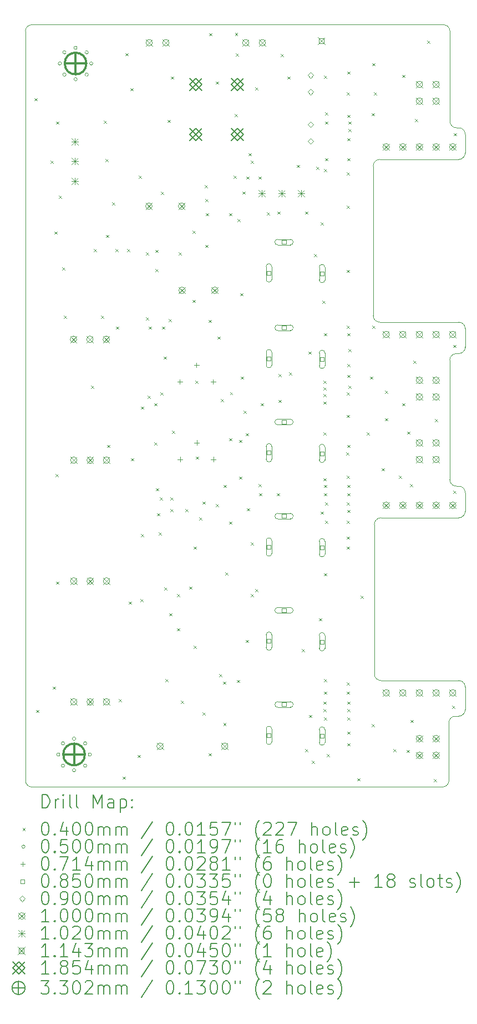
<source format=gbr>
%TF.GenerationSoftware,KiCad,Pcbnew,7.0.9*%
%TF.CreationDate,2023-12-28T16:55:38-08:00*%
%TF.ProjectId,breadboard audio breakout,62726561-6462-46f6-9172-642061756469,rev?*%
%TF.SameCoordinates,Original*%
%TF.FileFunction,Drillmap*%
%TF.FilePolarity,Positive*%
%FSLAX45Y45*%
G04 Gerber Fmt 4.5, Leading zero omitted, Abs format (unit mm)*
G04 Created by KiCad (PCBNEW 7.0.9) date 2023-12-28 16:55:38*
%MOMM*%
%LPD*%
G01*
G04 APERTURE LIST*
%ADD10C,0.100000*%
%ADD11C,0.200000*%
%ADD12C,0.102000*%
%ADD13C,0.114300*%
%ADD14C,0.185420*%
%ADD15C,0.330200*%
G04 APERTURE END LIST*
D10*
X12131040Y-6756400D02*
X13337540Y-6756400D01*
X13337540Y-14696440D02*
X12148820Y-14696440D01*
X13337540Y-12217400D02*
G75*
G03*
X13436600Y-12118340I0J99060D01*
G01*
X13337540Y-15240000D02*
G75*
G03*
X13436600Y-15140940I0J99060D01*
G01*
X13337540Y-9235440D02*
X12131040Y-9235440D01*
X6723380Y-4802066D02*
X6723380Y-4810760D01*
X13286740Y-15240000D02*
X13337540Y-15240000D01*
X13337540Y-6273800D02*
X13301980Y-6273800D01*
X12148820Y-12217400D02*
G75*
G03*
X12049760Y-12316460I0J-99060D01*
G01*
X6822440Y-16319500D02*
X13088620Y-16319500D01*
X13299440Y-9715500D02*
G75*
G03*
X13200380Y-9814560I0J-99060D01*
G01*
X13337540Y-6756400D02*
G75*
G03*
X13436600Y-6657340I0J99060D01*
G01*
X13436600Y-9334500D02*
G75*
G03*
X13337540Y-9235440I-99060J0D01*
G01*
X13187680Y-16220440D02*
X13187680Y-15339060D01*
X13337540Y-9715500D02*
G75*
G03*
X13436600Y-9616440I0J99060D01*
G01*
X12049760Y-14597380D02*
X12049760Y-12316460D01*
X12031980Y-9136380D02*
X12031980Y-6855460D01*
X13436600Y-15140940D02*
X13436600Y-14795500D01*
X13202920Y-6174740D02*
X13202920Y-4810760D01*
X13299440Y-9715500D02*
X13337540Y-9715500D01*
X13337540Y-11734800D02*
X13299440Y-11734800D01*
X13436600Y-9616440D02*
X13436600Y-9334500D01*
X13286740Y-15240000D02*
G75*
G03*
X13187680Y-15339060I0J-99060D01*
G01*
X13436600Y-6657340D02*
X13436600Y-6372860D01*
X6723380Y-16220440D02*
G75*
G03*
X6822440Y-16319500I99060J0D01*
G01*
X6723380Y-4810760D02*
X6723380Y-16220440D01*
X13202924Y-4802066D02*
G75*
G03*
X13103860Y-4703006I-99064J-4D01*
G01*
X12031980Y-9136380D02*
G75*
G03*
X12131040Y-9235440I99060J0D01*
G01*
X12148820Y-12217400D02*
X13337540Y-12217400D01*
X13200380Y-11635740D02*
X13200380Y-9814560D01*
X6822440Y-4703010D02*
G75*
G03*
X6723380Y-4802066I0J-99060D01*
G01*
X12049760Y-14597380D02*
G75*
G03*
X12148820Y-14696440I99060J0D01*
G01*
X13436600Y-6372860D02*
G75*
G03*
X13337540Y-6273800I-99060J0D01*
G01*
X13202920Y-4802066D02*
X13202920Y-4810760D01*
X13103860Y-4703006D02*
X6822440Y-4703006D01*
X12131040Y-6756400D02*
G75*
G03*
X12031980Y-6855460I0J-99060D01*
G01*
X13200380Y-11635740D02*
G75*
G03*
X13299440Y-11734800I99060J0D01*
G01*
X13436600Y-11833860D02*
G75*
G03*
X13337540Y-11734800I-99060J0D01*
G01*
X13436600Y-14795500D02*
G75*
G03*
X13337540Y-14696440I-99060J0D01*
G01*
X13202920Y-6174740D02*
G75*
G03*
X13301980Y-6273800I99060J0D01*
G01*
X13436600Y-12118340D02*
X13436600Y-11833860D01*
X13088620Y-16319500D02*
G75*
G03*
X13187680Y-16220440I0J99060D01*
G01*
D11*
D10*
X6863400Y-5822000D02*
X6903400Y-5862000D01*
X6903400Y-5822000D02*
X6863400Y-5862000D01*
X6888800Y-15143800D02*
X6928800Y-15183800D01*
X6928800Y-15143800D02*
X6888800Y-15183800D01*
X7104700Y-6774500D02*
X7144700Y-6814500D01*
X7144700Y-6774500D02*
X7104700Y-6814500D01*
X7142800Y-14788200D02*
X7182800Y-14828200D01*
X7182800Y-14788200D02*
X7142800Y-14828200D01*
X7168200Y-7854000D02*
X7208200Y-7894000D01*
X7208200Y-7854000D02*
X7168200Y-7894000D01*
X7180900Y-11549700D02*
X7220900Y-11589700D01*
X7220900Y-11549700D02*
X7180900Y-11589700D01*
X7193600Y-6177600D02*
X7233600Y-6217600D01*
X7233600Y-6177600D02*
X7193600Y-6217600D01*
X7193600Y-13188000D02*
X7233600Y-13228000D01*
X7233600Y-13188000D02*
X7193600Y-13228000D01*
X7231700Y-7307900D02*
X7271700Y-7347900D01*
X7271700Y-7307900D02*
X7231700Y-7347900D01*
X7282500Y-8400100D02*
X7322500Y-8440100D01*
X7322500Y-8400100D02*
X7282500Y-8440100D01*
X7307900Y-9136700D02*
X7347900Y-9176700D01*
X7347900Y-9136700D02*
X7307900Y-9176700D01*
X7727000Y-10203500D02*
X7767000Y-10243500D01*
X7767000Y-10203500D02*
X7727000Y-10243500D01*
X7765100Y-8120700D02*
X7805100Y-8160700D01*
X7805100Y-8120700D02*
X7765100Y-8160700D01*
X7879400Y-9136700D02*
X7919400Y-9176700D01*
X7919400Y-9136700D02*
X7879400Y-9176700D01*
X7917500Y-6164900D02*
X7957500Y-6204900D01*
X7957500Y-6164900D02*
X7917500Y-6204900D01*
X7942900Y-6749100D02*
X7982900Y-6789100D01*
X7982900Y-6749100D02*
X7942900Y-6789100D01*
X7955600Y-7904800D02*
X7995600Y-7944800D01*
X7995600Y-7904800D02*
X7955600Y-7944800D01*
X7968300Y-11105200D02*
X8008300Y-11145200D01*
X8008300Y-11105200D02*
X7968300Y-11145200D01*
X8044500Y-7409500D02*
X8084500Y-7449500D01*
X8084500Y-7409500D02*
X8044500Y-7449500D01*
X8095300Y-8120700D02*
X8135300Y-8160700D01*
X8135300Y-8120700D02*
X8095300Y-8160700D01*
X8108000Y-9301800D02*
X8148000Y-9341800D01*
X8148000Y-9301800D02*
X8108000Y-9341800D01*
X8146100Y-14978700D02*
X8186100Y-15018700D01*
X8186100Y-14978700D02*
X8146100Y-15018700D01*
X8209600Y-16159800D02*
X8249600Y-16199800D01*
X8249600Y-16159800D02*
X8209600Y-16199800D01*
X8247700Y-5136200D02*
X8287700Y-5176200D01*
X8287700Y-5136200D02*
X8247700Y-5176200D01*
X8273100Y-8120700D02*
X8313100Y-8160700D01*
X8313100Y-8120700D02*
X8273100Y-8160700D01*
X8298500Y-13492800D02*
X8338500Y-13532800D01*
X8338500Y-13492800D02*
X8298500Y-13532800D01*
X8323900Y-5669600D02*
X8363900Y-5709600D01*
X8363900Y-5669600D02*
X8323900Y-5709600D01*
X8336600Y-11308400D02*
X8376600Y-11348400D01*
X8376600Y-11308400D02*
X8336600Y-11348400D01*
X8438200Y-15829600D02*
X8478200Y-15869600D01*
X8478200Y-15829600D02*
X8438200Y-15869600D01*
X8450900Y-7003100D02*
X8490900Y-7043100D01*
X8490900Y-7003100D02*
X8450900Y-7043100D01*
X8476300Y-13454700D02*
X8516300Y-13494700D01*
X8516300Y-13454700D02*
X8476300Y-13494700D01*
X8489000Y-10521000D02*
X8529000Y-10561000D01*
X8529000Y-10521000D02*
X8489000Y-10561000D01*
X8489000Y-12464100D02*
X8529000Y-12504100D01*
X8529000Y-12464100D02*
X8489000Y-12504100D01*
X8565200Y-8171500D02*
X8605200Y-8211500D01*
X8605200Y-8171500D02*
X8565200Y-8211500D01*
X8565200Y-9162100D02*
X8605200Y-9202100D01*
X8605200Y-9162100D02*
X8565200Y-9202100D01*
X8590600Y-10355900D02*
X8630600Y-10395900D01*
X8630600Y-10355900D02*
X8590600Y-10395900D01*
X8607250Y-9301800D02*
X8647250Y-9341800D01*
X8647250Y-9301800D02*
X8607250Y-9341800D01*
X8692200Y-10470200D02*
X8732200Y-10510200D01*
X8732200Y-10470200D02*
X8692200Y-10510200D01*
X8692200Y-11067100D02*
X8732200Y-11107100D01*
X8732200Y-11067100D02*
X8692200Y-11107100D01*
X8704900Y-8133400D02*
X8744900Y-8173400D01*
X8744900Y-8133400D02*
X8704900Y-8173400D01*
X8704900Y-8425500D02*
X8744900Y-8465500D01*
X8744900Y-8425500D02*
X8704900Y-8465500D01*
X8717600Y-11765600D02*
X8757600Y-11805600D01*
X8757600Y-11765600D02*
X8717600Y-11805600D01*
X8730300Y-12146600D02*
X8770300Y-12186600D01*
X8770300Y-12146600D02*
X8730300Y-12186600D01*
X8755700Y-12438700D02*
X8795700Y-12478700D01*
X8795700Y-12438700D02*
X8755700Y-12478700D01*
X8772150Y-11905300D02*
X8812150Y-11945300D01*
X8812150Y-11905300D02*
X8772150Y-11945300D01*
X8781100Y-10305100D02*
X8821100Y-10345100D01*
X8821100Y-10305100D02*
X8781100Y-10345100D01*
X8793800Y-7249480D02*
X8833800Y-7289480D01*
X8833800Y-7249480D02*
X8793800Y-7289480D01*
X8806500Y-9301800D02*
X8846500Y-9341800D01*
X8846500Y-9301800D02*
X8806500Y-9341800D01*
X8831900Y-9759000D02*
X8871900Y-9799000D01*
X8871900Y-9759000D02*
X8831900Y-9799000D01*
X8844600Y-13276900D02*
X8884600Y-13316900D01*
X8884600Y-13276900D02*
X8844600Y-13316900D01*
X8857300Y-14673900D02*
X8897300Y-14713900D01*
X8897300Y-14673900D02*
X8857300Y-14713900D01*
X8895400Y-6152200D02*
X8935400Y-6192200D01*
X8935400Y-6152200D02*
X8895400Y-6192200D01*
X8908100Y-9187500D02*
X8948100Y-9227500D01*
X8948100Y-9187500D02*
X8908100Y-9227500D01*
X8920800Y-13670600D02*
X8960800Y-13710600D01*
X8960800Y-13670600D02*
X8920800Y-13710600D01*
X8933500Y-11905300D02*
X8973500Y-11945300D01*
X8973500Y-11905300D02*
X8933500Y-11945300D01*
X8933500Y-12083100D02*
X8973500Y-12123100D01*
X8973500Y-12083100D02*
X8933500Y-12123100D01*
X8946200Y-5491800D02*
X8986200Y-5531800D01*
X8986200Y-5491800D02*
X8946200Y-5531800D01*
X8958900Y-10889300D02*
X8998900Y-10929300D01*
X8998900Y-10889300D02*
X8958900Y-10929300D01*
X9035100Y-13378500D02*
X9075100Y-13418500D01*
X9075100Y-13378500D02*
X9035100Y-13418500D01*
X9035100Y-13899200D02*
X9075100Y-13939200D01*
X9075100Y-13899200D02*
X9035100Y-13939200D01*
X9060500Y-8171500D02*
X9100500Y-8211500D01*
X9100500Y-8171500D02*
X9060500Y-8211500D01*
X9099200Y-15004100D02*
X9139200Y-15044100D01*
X9139200Y-15004100D02*
X9099200Y-15044100D01*
X9162100Y-12083100D02*
X9202100Y-12123100D01*
X9202100Y-12083100D02*
X9162100Y-12123100D01*
X9225600Y-13264200D02*
X9265600Y-13304200D01*
X9265600Y-13264200D02*
X9225600Y-13304200D01*
X9276400Y-7841300D02*
X9316400Y-7881300D01*
X9316400Y-7841300D02*
X9276400Y-7881300D01*
X9276400Y-8895400D02*
X9316400Y-8935400D01*
X9316400Y-8895400D02*
X9276400Y-8935400D01*
X9289100Y-12654600D02*
X9329100Y-12694600D01*
X9329100Y-12654600D02*
X9289100Y-12694600D01*
X9289100Y-14165900D02*
X9329100Y-14205900D01*
X9329100Y-14165900D02*
X9289100Y-14205900D01*
X9314500Y-10127300D02*
X9354500Y-10167300D01*
X9354500Y-10127300D02*
X9314500Y-10167300D01*
X9327200Y-11283000D02*
X9367200Y-11323000D01*
X9367200Y-11283000D02*
X9327200Y-11323000D01*
X9378000Y-12210100D02*
X9418000Y-12250100D01*
X9418000Y-12210100D02*
X9378000Y-12250100D01*
X9428800Y-11968800D02*
X9468800Y-12008800D01*
X9468800Y-11968800D02*
X9428800Y-12008800D01*
X9428800Y-15181900D02*
X9468800Y-15221900D01*
X9468800Y-15181900D02*
X9428800Y-15221900D01*
X9460550Y-7149150D02*
X9500550Y-7189150D01*
X9500550Y-7149150D02*
X9460550Y-7189150D01*
X9466900Y-7358700D02*
X9506900Y-7398700D01*
X9506900Y-7358700D02*
X9466900Y-7398700D01*
X9466900Y-8057200D02*
X9506900Y-8097200D01*
X9506900Y-8057200D02*
X9466900Y-8097200D01*
X9479600Y-7574600D02*
X9519600Y-7614600D01*
X9519600Y-7574600D02*
X9479600Y-7614600D01*
X9517700Y-9200200D02*
X9557700Y-9240200D01*
X9557700Y-9200200D02*
X9517700Y-9240200D01*
X9517700Y-15804200D02*
X9557700Y-15844200D01*
X9557700Y-15804200D02*
X9517700Y-15844200D01*
X9530400Y-4831400D02*
X9570400Y-4871400D01*
X9570400Y-4831400D02*
X9530400Y-4871400D01*
X9632000Y-5568000D02*
X9672000Y-5608000D01*
X9672000Y-5568000D02*
X9632000Y-5608000D01*
X9632000Y-12006900D02*
X9672000Y-12046900D01*
X9672000Y-12006900D02*
X9632000Y-12046900D01*
X9657400Y-9454200D02*
X9697400Y-9494200D01*
X9697400Y-9454200D02*
X9657400Y-9494200D01*
X9682800Y-14597700D02*
X9722800Y-14637700D01*
X9722800Y-14597700D02*
X9682800Y-14637700D01*
X9708200Y-10406700D02*
X9748200Y-10446700D01*
X9748200Y-10406700D02*
X9708200Y-10446700D01*
X9742400Y-14712000D02*
X9782400Y-14752000D01*
X9782400Y-14712000D02*
X9742400Y-14752000D01*
X9743760Y-15343050D02*
X9783760Y-15383050D01*
X9783760Y-15343050D02*
X9743760Y-15383050D01*
X9746300Y-11714800D02*
X9786300Y-11754800D01*
X9786300Y-11714800D02*
X9746300Y-11754800D01*
X9771700Y-13048300D02*
X9811700Y-13088300D01*
X9811700Y-13048300D02*
X9771700Y-13088300D01*
X9830050Y-7574600D02*
X9870050Y-7614600D01*
X9870050Y-7574600D02*
X9830050Y-7614600D01*
X9835200Y-11003600D02*
X9875200Y-11043600D01*
X9875200Y-11003600D02*
X9835200Y-11043600D01*
X9835200Y-12273600D02*
X9875200Y-12313600D01*
X9875200Y-12273600D02*
X9835200Y-12313600D01*
X9844981Y-10302181D02*
X9884981Y-10342181D01*
X9884981Y-10302181D02*
X9844981Y-10342181D01*
X9898700Y-7003100D02*
X9938700Y-7043100D01*
X9938700Y-7003100D02*
X9898700Y-7043100D01*
X9916480Y-6065840D02*
X9956480Y-6105840D01*
X9956480Y-6065840D02*
X9916480Y-6105840D01*
X9921560Y-4826320D02*
X9961560Y-4866320D01*
X9961560Y-4826320D02*
X9921560Y-4866320D01*
X9936800Y-5141280D02*
X9976800Y-5181280D01*
X9976800Y-5141280D02*
X9936800Y-5181280D01*
X9949500Y-14686600D02*
X9989500Y-14726600D01*
X9989500Y-14686600D02*
X9949500Y-14726600D01*
X9962200Y-7663500D02*
X10002200Y-7703500D01*
X10002200Y-7663500D02*
X9962200Y-7703500D01*
X9987600Y-11029000D02*
X10027600Y-11069000D01*
X10027600Y-11029000D02*
X9987600Y-11069000D01*
X9987600Y-11587800D02*
X10027600Y-11627800D01*
X10027600Y-11587800D02*
X9987600Y-11627800D01*
X10000300Y-8793800D02*
X10040300Y-8833800D01*
X10040300Y-8793800D02*
X10000300Y-8833800D01*
X10013000Y-10063800D02*
X10053000Y-10103800D01*
X10053000Y-10063800D02*
X10013000Y-10103800D01*
X10038400Y-7244400D02*
X10078400Y-7284400D01*
X10078400Y-7244400D02*
X10038400Y-7284400D01*
X10051100Y-10584500D02*
X10091100Y-10624500D01*
X10091100Y-10584500D02*
X10051100Y-10624500D01*
X10089200Y-10927400D02*
X10129200Y-10967400D01*
X10129200Y-10927400D02*
X10089200Y-10967400D01*
X10089200Y-14077000D02*
X10129200Y-14117000D01*
X10129200Y-14077000D02*
X10089200Y-14117000D01*
X10093150Y-7015800D02*
X10133150Y-7055800D01*
X10133150Y-7015800D02*
X10093150Y-7055800D01*
X10101900Y-12070400D02*
X10141900Y-12110400D01*
X10141900Y-12070400D02*
X10101900Y-12110400D01*
X10127300Y-6660200D02*
X10167300Y-6700200D01*
X10167300Y-6660200D02*
X10127300Y-6700200D01*
X10164913Y-13379084D02*
X10204913Y-13419084D01*
X10204913Y-13379084D02*
X10164913Y-13419084D01*
X10165400Y-6774500D02*
X10205400Y-6814500D01*
X10205400Y-6774500D02*
X10165400Y-6814500D01*
X10165400Y-12591100D02*
X10205400Y-12631100D01*
X10205400Y-12591100D02*
X10165400Y-12631100D01*
X10228900Y-5656900D02*
X10268900Y-5696900D01*
X10268900Y-5656900D02*
X10228900Y-5696900D01*
X10228900Y-13302300D02*
X10268900Y-13342300D01*
X10268900Y-13302300D02*
X10228900Y-13342300D01*
X10279700Y-7015800D02*
X10319700Y-7055800D01*
X10319700Y-7015800D02*
X10279700Y-7055800D01*
X10279700Y-11702100D02*
X10319700Y-11742100D01*
X10319700Y-11702100D02*
X10279700Y-11742100D01*
X10292400Y-11841800D02*
X10332400Y-11881800D01*
X10332400Y-11841800D02*
X10292400Y-11881800D01*
X10317800Y-10470200D02*
X10357800Y-10510200D01*
X10357800Y-10470200D02*
X10317800Y-10510200D01*
X10406700Y-7561900D02*
X10446700Y-7601900D01*
X10446700Y-7561900D02*
X10406700Y-7601900D01*
X10559100Y-11841800D02*
X10599100Y-11881800D01*
X10599100Y-11841800D02*
X10559100Y-11881800D01*
X10571800Y-7549200D02*
X10611800Y-7589200D01*
X10611800Y-7549200D02*
X10571800Y-7589200D01*
X10584500Y-10025700D02*
X10624500Y-10065700D01*
X10624500Y-10025700D02*
X10584500Y-10065700D01*
X10584500Y-10419400D02*
X10624500Y-10459400D01*
X10624500Y-10419400D02*
X10584500Y-10459400D01*
X10622600Y-5148900D02*
X10662600Y-5188900D01*
X10662600Y-5148900D02*
X10622600Y-5188900D01*
X10724200Y-5491800D02*
X10764200Y-5531800D01*
X10764200Y-5491800D02*
X10724200Y-5531800D01*
X10749600Y-10000300D02*
X10789600Y-10040300D01*
X10789600Y-10000300D02*
X10749600Y-10040300D01*
X10863900Y-6838000D02*
X10903900Y-6878000D01*
X10903900Y-6838000D02*
X10863900Y-6878000D01*
X10940100Y-14216700D02*
X10980100Y-14256700D01*
X10980100Y-14216700D02*
X10940100Y-14256700D01*
X10990900Y-7549200D02*
X11030900Y-7589200D01*
X11030900Y-7549200D02*
X10990900Y-7589200D01*
X10990900Y-15740700D02*
X11030900Y-15780700D01*
X11030900Y-15740700D02*
X10990900Y-15780700D01*
X11041700Y-9682800D02*
X11081700Y-9722800D01*
X11081700Y-9682800D02*
X11041700Y-9722800D01*
X11054400Y-15220000D02*
X11094400Y-15260000D01*
X11094400Y-15220000D02*
X11054400Y-15260000D01*
X11092500Y-15918500D02*
X11132500Y-15958500D01*
X11132500Y-15918500D02*
X11092500Y-15958500D01*
X11130600Y-8196900D02*
X11170600Y-8236900D01*
X11170600Y-8196900D02*
X11130600Y-8236900D01*
X11162350Y-6869750D02*
X11202350Y-6909750D01*
X11202350Y-6869750D02*
X11162350Y-6909750D01*
X11206800Y-13746800D02*
X11246800Y-13786800D01*
X11246800Y-13746800D02*
X11206800Y-13786800D01*
X11230310Y-7716190D02*
X11270310Y-7756190D01*
X11270310Y-7716190D02*
X11230310Y-7756190D01*
X11232200Y-12121200D02*
X11272200Y-12161200D01*
X11272200Y-12121200D02*
X11232200Y-12161200D01*
X11257600Y-8908100D02*
X11297600Y-8948100D01*
X11297600Y-8908100D02*
X11257600Y-8948100D01*
X11270300Y-10127300D02*
X11310300Y-10167300D01*
X11310300Y-10127300D02*
X11270300Y-10167300D01*
X11270300Y-10228900D02*
X11310300Y-10268900D01*
X11310300Y-10228900D02*
X11270300Y-10268900D01*
X11270300Y-10330500D02*
X11310300Y-10370500D01*
X11310300Y-10330500D02*
X11270300Y-10370500D01*
X11270300Y-10444800D02*
X11310300Y-10484800D01*
X11310300Y-10444800D02*
X11270300Y-10484800D01*
X11270300Y-10914700D02*
X11310300Y-10954700D01*
X11310300Y-10914700D02*
X11270300Y-10954700D01*
X11270300Y-11613200D02*
X11310300Y-11653200D01*
X11310300Y-11613200D02*
X11270300Y-11653200D01*
X11270300Y-15016800D02*
X11310300Y-15056800D01*
X11310300Y-15016800D02*
X11270300Y-15056800D01*
X11270300Y-15131100D02*
X11310300Y-15171100D01*
X11310300Y-15131100D02*
X11270300Y-15171100D01*
X11283000Y-5479100D02*
X11323000Y-5519100D01*
X11323000Y-5479100D02*
X11283000Y-5519100D01*
X11283000Y-6901500D02*
X11323000Y-6941500D01*
X11323000Y-6901500D02*
X11283000Y-6941500D01*
X11283000Y-9403400D02*
X11323000Y-9443400D01*
X11323000Y-9403400D02*
X11283000Y-9443400D01*
X11283000Y-11714800D02*
X11323000Y-11754800D01*
X11323000Y-11714800D02*
X11283000Y-11754800D01*
X11283000Y-11841800D02*
X11323000Y-11881800D01*
X11323000Y-11841800D02*
X11283000Y-11881800D01*
X11283000Y-13061000D02*
X11323000Y-13101000D01*
X11323000Y-13061000D02*
X11283000Y-13101000D01*
X11283000Y-14673900D02*
X11323000Y-14713900D01*
X11323000Y-14673900D02*
X11283000Y-14713900D01*
X11283000Y-14864400D02*
X11323000Y-14904400D01*
X11323000Y-14864400D02*
X11283000Y-14904400D01*
X11283000Y-15258100D02*
X11323000Y-15298100D01*
X11323000Y-15258100D02*
X11283000Y-15298100D01*
X11295700Y-6037900D02*
X11335700Y-6077900D01*
X11335700Y-6037900D02*
X11295700Y-6077900D01*
X11295700Y-6736400D02*
X11335700Y-6776400D01*
X11335700Y-6736400D02*
X11295700Y-6776400D01*
X11295700Y-11981500D02*
X11335700Y-12021500D01*
X11335700Y-11981500D02*
X11295700Y-12021500D01*
X11295700Y-12260900D02*
X11335700Y-12300900D01*
X11335700Y-12260900D02*
X11295700Y-12300900D01*
X11297650Y-6177600D02*
X11337650Y-6217600D01*
X11337650Y-6177600D02*
X11297650Y-6217600D01*
X11321100Y-15816900D02*
X11361100Y-15856900D01*
X11361100Y-15816900D02*
X11321100Y-15856900D01*
X11617550Y-11219500D02*
X11657550Y-11259500D01*
X11657550Y-11219500D02*
X11617550Y-11259500D01*
X11625900Y-5733100D02*
X11665900Y-5773100D01*
X11665900Y-5733100D02*
X11625900Y-5773100D01*
X11625900Y-6952300D02*
X11665900Y-6992300D01*
X11665900Y-6952300D02*
X11625900Y-6992300D01*
X11625900Y-7460300D02*
X11665900Y-7500300D01*
X11665900Y-7460300D02*
X11625900Y-7500300D01*
X11625900Y-8438200D02*
X11665900Y-8478200D01*
X11665900Y-8438200D02*
X11625900Y-8478200D01*
X11625900Y-9289100D02*
X11665900Y-9329100D01*
X11665900Y-9289100D02*
X11625900Y-9329100D01*
X11625900Y-10305100D02*
X11665900Y-10345100D01*
X11665900Y-10305100D02*
X11625900Y-10345100D01*
X11625900Y-10648000D02*
X11665900Y-10688000D01*
X11665900Y-10648000D02*
X11625900Y-10688000D01*
X11625900Y-11575100D02*
X11665900Y-11615100D01*
X11665900Y-11575100D02*
X11625900Y-11615100D01*
X11625900Y-11981500D02*
X11665900Y-12021500D01*
X11665900Y-11981500D02*
X11625900Y-12021500D01*
X11625900Y-12260900D02*
X11665900Y-12300900D01*
X11665900Y-12260900D02*
X11625900Y-12300900D01*
X11625900Y-12502200D02*
X11665900Y-12542200D01*
X11665900Y-12502200D02*
X11625900Y-12542200D01*
X11625900Y-12654600D02*
X11665900Y-12694600D01*
X11665900Y-12654600D02*
X11625900Y-12694600D01*
X11625900Y-14724700D02*
X11665900Y-14764700D01*
X11665900Y-14724700D02*
X11625900Y-14764700D01*
X11625900Y-14864400D02*
X11665900Y-14904400D01*
X11665900Y-14864400D02*
X11625900Y-14904400D01*
X11638600Y-5415600D02*
X11678600Y-5455600D01*
X11678600Y-5415600D02*
X11638600Y-5455600D01*
X11638600Y-6076000D02*
X11678600Y-6116000D01*
X11678600Y-6076000D02*
X11638600Y-6116000D01*
X11638600Y-6431600D02*
X11678600Y-6471600D01*
X11678600Y-6431600D02*
X11638600Y-6471600D01*
X11638600Y-6736400D02*
X11678600Y-6776400D01*
X11678600Y-6736400D02*
X11638600Y-6776400D01*
X11638600Y-9403400D02*
X11678600Y-9443400D01*
X11678600Y-9403400D02*
X11638600Y-9443400D01*
X11638600Y-9873300D02*
X11678600Y-9913300D01*
X11678600Y-9873300D02*
X11638600Y-9913300D01*
X11638600Y-10038400D02*
X11678600Y-10078400D01*
X11678600Y-10038400D02*
X11638600Y-10078400D01*
X11638600Y-11105200D02*
X11678600Y-11145200D01*
X11678600Y-11105200D02*
X11638600Y-11145200D01*
X11638600Y-11714800D02*
X11678600Y-11754800D01*
X11678600Y-11714800D02*
X11638600Y-11754800D01*
X11638600Y-11841800D02*
X11678600Y-11881800D01*
X11678600Y-11841800D02*
X11638600Y-11881800D01*
X11638600Y-12095800D02*
X11678600Y-12135800D01*
X11678600Y-12095800D02*
X11638600Y-12135800D01*
X11638600Y-15016800D02*
X11678600Y-15056800D01*
X11678600Y-15016800D02*
X11638600Y-15056800D01*
X11638600Y-15131100D02*
X11678600Y-15171100D01*
X11678600Y-15131100D02*
X11638600Y-15171100D01*
X11638600Y-15258100D02*
X11678600Y-15298100D01*
X11678600Y-15258100D02*
X11638600Y-15298100D01*
X11638600Y-15474000D02*
X11678600Y-15514000D01*
X11678600Y-15474000D02*
X11638600Y-15514000D01*
X11638600Y-15651800D02*
X11678600Y-15691800D01*
X11678600Y-15651800D02*
X11638600Y-15691800D01*
X11651300Y-6177600D02*
X11691300Y-6217600D01*
X11691300Y-6177600D02*
X11651300Y-6217600D01*
X11651300Y-6291900D02*
X11691300Y-6331900D01*
X11691300Y-6291900D02*
X11651300Y-6331900D01*
X11651300Y-9644700D02*
X11691300Y-9684700D01*
X11691300Y-9644700D02*
X11651300Y-9684700D01*
X11651300Y-10203500D02*
X11691300Y-10243500D01*
X11691300Y-10203500D02*
X11651300Y-10243500D01*
X11791000Y-16185200D02*
X11831000Y-16225200D01*
X11831000Y-16185200D02*
X11791000Y-16225200D01*
X11841800Y-13403900D02*
X11881800Y-13443900D01*
X11881800Y-13403900D02*
X11841800Y-13443900D01*
X11930700Y-10914700D02*
X11970700Y-10954700D01*
X11970700Y-10914700D02*
X11930700Y-10954700D01*
X11981500Y-10063800D02*
X12021500Y-10103800D01*
X12021500Y-10063800D02*
X11981500Y-10103800D01*
X12006900Y-6050600D02*
X12046900Y-6090600D01*
X12046900Y-6050600D02*
X12006900Y-6090600D01*
X12006900Y-15359700D02*
X12046900Y-15399700D01*
X12046900Y-15359700D02*
X12006900Y-15399700D01*
X12019600Y-5288600D02*
X12059600Y-5328600D01*
X12059600Y-5288600D02*
X12019600Y-5328600D01*
X12019600Y-9289100D02*
X12059600Y-9329100D01*
X12059600Y-9289100D02*
X12019600Y-9329100D01*
X12045000Y-5733100D02*
X12085000Y-5773100D01*
X12085000Y-5733100D02*
X12045000Y-5773100D01*
X12159300Y-11460800D02*
X12199300Y-11500800D01*
X12199300Y-11460800D02*
X12159300Y-11500800D01*
X12210100Y-10279700D02*
X12250100Y-10319700D01*
X12250100Y-10279700D02*
X12210100Y-10319700D01*
X12210100Y-10698800D02*
X12250100Y-10738800D01*
X12250100Y-10698800D02*
X12210100Y-10738800D01*
X12337100Y-15740700D02*
X12377100Y-15780700D01*
X12377100Y-15740700D02*
X12337100Y-15780700D01*
X12426000Y-11575100D02*
X12466000Y-11615100D01*
X12466000Y-11575100D02*
X12426000Y-11615100D01*
X12476800Y-5466400D02*
X12516800Y-5506400D01*
X12516800Y-5466400D02*
X12476800Y-5506400D01*
X12476800Y-10470200D02*
X12516800Y-10510200D01*
X12516800Y-10470200D02*
X12476800Y-10510200D01*
X12540300Y-15753400D02*
X12580300Y-15793400D01*
X12580300Y-15753400D02*
X12540300Y-15793400D01*
X12553000Y-10902000D02*
X12593000Y-10942000D01*
X12593000Y-10902000D02*
X12553000Y-10942000D01*
X12591100Y-11702100D02*
X12631100Y-11742100D01*
X12631100Y-11702100D02*
X12591100Y-11742100D01*
X12603800Y-15296200D02*
X12643800Y-15336200D01*
X12643800Y-15296200D02*
X12603800Y-15336200D01*
X12641900Y-9822500D02*
X12681900Y-9862500D01*
X12681900Y-9822500D02*
X12641900Y-9862500D01*
X12667300Y-6139500D02*
X12707300Y-6179500D01*
X12707300Y-6139500D02*
X12667300Y-6179500D01*
X12857800Y-4945700D02*
X12897800Y-4985700D01*
X12897800Y-4945700D02*
X12857800Y-4985700D01*
X12959400Y-16197900D02*
X12999400Y-16237900D01*
X12999400Y-16197900D02*
X12959400Y-16237900D01*
X12972100Y-10711500D02*
X13012100Y-10751500D01*
X13012100Y-10711500D02*
X12972100Y-10751500D01*
X13238800Y-15080300D02*
X13278800Y-15120300D01*
X13278800Y-15080300D02*
X13238800Y-15120300D01*
X13251500Y-9581200D02*
X13291500Y-9621200D01*
X13291500Y-9581200D02*
X13251500Y-9621200D01*
X13251500Y-11803700D02*
X13291500Y-11843700D01*
X13291500Y-11803700D02*
X13251500Y-11843700D01*
X13264200Y-6355400D02*
X13304200Y-6395400D01*
X13304200Y-6355400D02*
X13264200Y-6395400D01*
X7250320Y-15824200D02*
G75*
G03*
X7250320Y-15824200I-25000J0D01*
G01*
X7273180Y-5294600D02*
G75*
G03*
X7273180Y-5294600I-25000J0D01*
G01*
X7320614Y-15654494D02*
G75*
G03*
X7320614Y-15654494I-25000J0D01*
G01*
X7320614Y-15993906D02*
G75*
G03*
X7320614Y-15993906I-25000J0D01*
G01*
X7343474Y-5124894D02*
G75*
G03*
X7343474Y-5124894I-25000J0D01*
G01*
X7343474Y-5464306D02*
G75*
G03*
X7343474Y-5464306I-25000J0D01*
G01*
X7490320Y-15584200D02*
G75*
G03*
X7490320Y-15584200I-25000J0D01*
G01*
X7490320Y-16064200D02*
G75*
G03*
X7490320Y-16064200I-25000J0D01*
G01*
X7513180Y-5054600D02*
G75*
G03*
X7513180Y-5054600I-25000J0D01*
G01*
X7513180Y-5534600D02*
G75*
G03*
X7513180Y-5534600I-25000J0D01*
G01*
X7660026Y-15654494D02*
G75*
G03*
X7660026Y-15654494I-25000J0D01*
G01*
X7660026Y-15993906D02*
G75*
G03*
X7660026Y-15993906I-25000J0D01*
G01*
X7682886Y-5124894D02*
G75*
G03*
X7682886Y-5124894I-25000J0D01*
G01*
X7682886Y-5464306D02*
G75*
G03*
X7682886Y-5464306I-25000J0D01*
G01*
X7730320Y-15824200D02*
G75*
G03*
X7730320Y-15824200I-25000J0D01*
G01*
X7753180Y-5294600D02*
G75*
G03*
X7753180Y-5294600I-25000J0D01*
G01*
X9080760Y-10108600D02*
X9080760Y-10180000D01*
X9045060Y-10144300D02*
X9116460Y-10144300D01*
X9083300Y-11289700D02*
X9083300Y-11361100D01*
X9047600Y-11325400D02*
X9119000Y-11325400D01*
X9334760Y-9854600D02*
X9334760Y-9926000D01*
X9299060Y-9890300D02*
X9370460Y-9890300D01*
X9337300Y-11035700D02*
X9337300Y-11107100D01*
X9301600Y-11071400D02*
X9373000Y-11071400D01*
X9588760Y-10108600D02*
X9588760Y-10180000D01*
X9553060Y-10144300D02*
X9624460Y-10144300D01*
X9591300Y-11289700D02*
X9591300Y-11361100D01*
X9555600Y-11325400D02*
X9627000Y-11325400D01*
X10470362Y-8516458D02*
X10470362Y-8456354D01*
X10410258Y-8456354D01*
X10410258Y-8516458D01*
X10470362Y-8516458D01*
X10397810Y-8388906D02*
X10397810Y-8583906D01*
X10397810Y-8583906D02*
G75*
G03*
X10482810Y-8583906I42500J0D01*
G01*
X10482810Y-8583906D02*
X10482810Y-8388906D01*
X10482810Y-8388906D02*
G75*
G03*
X10397810Y-8388906I-42500J0D01*
G01*
X10470362Y-9821752D02*
X10470362Y-9761648D01*
X10410258Y-9761648D01*
X10410258Y-9821752D01*
X10470362Y-9821752D01*
X10397810Y-9694200D02*
X10397810Y-9889200D01*
X10397810Y-9889200D02*
G75*
G03*
X10482810Y-9889200I42500J0D01*
G01*
X10482810Y-9889200D02*
X10482810Y-9694200D01*
X10482810Y-9694200D02*
G75*
G03*
X10397810Y-9694200I-42500J0D01*
G01*
X10470362Y-11256852D02*
X10470362Y-11196748D01*
X10410258Y-11196748D01*
X10410258Y-11256852D01*
X10470362Y-11256852D01*
X10397810Y-11129300D02*
X10397810Y-11324300D01*
X10397810Y-11324300D02*
G75*
G03*
X10482810Y-11324300I42500J0D01*
G01*
X10482810Y-11324300D02*
X10482810Y-11129300D01*
X10482810Y-11129300D02*
G75*
G03*
X10397810Y-11129300I-42500J0D01*
G01*
X10470362Y-12691952D02*
X10470362Y-12631848D01*
X10410258Y-12631848D01*
X10410258Y-12691952D01*
X10470362Y-12691952D01*
X10397810Y-12564400D02*
X10397810Y-12759400D01*
X10397810Y-12759400D02*
G75*
G03*
X10482810Y-12759400I42500J0D01*
G01*
X10482810Y-12759400D02*
X10482810Y-12564400D01*
X10482810Y-12564400D02*
G75*
G03*
X10397810Y-12564400I-42500J0D01*
G01*
X10470362Y-14127052D02*
X10470362Y-14066948D01*
X10410258Y-14066948D01*
X10410258Y-14127052D01*
X10470362Y-14127052D01*
X10397810Y-13999500D02*
X10397810Y-14194500D01*
X10397810Y-14194500D02*
G75*
G03*
X10482810Y-14194500I42500J0D01*
G01*
X10482810Y-14194500D02*
X10482810Y-13999500D01*
X10482810Y-13999500D02*
G75*
G03*
X10397810Y-13999500I-42500J0D01*
G01*
X10470362Y-15562152D02*
X10470362Y-15502048D01*
X10410258Y-15502048D01*
X10410258Y-15562152D01*
X10470362Y-15562152D01*
X10397810Y-15434600D02*
X10397810Y-15629600D01*
X10397810Y-15629600D02*
G75*
G03*
X10482810Y-15629600I42500J0D01*
G01*
X10482810Y-15629600D02*
X10482810Y-15434600D01*
X10482810Y-15434600D02*
G75*
G03*
X10397810Y-15434600I-42500J0D01*
G01*
X10700362Y-8046466D02*
X10700362Y-7986362D01*
X10640258Y-7986362D01*
X10640258Y-8046466D01*
X10700362Y-8046466D01*
X10572810Y-8058914D02*
X10767810Y-8058914D01*
X10767810Y-8058914D02*
G75*
G03*
X10767810Y-7973914I0J42500D01*
G01*
X10767810Y-7973914D02*
X10572810Y-7973914D01*
X10572810Y-7973914D02*
G75*
G03*
X10572810Y-8058914I0J-42500D01*
G01*
X10700362Y-9351760D02*
X10700362Y-9291656D01*
X10640258Y-9291656D01*
X10640258Y-9351760D01*
X10700362Y-9351760D01*
X10572810Y-9364208D02*
X10767810Y-9364208D01*
X10767810Y-9364208D02*
G75*
G03*
X10767810Y-9279208I0J42500D01*
G01*
X10767810Y-9279208D02*
X10572810Y-9279208D01*
X10572810Y-9279208D02*
G75*
G03*
X10572810Y-9364208I0J-42500D01*
G01*
X10700362Y-10786860D02*
X10700362Y-10726756D01*
X10640258Y-10726756D01*
X10640258Y-10786860D01*
X10700362Y-10786860D01*
X10572810Y-10799308D02*
X10767810Y-10799308D01*
X10767810Y-10799308D02*
G75*
G03*
X10767810Y-10714308I0J42500D01*
G01*
X10767810Y-10714308D02*
X10572810Y-10714308D01*
X10572810Y-10714308D02*
G75*
G03*
X10572810Y-10799308I0J-42500D01*
G01*
X10700362Y-12221960D02*
X10700362Y-12161855D01*
X10640258Y-12161855D01*
X10640258Y-12221960D01*
X10700362Y-12221960D01*
X10572810Y-12234408D02*
X10767810Y-12234408D01*
X10767810Y-12234408D02*
G75*
G03*
X10767810Y-12149408I0J42500D01*
G01*
X10767810Y-12149408D02*
X10572810Y-12149408D01*
X10572810Y-12149408D02*
G75*
G03*
X10572810Y-12234408I0J-42500D01*
G01*
X10700362Y-13657060D02*
X10700362Y-13596955D01*
X10640258Y-13596955D01*
X10640258Y-13657060D01*
X10700362Y-13657060D01*
X10572810Y-13669508D02*
X10767810Y-13669508D01*
X10767810Y-13669508D02*
G75*
G03*
X10767810Y-13584508I0J42500D01*
G01*
X10767810Y-13584508D02*
X10572810Y-13584508D01*
X10572810Y-13584508D02*
G75*
G03*
X10572810Y-13669508I0J-42500D01*
G01*
X10700362Y-15092160D02*
X10700362Y-15032055D01*
X10640258Y-15032055D01*
X10640258Y-15092160D01*
X10700362Y-15092160D01*
X10572810Y-15104608D02*
X10767810Y-15104608D01*
X10767810Y-15104608D02*
G75*
G03*
X10767810Y-15019608I0J42500D01*
G01*
X10767810Y-15019608D02*
X10572810Y-15019608D01*
X10572810Y-15019608D02*
G75*
G03*
X10572810Y-15104608I0J-42500D01*
G01*
X11280362Y-8526466D02*
X11280362Y-8466361D01*
X11220258Y-8466361D01*
X11220258Y-8526466D01*
X11280362Y-8526466D01*
X11207810Y-8398914D02*
X11207810Y-8593914D01*
X11207810Y-8593914D02*
G75*
G03*
X11292810Y-8593914I42500J0D01*
G01*
X11292810Y-8593914D02*
X11292810Y-8398914D01*
X11292810Y-8398914D02*
G75*
G03*
X11207810Y-8398914I-42500J0D01*
G01*
X11280362Y-9831760D02*
X11280362Y-9771655D01*
X11220258Y-9771655D01*
X11220258Y-9831760D01*
X11280362Y-9831760D01*
X11207810Y-9704208D02*
X11207810Y-9899208D01*
X11207810Y-9899208D02*
G75*
G03*
X11292810Y-9899208I42500J0D01*
G01*
X11292810Y-9899208D02*
X11292810Y-9704208D01*
X11292810Y-9704208D02*
G75*
G03*
X11207810Y-9704208I-42500J0D01*
G01*
X11280362Y-11266860D02*
X11280362Y-11206755D01*
X11220258Y-11206755D01*
X11220258Y-11266860D01*
X11280362Y-11266860D01*
X11207810Y-11139308D02*
X11207810Y-11334308D01*
X11207810Y-11334308D02*
G75*
G03*
X11292810Y-11334308I42500J0D01*
G01*
X11292810Y-11334308D02*
X11292810Y-11139308D01*
X11292810Y-11139308D02*
G75*
G03*
X11207810Y-11139308I-42500J0D01*
G01*
X11280362Y-12701960D02*
X11280362Y-12641855D01*
X11220258Y-12641855D01*
X11220258Y-12701960D01*
X11280362Y-12701960D01*
X11207810Y-12574408D02*
X11207810Y-12769408D01*
X11207810Y-12769408D02*
G75*
G03*
X11292810Y-12769408I42500J0D01*
G01*
X11292810Y-12769408D02*
X11292810Y-12574408D01*
X11292810Y-12574408D02*
G75*
G03*
X11207810Y-12574408I-42500J0D01*
G01*
X11280362Y-14137060D02*
X11280362Y-14076955D01*
X11220258Y-14076955D01*
X11220258Y-14137060D01*
X11280362Y-14137060D01*
X11207810Y-14009508D02*
X11207810Y-14204508D01*
X11207810Y-14204508D02*
G75*
G03*
X11292810Y-14204508I42500J0D01*
G01*
X11292810Y-14204508D02*
X11292810Y-14009508D01*
X11292810Y-14009508D02*
G75*
G03*
X11207810Y-14009508I-42500J0D01*
G01*
X11280362Y-15572160D02*
X11280362Y-15512055D01*
X11220258Y-15512055D01*
X11220258Y-15572160D01*
X11280362Y-15572160D01*
X11207810Y-15444608D02*
X11207810Y-15639608D01*
X11207810Y-15639608D02*
G75*
G03*
X11292810Y-15639608I42500J0D01*
G01*
X11292810Y-15639608D02*
X11292810Y-15444608D01*
X11292810Y-15444608D02*
G75*
G03*
X11207810Y-15444608I-42500J0D01*
G01*
X11077200Y-5518000D02*
X11122200Y-5473000D01*
X11077200Y-5428000D01*
X11032200Y-5473000D01*
X11077200Y-5518000D01*
X11077200Y-5772000D02*
X11122200Y-5727000D01*
X11077200Y-5682000D01*
X11032200Y-5727000D01*
X11077200Y-5772000D01*
X11077200Y-6268000D02*
X11122200Y-6223000D01*
X11077200Y-6178000D01*
X11032200Y-6223000D01*
X11077200Y-6268000D01*
X11077200Y-6522000D02*
X11122200Y-6477000D01*
X11077200Y-6432000D01*
X11032200Y-6477000D01*
X11077200Y-6522000D01*
X7406880Y-9447692D02*
X7506880Y-9547692D01*
X7506880Y-9447692D02*
X7406880Y-9547692D01*
X7506880Y-9497692D02*
G75*
G03*
X7506880Y-9497692I-50000J0D01*
G01*
X7410880Y-13130692D02*
X7510880Y-13230692D01*
X7510880Y-13130692D02*
X7410880Y-13230692D01*
X7510880Y-13180692D02*
G75*
G03*
X7510880Y-13180692I-50000J0D01*
G01*
X7410880Y-14972192D02*
X7510880Y-15072192D01*
X7510880Y-14972192D02*
X7410880Y-15072192D01*
X7510880Y-15022192D02*
G75*
G03*
X7510880Y-15022192I-50000J0D01*
G01*
X7411380Y-11289192D02*
X7511380Y-11389192D01*
X7511380Y-11289192D02*
X7411380Y-11389192D01*
X7511380Y-11339192D02*
G75*
G03*
X7511380Y-11339192I-50000J0D01*
G01*
X7656880Y-9447692D02*
X7756880Y-9547692D01*
X7756880Y-9447692D02*
X7656880Y-9547692D01*
X7756880Y-9497692D02*
G75*
G03*
X7756880Y-9497692I-50000J0D01*
G01*
X7660880Y-13130692D02*
X7760880Y-13230692D01*
X7760880Y-13130692D02*
X7660880Y-13230692D01*
X7760880Y-13180692D02*
G75*
G03*
X7760880Y-13180692I-50000J0D01*
G01*
X7660880Y-14972192D02*
X7760880Y-15072192D01*
X7760880Y-14972192D02*
X7660880Y-15072192D01*
X7760880Y-15022192D02*
G75*
G03*
X7760880Y-15022192I-50000J0D01*
G01*
X7661380Y-11289192D02*
X7761380Y-11389192D01*
X7761380Y-11289192D02*
X7661380Y-11389192D01*
X7761380Y-11339192D02*
G75*
G03*
X7761380Y-11339192I-50000J0D01*
G01*
X7906880Y-9447692D02*
X8006880Y-9547692D01*
X8006880Y-9447692D02*
X7906880Y-9547692D01*
X8006880Y-9497692D02*
G75*
G03*
X8006880Y-9497692I-50000J0D01*
G01*
X7910880Y-13130692D02*
X8010880Y-13230692D01*
X8010880Y-13130692D02*
X7910880Y-13230692D01*
X8010880Y-13180692D02*
G75*
G03*
X8010880Y-13180692I-50000J0D01*
G01*
X7910880Y-14972192D02*
X8010880Y-15072192D01*
X8010880Y-14972192D02*
X7910880Y-15072192D01*
X8010880Y-15022192D02*
G75*
G03*
X8010880Y-15022192I-50000J0D01*
G01*
X7911380Y-11289192D02*
X8011380Y-11389192D01*
X8011380Y-11289192D02*
X7911380Y-11389192D01*
X8011380Y-11339192D02*
G75*
G03*
X8011380Y-11339192I-50000J0D01*
G01*
X8558440Y-7417600D02*
X8658440Y-7517600D01*
X8658440Y-7417600D02*
X8558440Y-7517600D01*
X8658440Y-7467600D02*
G75*
G03*
X8658440Y-7467600I-50000J0D01*
G01*
X8562900Y-4928400D02*
X8662900Y-5028400D01*
X8662900Y-4928400D02*
X8562900Y-5028400D01*
X8662900Y-4978400D02*
G75*
G03*
X8662900Y-4978400I-50000J0D01*
G01*
X8728500Y-15647200D02*
X8828500Y-15747200D01*
X8828500Y-15647200D02*
X8728500Y-15747200D01*
X8828500Y-15697200D02*
G75*
G03*
X8828500Y-15697200I-50000J0D01*
G01*
X8816900Y-4928400D02*
X8916900Y-5028400D01*
X8916900Y-4928400D02*
X8816900Y-5028400D01*
X8916900Y-4978400D02*
G75*
G03*
X8916900Y-4978400I-50000J0D01*
G01*
X9058440Y-7417600D02*
X9158440Y-7517600D01*
X9158440Y-7417600D02*
X9058440Y-7517600D01*
X9158440Y-7467600D02*
G75*
G03*
X9158440Y-7467600I-50000J0D01*
G01*
X9063232Y-8700300D02*
X9163232Y-8800300D01*
X9163232Y-8700300D02*
X9063232Y-8800300D01*
X9163232Y-8750300D02*
G75*
G03*
X9163232Y-8750300I-50000J0D01*
G01*
X9563232Y-8700300D02*
X9663232Y-8800300D01*
X9663232Y-8700300D02*
X9563232Y-8800300D01*
X9663232Y-8750300D02*
G75*
G03*
X9663232Y-8750300I-50000J0D01*
G01*
X9716300Y-15647200D02*
X9816300Y-15747200D01*
X9816300Y-15647200D02*
X9716300Y-15747200D01*
X9816300Y-15697200D02*
G75*
G03*
X9816300Y-15697200I-50000J0D01*
G01*
X10036600Y-4928400D02*
X10136600Y-5028400D01*
X10136600Y-4928400D02*
X10036600Y-5028400D01*
X10136600Y-4978400D02*
G75*
G03*
X10136600Y-4978400I-50000J0D01*
G01*
X10290600Y-4928400D02*
X10390600Y-5028400D01*
X10390600Y-4928400D02*
X10290600Y-5028400D01*
X10390600Y-4978400D02*
G75*
G03*
X10390600Y-4978400I-50000J0D01*
G01*
X12180100Y-6515900D02*
X12280100Y-6615900D01*
X12280100Y-6515900D02*
X12180100Y-6615900D01*
X12280100Y-6565900D02*
G75*
G03*
X12280100Y-6565900I-50000J0D01*
G01*
X12180100Y-9373400D02*
X12280100Y-9473400D01*
X12280100Y-9373400D02*
X12180100Y-9473400D01*
X12280100Y-9423400D02*
G75*
G03*
X12280100Y-9423400I-50000J0D01*
G01*
X12180100Y-11976900D02*
X12280100Y-12076900D01*
X12280100Y-11976900D02*
X12180100Y-12076900D01*
X12280100Y-12026900D02*
G75*
G03*
X12280100Y-12026900I-50000J0D01*
G01*
X12180100Y-14834400D02*
X12280100Y-14934400D01*
X12280100Y-14834400D02*
X12180100Y-14934400D01*
X12280100Y-14884400D02*
G75*
G03*
X12280100Y-14884400I-50000J0D01*
G01*
X12434100Y-6515900D02*
X12534100Y-6615900D01*
X12534100Y-6515900D02*
X12434100Y-6615900D01*
X12534100Y-6565900D02*
G75*
G03*
X12534100Y-6565900I-50000J0D01*
G01*
X12434100Y-9373400D02*
X12534100Y-9473400D01*
X12534100Y-9373400D02*
X12434100Y-9473400D01*
X12534100Y-9423400D02*
G75*
G03*
X12534100Y-9423400I-50000J0D01*
G01*
X12434100Y-11976900D02*
X12534100Y-12076900D01*
X12534100Y-11976900D02*
X12434100Y-12076900D01*
X12534100Y-12026900D02*
G75*
G03*
X12534100Y-12026900I-50000J0D01*
G01*
X12434100Y-14834400D02*
X12534100Y-14934400D01*
X12534100Y-14834400D02*
X12434100Y-14934400D01*
X12534100Y-14884400D02*
G75*
G03*
X12534100Y-14884400I-50000J0D01*
G01*
X12688100Y-5563400D02*
X12788100Y-5663400D01*
X12788100Y-5563400D02*
X12688100Y-5663400D01*
X12788100Y-5613400D02*
G75*
G03*
X12788100Y-5613400I-50000J0D01*
G01*
X12688100Y-5817400D02*
X12788100Y-5917400D01*
X12788100Y-5817400D02*
X12688100Y-5917400D01*
X12788100Y-5867400D02*
G75*
G03*
X12788100Y-5867400I-50000J0D01*
G01*
X12688100Y-6515900D02*
X12788100Y-6615900D01*
X12788100Y-6515900D02*
X12688100Y-6615900D01*
X12788100Y-6565900D02*
G75*
G03*
X12788100Y-6565900I-50000J0D01*
G01*
X12688100Y-9373400D02*
X12788100Y-9473400D01*
X12788100Y-9373400D02*
X12688100Y-9473400D01*
X12788100Y-9423400D02*
G75*
G03*
X12788100Y-9423400I-50000J0D01*
G01*
X12688100Y-10071400D02*
X12788100Y-10171400D01*
X12788100Y-10071400D02*
X12688100Y-10171400D01*
X12788100Y-10121400D02*
G75*
G03*
X12788100Y-10121400I-50000J0D01*
G01*
X12688100Y-10325400D02*
X12788100Y-10425400D01*
X12788100Y-10325400D02*
X12688100Y-10425400D01*
X12788100Y-10375400D02*
G75*
G03*
X12788100Y-10375400I-50000J0D01*
G01*
X12688100Y-11024400D02*
X12788100Y-11124400D01*
X12788100Y-11024400D02*
X12688100Y-11124400D01*
X12788100Y-11074400D02*
G75*
G03*
X12788100Y-11074400I-50000J0D01*
G01*
X12688100Y-11278400D02*
X12788100Y-11378400D01*
X12788100Y-11278400D02*
X12688100Y-11378400D01*
X12788100Y-11328400D02*
G75*
G03*
X12788100Y-11328400I-50000J0D01*
G01*
X12688100Y-11976900D02*
X12788100Y-12076900D01*
X12788100Y-11976900D02*
X12688100Y-12076900D01*
X12788100Y-12026900D02*
G75*
G03*
X12788100Y-12026900I-50000J0D01*
G01*
X12688100Y-14834400D02*
X12788100Y-14934400D01*
X12788100Y-14834400D02*
X12688100Y-14934400D01*
X12788100Y-14884400D02*
G75*
G03*
X12788100Y-14884400I-50000J0D01*
G01*
X12688100Y-15532900D02*
X12788100Y-15632900D01*
X12788100Y-15532900D02*
X12688100Y-15632900D01*
X12788100Y-15582900D02*
G75*
G03*
X12788100Y-15582900I-50000J0D01*
G01*
X12688100Y-15786900D02*
X12788100Y-15886900D01*
X12788100Y-15786900D02*
X12688100Y-15886900D01*
X12788100Y-15836900D02*
G75*
G03*
X12788100Y-15836900I-50000J0D01*
G01*
X12942100Y-5563400D02*
X13042100Y-5663400D01*
X13042100Y-5563400D02*
X12942100Y-5663400D01*
X13042100Y-5613400D02*
G75*
G03*
X13042100Y-5613400I-50000J0D01*
G01*
X12942100Y-5817400D02*
X13042100Y-5917400D01*
X13042100Y-5817400D02*
X12942100Y-5917400D01*
X13042100Y-5867400D02*
G75*
G03*
X13042100Y-5867400I-50000J0D01*
G01*
X12942100Y-6515900D02*
X13042100Y-6615900D01*
X13042100Y-6515900D02*
X12942100Y-6615900D01*
X13042100Y-6565900D02*
G75*
G03*
X13042100Y-6565900I-50000J0D01*
G01*
X12942100Y-9373400D02*
X13042100Y-9473400D01*
X13042100Y-9373400D02*
X12942100Y-9473400D01*
X13042100Y-9423400D02*
G75*
G03*
X13042100Y-9423400I-50000J0D01*
G01*
X12942100Y-10071400D02*
X13042100Y-10171400D01*
X13042100Y-10071400D02*
X12942100Y-10171400D01*
X13042100Y-10121400D02*
G75*
G03*
X13042100Y-10121400I-50000J0D01*
G01*
X12942100Y-10325400D02*
X13042100Y-10425400D01*
X13042100Y-10325400D02*
X12942100Y-10425400D01*
X13042100Y-10375400D02*
G75*
G03*
X13042100Y-10375400I-50000J0D01*
G01*
X12942100Y-11024400D02*
X13042100Y-11124400D01*
X13042100Y-11024400D02*
X12942100Y-11124400D01*
X13042100Y-11074400D02*
G75*
G03*
X13042100Y-11074400I-50000J0D01*
G01*
X12942100Y-11278400D02*
X13042100Y-11378400D01*
X13042100Y-11278400D02*
X12942100Y-11378400D01*
X13042100Y-11328400D02*
G75*
G03*
X13042100Y-11328400I-50000J0D01*
G01*
X12942100Y-11976900D02*
X13042100Y-12076900D01*
X13042100Y-11976900D02*
X12942100Y-12076900D01*
X13042100Y-12026900D02*
G75*
G03*
X13042100Y-12026900I-50000J0D01*
G01*
X12942100Y-14834400D02*
X13042100Y-14934400D01*
X13042100Y-14834400D02*
X12942100Y-14934400D01*
X13042100Y-14884400D02*
G75*
G03*
X13042100Y-14884400I-50000J0D01*
G01*
X12942100Y-15532900D02*
X13042100Y-15632900D01*
X13042100Y-15532900D02*
X12942100Y-15632900D01*
X13042100Y-15582900D02*
G75*
G03*
X13042100Y-15582900I-50000J0D01*
G01*
X12942100Y-15786900D02*
X13042100Y-15886900D01*
X13042100Y-15786900D02*
X12942100Y-15886900D01*
X13042100Y-15836900D02*
G75*
G03*
X13042100Y-15836900I-50000J0D01*
G01*
X13196100Y-6515900D02*
X13296100Y-6615900D01*
X13296100Y-6515900D02*
X13196100Y-6615900D01*
X13296100Y-6565900D02*
G75*
G03*
X13296100Y-6565900I-50000J0D01*
G01*
X13196100Y-9373400D02*
X13296100Y-9473400D01*
X13296100Y-9373400D02*
X13196100Y-9473400D01*
X13296100Y-9423400D02*
G75*
G03*
X13296100Y-9423400I-50000J0D01*
G01*
X13196100Y-11976900D02*
X13296100Y-12076900D01*
X13296100Y-11976900D02*
X13196100Y-12076900D01*
X13296100Y-12026900D02*
G75*
G03*
X13296100Y-12026900I-50000J0D01*
G01*
X13196100Y-14834400D02*
X13296100Y-14934400D01*
X13296100Y-14834400D02*
X13196100Y-14934400D01*
X13296100Y-14884400D02*
G75*
G03*
X13296100Y-14884400I-50000J0D01*
G01*
D12*
X7425500Y-6432550D02*
X7527500Y-6534550D01*
X7527500Y-6432550D02*
X7425500Y-6534550D01*
X7476500Y-6432550D02*
X7476500Y-6534550D01*
X7425500Y-6483550D02*
X7527500Y-6483550D01*
X7425500Y-6732550D02*
X7527500Y-6834550D01*
X7527500Y-6732550D02*
X7425500Y-6834550D01*
X7476500Y-6732550D02*
X7476500Y-6834550D01*
X7425500Y-6783550D02*
X7527500Y-6783550D01*
X7425500Y-7032550D02*
X7527500Y-7134550D01*
X7527500Y-7032550D02*
X7425500Y-7134550D01*
X7476500Y-7032550D02*
X7476500Y-7134550D01*
X7425500Y-7083550D02*
X7527500Y-7083550D01*
X10283700Y-7226100D02*
X10385700Y-7328100D01*
X10385700Y-7226100D02*
X10283700Y-7328100D01*
X10334700Y-7226100D02*
X10334700Y-7328100D01*
X10283700Y-7277100D02*
X10385700Y-7277100D01*
X10583700Y-7226100D02*
X10685700Y-7328100D01*
X10685700Y-7226100D02*
X10583700Y-7328100D01*
X10634700Y-7226100D02*
X10634700Y-7328100D01*
X10583700Y-7277100D02*
X10685700Y-7277100D01*
X10883700Y-7226100D02*
X10985700Y-7328100D01*
X10985700Y-7226100D02*
X10883700Y-7328100D01*
X10934700Y-7226100D02*
X10934700Y-7328100D01*
X10883700Y-7277100D02*
X10985700Y-7277100D01*
D13*
X11182350Y-4890650D02*
X11296650Y-5004950D01*
X11296650Y-4890650D02*
X11182350Y-5004950D01*
X11279911Y-4988212D02*
X11279911Y-4907389D01*
X11199088Y-4907389D01*
X11199088Y-4988212D01*
X11279911Y-4988212D01*
D14*
X9229090Y-5520690D02*
X9414510Y-5706110D01*
X9414510Y-5520690D02*
X9229090Y-5706110D01*
X9321800Y-5706110D02*
X9414510Y-5613400D01*
X9321800Y-5520690D01*
X9229090Y-5613400D01*
X9321800Y-5706110D01*
X9229090Y-6282690D02*
X9414510Y-6468110D01*
X9414510Y-6282690D02*
X9229090Y-6468110D01*
X9321800Y-6468110D02*
X9414510Y-6375400D01*
X9321800Y-6282690D01*
X9229090Y-6375400D01*
X9321800Y-6468110D01*
X9864090Y-5520690D02*
X10049510Y-5706110D01*
X10049510Y-5520690D02*
X9864090Y-5706110D01*
X9956800Y-5706110D02*
X10049510Y-5613400D01*
X9956800Y-5520690D01*
X9864090Y-5613400D01*
X9956800Y-5706110D01*
X9864090Y-6282690D02*
X10049510Y-6468110D01*
X10049510Y-6282690D02*
X9864090Y-6468110D01*
X9956800Y-6468110D02*
X10049510Y-6375400D01*
X9956800Y-6282690D01*
X9864090Y-6375400D01*
X9956800Y-6468110D01*
D15*
X7465320Y-15659100D02*
X7465320Y-15989300D01*
X7300220Y-15824200D02*
X7630420Y-15824200D01*
X7630420Y-15824200D02*
G75*
G03*
X7630420Y-15824200I-165100J0D01*
G01*
X7488180Y-5129500D02*
X7488180Y-5459700D01*
X7323080Y-5294600D02*
X7653280Y-5294600D01*
X7653280Y-5294600D02*
G75*
G03*
X7653280Y-5294600I-165100J0D01*
G01*
D11*
X6979157Y-16635984D02*
X6979157Y-16435984D01*
X6979157Y-16435984D02*
X7026776Y-16435984D01*
X7026776Y-16435984D02*
X7055347Y-16445508D01*
X7055347Y-16445508D02*
X7074395Y-16464555D01*
X7074395Y-16464555D02*
X7083919Y-16483603D01*
X7083919Y-16483603D02*
X7093442Y-16521698D01*
X7093442Y-16521698D02*
X7093442Y-16550269D01*
X7093442Y-16550269D02*
X7083919Y-16588365D01*
X7083919Y-16588365D02*
X7074395Y-16607412D01*
X7074395Y-16607412D02*
X7055347Y-16626460D01*
X7055347Y-16626460D02*
X7026776Y-16635984D01*
X7026776Y-16635984D02*
X6979157Y-16635984D01*
X7179157Y-16635984D02*
X7179157Y-16502650D01*
X7179157Y-16540746D02*
X7188681Y-16521698D01*
X7188681Y-16521698D02*
X7198204Y-16512174D01*
X7198204Y-16512174D02*
X7217252Y-16502650D01*
X7217252Y-16502650D02*
X7236300Y-16502650D01*
X7302966Y-16635984D02*
X7302966Y-16502650D01*
X7302966Y-16435984D02*
X7293442Y-16445508D01*
X7293442Y-16445508D02*
X7302966Y-16455031D01*
X7302966Y-16455031D02*
X7312490Y-16445508D01*
X7312490Y-16445508D02*
X7302966Y-16435984D01*
X7302966Y-16435984D02*
X7302966Y-16455031D01*
X7426776Y-16635984D02*
X7407728Y-16626460D01*
X7407728Y-16626460D02*
X7398204Y-16607412D01*
X7398204Y-16607412D02*
X7398204Y-16435984D01*
X7531538Y-16635984D02*
X7512490Y-16626460D01*
X7512490Y-16626460D02*
X7502966Y-16607412D01*
X7502966Y-16607412D02*
X7502966Y-16435984D01*
X7760109Y-16635984D02*
X7760109Y-16435984D01*
X7760109Y-16435984D02*
X7826776Y-16578841D01*
X7826776Y-16578841D02*
X7893442Y-16435984D01*
X7893442Y-16435984D02*
X7893442Y-16635984D01*
X8074395Y-16635984D02*
X8074395Y-16531222D01*
X8074395Y-16531222D02*
X8064871Y-16512174D01*
X8064871Y-16512174D02*
X8045823Y-16502650D01*
X8045823Y-16502650D02*
X8007728Y-16502650D01*
X8007728Y-16502650D02*
X7988681Y-16512174D01*
X8074395Y-16626460D02*
X8055347Y-16635984D01*
X8055347Y-16635984D02*
X8007728Y-16635984D01*
X8007728Y-16635984D02*
X7988681Y-16626460D01*
X7988681Y-16626460D02*
X7979157Y-16607412D01*
X7979157Y-16607412D02*
X7979157Y-16588365D01*
X7979157Y-16588365D02*
X7988681Y-16569317D01*
X7988681Y-16569317D02*
X8007728Y-16559793D01*
X8007728Y-16559793D02*
X8055347Y-16559793D01*
X8055347Y-16559793D02*
X8074395Y-16550269D01*
X8169633Y-16502650D02*
X8169633Y-16702650D01*
X8169633Y-16512174D02*
X8188681Y-16502650D01*
X8188681Y-16502650D02*
X8226776Y-16502650D01*
X8226776Y-16502650D02*
X8245823Y-16512174D01*
X8245823Y-16512174D02*
X8255347Y-16521698D01*
X8255347Y-16521698D02*
X8264871Y-16540746D01*
X8264871Y-16540746D02*
X8264871Y-16597888D01*
X8264871Y-16597888D02*
X8255347Y-16616936D01*
X8255347Y-16616936D02*
X8245823Y-16626460D01*
X8245823Y-16626460D02*
X8226776Y-16635984D01*
X8226776Y-16635984D02*
X8188681Y-16635984D01*
X8188681Y-16635984D02*
X8169633Y-16626460D01*
X8350585Y-16616936D02*
X8360109Y-16626460D01*
X8360109Y-16626460D02*
X8350585Y-16635984D01*
X8350585Y-16635984D02*
X8341062Y-16626460D01*
X8341062Y-16626460D02*
X8350585Y-16616936D01*
X8350585Y-16616936D02*
X8350585Y-16635984D01*
X8350585Y-16512174D02*
X8360109Y-16521698D01*
X8360109Y-16521698D02*
X8350585Y-16531222D01*
X8350585Y-16531222D02*
X8341062Y-16521698D01*
X8341062Y-16521698D02*
X8350585Y-16512174D01*
X8350585Y-16512174D02*
X8350585Y-16531222D01*
D10*
X6678380Y-16944500D02*
X6718380Y-16984500D01*
X6718380Y-16944500D02*
X6678380Y-16984500D01*
D11*
X7017252Y-16855984D02*
X7036300Y-16855984D01*
X7036300Y-16855984D02*
X7055347Y-16865508D01*
X7055347Y-16865508D02*
X7064871Y-16875031D01*
X7064871Y-16875031D02*
X7074395Y-16894079D01*
X7074395Y-16894079D02*
X7083919Y-16932174D01*
X7083919Y-16932174D02*
X7083919Y-16979793D01*
X7083919Y-16979793D02*
X7074395Y-17017889D01*
X7074395Y-17017889D02*
X7064871Y-17036936D01*
X7064871Y-17036936D02*
X7055347Y-17046460D01*
X7055347Y-17046460D02*
X7036300Y-17055984D01*
X7036300Y-17055984D02*
X7017252Y-17055984D01*
X7017252Y-17055984D02*
X6998204Y-17046460D01*
X6998204Y-17046460D02*
X6988681Y-17036936D01*
X6988681Y-17036936D02*
X6979157Y-17017889D01*
X6979157Y-17017889D02*
X6969633Y-16979793D01*
X6969633Y-16979793D02*
X6969633Y-16932174D01*
X6969633Y-16932174D02*
X6979157Y-16894079D01*
X6979157Y-16894079D02*
X6988681Y-16875031D01*
X6988681Y-16875031D02*
X6998204Y-16865508D01*
X6998204Y-16865508D02*
X7017252Y-16855984D01*
X7169633Y-17036936D02*
X7179157Y-17046460D01*
X7179157Y-17046460D02*
X7169633Y-17055984D01*
X7169633Y-17055984D02*
X7160109Y-17046460D01*
X7160109Y-17046460D02*
X7169633Y-17036936D01*
X7169633Y-17036936D02*
X7169633Y-17055984D01*
X7350585Y-16922650D02*
X7350585Y-17055984D01*
X7302966Y-16846460D02*
X7255347Y-16989317D01*
X7255347Y-16989317D02*
X7379157Y-16989317D01*
X7493442Y-16855984D02*
X7512490Y-16855984D01*
X7512490Y-16855984D02*
X7531538Y-16865508D01*
X7531538Y-16865508D02*
X7541062Y-16875031D01*
X7541062Y-16875031D02*
X7550585Y-16894079D01*
X7550585Y-16894079D02*
X7560109Y-16932174D01*
X7560109Y-16932174D02*
X7560109Y-16979793D01*
X7560109Y-16979793D02*
X7550585Y-17017889D01*
X7550585Y-17017889D02*
X7541062Y-17036936D01*
X7541062Y-17036936D02*
X7531538Y-17046460D01*
X7531538Y-17046460D02*
X7512490Y-17055984D01*
X7512490Y-17055984D02*
X7493442Y-17055984D01*
X7493442Y-17055984D02*
X7474395Y-17046460D01*
X7474395Y-17046460D02*
X7464871Y-17036936D01*
X7464871Y-17036936D02*
X7455347Y-17017889D01*
X7455347Y-17017889D02*
X7445823Y-16979793D01*
X7445823Y-16979793D02*
X7445823Y-16932174D01*
X7445823Y-16932174D02*
X7455347Y-16894079D01*
X7455347Y-16894079D02*
X7464871Y-16875031D01*
X7464871Y-16875031D02*
X7474395Y-16865508D01*
X7474395Y-16865508D02*
X7493442Y-16855984D01*
X7683919Y-16855984D02*
X7702966Y-16855984D01*
X7702966Y-16855984D02*
X7722014Y-16865508D01*
X7722014Y-16865508D02*
X7731538Y-16875031D01*
X7731538Y-16875031D02*
X7741062Y-16894079D01*
X7741062Y-16894079D02*
X7750585Y-16932174D01*
X7750585Y-16932174D02*
X7750585Y-16979793D01*
X7750585Y-16979793D02*
X7741062Y-17017889D01*
X7741062Y-17017889D02*
X7731538Y-17036936D01*
X7731538Y-17036936D02*
X7722014Y-17046460D01*
X7722014Y-17046460D02*
X7702966Y-17055984D01*
X7702966Y-17055984D02*
X7683919Y-17055984D01*
X7683919Y-17055984D02*
X7664871Y-17046460D01*
X7664871Y-17046460D02*
X7655347Y-17036936D01*
X7655347Y-17036936D02*
X7645823Y-17017889D01*
X7645823Y-17017889D02*
X7636300Y-16979793D01*
X7636300Y-16979793D02*
X7636300Y-16932174D01*
X7636300Y-16932174D02*
X7645823Y-16894079D01*
X7645823Y-16894079D02*
X7655347Y-16875031D01*
X7655347Y-16875031D02*
X7664871Y-16865508D01*
X7664871Y-16865508D02*
X7683919Y-16855984D01*
X7836300Y-17055984D02*
X7836300Y-16922650D01*
X7836300Y-16941698D02*
X7845823Y-16932174D01*
X7845823Y-16932174D02*
X7864871Y-16922650D01*
X7864871Y-16922650D02*
X7893443Y-16922650D01*
X7893443Y-16922650D02*
X7912490Y-16932174D01*
X7912490Y-16932174D02*
X7922014Y-16951222D01*
X7922014Y-16951222D02*
X7922014Y-17055984D01*
X7922014Y-16951222D02*
X7931538Y-16932174D01*
X7931538Y-16932174D02*
X7950585Y-16922650D01*
X7950585Y-16922650D02*
X7979157Y-16922650D01*
X7979157Y-16922650D02*
X7998204Y-16932174D01*
X7998204Y-16932174D02*
X8007728Y-16951222D01*
X8007728Y-16951222D02*
X8007728Y-17055984D01*
X8102966Y-17055984D02*
X8102966Y-16922650D01*
X8102966Y-16941698D02*
X8112490Y-16932174D01*
X8112490Y-16932174D02*
X8131538Y-16922650D01*
X8131538Y-16922650D02*
X8160109Y-16922650D01*
X8160109Y-16922650D02*
X8179157Y-16932174D01*
X8179157Y-16932174D02*
X8188681Y-16951222D01*
X8188681Y-16951222D02*
X8188681Y-17055984D01*
X8188681Y-16951222D02*
X8198204Y-16932174D01*
X8198204Y-16932174D02*
X8217252Y-16922650D01*
X8217252Y-16922650D02*
X8245823Y-16922650D01*
X8245823Y-16922650D02*
X8264871Y-16932174D01*
X8264871Y-16932174D02*
X8274395Y-16951222D01*
X8274395Y-16951222D02*
X8274395Y-17055984D01*
X8664871Y-16846460D02*
X8493443Y-17103603D01*
X8922014Y-16855984D02*
X8941062Y-16855984D01*
X8941062Y-16855984D02*
X8960109Y-16865508D01*
X8960109Y-16865508D02*
X8969633Y-16875031D01*
X8969633Y-16875031D02*
X8979157Y-16894079D01*
X8979157Y-16894079D02*
X8988681Y-16932174D01*
X8988681Y-16932174D02*
X8988681Y-16979793D01*
X8988681Y-16979793D02*
X8979157Y-17017889D01*
X8979157Y-17017889D02*
X8969633Y-17036936D01*
X8969633Y-17036936D02*
X8960109Y-17046460D01*
X8960109Y-17046460D02*
X8941062Y-17055984D01*
X8941062Y-17055984D02*
X8922014Y-17055984D01*
X8922014Y-17055984D02*
X8902967Y-17046460D01*
X8902967Y-17046460D02*
X8893443Y-17036936D01*
X8893443Y-17036936D02*
X8883919Y-17017889D01*
X8883919Y-17017889D02*
X8874395Y-16979793D01*
X8874395Y-16979793D02*
X8874395Y-16932174D01*
X8874395Y-16932174D02*
X8883919Y-16894079D01*
X8883919Y-16894079D02*
X8893443Y-16875031D01*
X8893443Y-16875031D02*
X8902967Y-16865508D01*
X8902967Y-16865508D02*
X8922014Y-16855984D01*
X9074395Y-17036936D02*
X9083919Y-17046460D01*
X9083919Y-17046460D02*
X9074395Y-17055984D01*
X9074395Y-17055984D02*
X9064871Y-17046460D01*
X9064871Y-17046460D02*
X9074395Y-17036936D01*
X9074395Y-17036936D02*
X9074395Y-17055984D01*
X9207728Y-16855984D02*
X9226776Y-16855984D01*
X9226776Y-16855984D02*
X9245824Y-16865508D01*
X9245824Y-16865508D02*
X9255348Y-16875031D01*
X9255348Y-16875031D02*
X9264871Y-16894079D01*
X9264871Y-16894079D02*
X9274395Y-16932174D01*
X9274395Y-16932174D02*
X9274395Y-16979793D01*
X9274395Y-16979793D02*
X9264871Y-17017889D01*
X9264871Y-17017889D02*
X9255348Y-17036936D01*
X9255348Y-17036936D02*
X9245824Y-17046460D01*
X9245824Y-17046460D02*
X9226776Y-17055984D01*
X9226776Y-17055984D02*
X9207728Y-17055984D01*
X9207728Y-17055984D02*
X9188681Y-17046460D01*
X9188681Y-17046460D02*
X9179157Y-17036936D01*
X9179157Y-17036936D02*
X9169633Y-17017889D01*
X9169633Y-17017889D02*
X9160109Y-16979793D01*
X9160109Y-16979793D02*
X9160109Y-16932174D01*
X9160109Y-16932174D02*
X9169633Y-16894079D01*
X9169633Y-16894079D02*
X9179157Y-16875031D01*
X9179157Y-16875031D02*
X9188681Y-16865508D01*
X9188681Y-16865508D02*
X9207728Y-16855984D01*
X9464871Y-17055984D02*
X9350586Y-17055984D01*
X9407728Y-17055984D02*
X9407728Y-16855984D01*
X9407728Y-16855984D02*
X9388681Y-16884555D01*
X9388681Y-16884555D02*
X9369633Y-16903603D01*
X9369633Y-16903603D02*
X9350586Y-16913127D01*
X9645824Y-16855984D02*
X9550586Y-16855984D01*
X9550586Y-16855984D02*
X9541062Y-16951222D01*
X9541062Y-16951222D02*
X9550586Y-16941698D01*
X9550586Y-16941698D02*
X9569633Y-16932174D01*
X9569633Y-16932174D02*
X9617252Y-16932174D01*
X9617252Y-16932174D02*
X9636300Y-16941698D01*
X9636300Y-16941698D02*
X9645824Y-16951222D01*
X9645824Y-16951222D02*
X9655348Y-16970270D01*
X9655348Y-16970270D02*
X9655348Y-17017889D01*
X9655348Y-17017889D02*
X9645824Y-17036936D01*
X9645824Y-17036936D02*
X9636300Y-17046460D01*
X9636300Y-17046460D02*
X9617252Y-17055984D01*
X9617252Y-17055984D02*
X9569633Y-17055984D01*
X9569633Y-17055984D02*
X9550586Y-17046460D01*
X9550586Y-17046460D02*
X9541062Y-17036936D01*
X9722014Y-16855984D02*
X9855348Y-16855984D01*
X9855348Y-16855984D02*
X9769633Y-17055984D01*
X9922014Y-16855984D02*
X9922014Y-16894079D01*
X9998205Y-16855984D02*
X9998205Y-16894079D01*
X10293443Y-17132174D02*
X10283919Y-17122650D01*
X10283919Y-17122650D02*
X10264871Y-17094079D01*
X10264871Y-17094079D02*
X10255348Y-17075031D01*
X10255348Y-17075031D02*
X10245824Y-17046460D01*
X10245824Y-17046460D02*
X10236300Y-16998841D01*
X10236300Y-16998841D02*
X10236300Y-16960746D01*
X10236300Y-16960746D02*
X10245824Y-16913127D01*
X10245824Y-16913127D02*
X10255348Y-16884555D01*
X10255348Y-16884555D02*
X10264871Y-16865508D01*
X10264871Y-16865508D02*
X10283919Y-16836936D01*
X10283919Y-16836936D02*
X10293443Y-16827412D01*
X10360110Y-16875031D02*
X10369633Y-16865508D01*
X10369633Y-16865508D02*
X10388681Y-16855984D01*
X10388681Y-16855984D02*
X10436300Y-16855984D01*
X10436300Y-16855984D02*
X10455348Y-16865508D01*
X10455348Y-16865508D02*
X10464871Y-16875031D01*
X10464871Y-16875031D02*
X10474395Y-16894079D01*
X10474395Y-16894079D02*
X10474395Y-16913127D01*
X10474395Y-16913127D02*
X10464871Y-16941698D01*
X10464871Y-16941698D02*
X10350586Y-17055984D01*
X10350586Y-17055984D02*
X10474395Y-17055984D01*
X10550586Y-16875031D02*
X10560110Y-16865508D01*
X10560110Y-16865508D02*
X10579157Y-16855984D01*
X10579157Y-16855984D02*
X10626776Y-16855984D01*
X10626776Y-16855984D02*
X10645824Y-16865508D01*
X10645824Y-16865508D02*
X10655348Y-16875031D01*
X10655348Y-16875031D02*
X10664871Y-16894079D01*
X10664871Y-16894079D02*
X10664871Y-16913127D01*
X10664871Y-16913127D02*
X10655348Y-16941698D01*
X10655348Y-16941698D02*
X10541062Y-17055984D01*
X10541062Y-17055984D02*
X10664871Y-17055984D01*
X10731538Y-16855984D02*
X10864871Y-16855984D01*
X10864871Y-16855984D02*
X10779157Y-17055984D01*
X11093443Y-17055984D02*
X11093443Y-16855984D01*
X11179157Y-17055984D02*
X11179157Y-16951222D01*
X11179157Y-16951222D02*
X11169633Y-16932174D01*
X11169633Y-16932174D02*
X11150586Y-16922650D01*
X11150586Y-16922650D02*
X11122014Y-16922650D01*
X11122014Y-16922650D02*
X11102967Y-16932174D01*
X11102967Y-16932174D02*
X11093443Y-16941698D01*
X11302967Y-17055984D02*
X11283919Y-17046460D01*
X11283919Y-17046460D02*
X11274395Y-17036936D01*
X11274395Y-17036936D02*
X11264871Y-17017889D01*
X11264871Y-17017889D02*
X11264871Y-16960746D01*
X11264871Y-16960746D02*
X11274395Y-16941698D01*
X11274395Y-16941698D02*
X11283919Y-16932174D01*
X11283919Y-16932174D02*
X11302967Y-16922650D01*
X11302967Y-16922650D02*
X11331538Y-16922650D01*
X11331538Y-16922650D02*
X11350586Y-16932174D01*
X11350586Y-16932174D02*
X11360110Y-16941698D01*
X11360110Y-16941698D02*
X11369633Y-16960746D01*
X11369633Y-16960746D02*
X11369633Y-17017889D01*
X11369633Y-17017889D02*
X11360110Y-17036936D01*
X11360110Y-17036936D02*
X11350586Y-17046460D01*
X11350586Y-17046460D02*
X11331538Y-17055984D01*
X11331538Y-17055984D02*
X11302967Y-17055984D01*
X11483919Y-17055984D02*
X11464871Y-17046460D01*
X11464871Y-17046460D02*
X11455348Y-17027412D01*
X11455348Y-17027412D02*
X11455348Y-16855984D01*
X11636300Y-17046460D02*
X11617252Y-17055984D01*
X11617252Y-17055984D02*
X11579157Y-17055984D01*
X11579157Y-17055984D02*
X11560110Y-17046460D01*
X11560110Y-17046460D02*
X11550586Y-17027412D01*
X11550586Y-17027412D02*
X11550586Y-16951222D01*
X11550586Y-16951222D02*
X11560110Y-16932174D01*
X11560110Y-16932174D02*
X11579157Y-16922650D01*
X11579157Y-16922650D02*
X11617252Y-16922650D01*
X11617252Y-16922650D02*
X11636300Y-16932174D01*
X11636300Y-16932174D02*
X11645824Y-16951222D01*
X11645824Y-16951222D02*
X11645824Y-16970270D01*
X11645824Y-16970270D02*
X11550586Y-16989317D01*
X11722014Y-17046460D02*
X11741062Y-17055984D01*
X11741062Y-17055984D02*
X11779157Y-17055984D01*
X11779157Y-17055984D02*
X11798205Y-17046460D01*
X11798205Y-17046460D02*
X11807729Y-17027412D01*
X11807729Y-17027412D02*
X11807729Y-17017889D01*
X11807729Y-17017889D02*
X11798205Y-16998841D01*
X11798205Y-16998841D02*
X11779157Y-16989317D01*
X11779157Y-16989317D02*
X11750586Y-16989317D01*
X11750586Y-16989317D02*
X11731538Y-16979793D01*
X11731538Y-16979793D02*
X11722014Y-16960746D01*
X11722014Y-16960746D02*
X11722014Y-16951222D01*
X11722014Y-16951222D02*
X11731538Y-16932174D01*
X11731538Y-16932174D02*
X11750586Y-16922650D01*
X11750586Y-16922650D02*
X11779157Y-16922650D01*
X11779157Y-16922650D02*
X11798205Y-16932174D01*
X11874395Y-17132174D02*
X11883919Y-17122650D01*
X11883919Y-17122650D02*
X11902967Y-17094079D01*
X11902967Y-17094079D02*
X11912491Y-17075031D01*
X11912491Y-17075031D02*
X11922014Y-17046460D01*
X11922014Y-17046460D02*
X11931538Y-16998841D01*
X11931538Y-16998841D02*
X11931538Y-16960746D01*
X11931538Y-16960746D02*
X11922014Y-16913127D01*
X11922014Y-16913127D02*
X11912491Y-16884555D01*
X11912491Y-16884555D02*
X11902967Y-16865508D01*
X11902967Y-16865508D02*
X11883919Y-16836936D01*
X11883919Y-16836936D02*
X11874395Y-16827412D01*
D10*
X6718380Y-17228500D02*
G75*
G03*
X6718380Y-17228500I-25000J0D01*
G01*
D11*
X7017252Y-17119984D02*
X7036300Y-17119984D01*
X7036300Y-17119984D02*
X7055347Y-17129508D01*
X7055347Y-17129508D02*
X7064871Y-17139031D01*
X7064871Y-17139031D02*
X7074395Y-17158079D01*
X7074395Y-17158079D02*
X7083919Y-17196174D01*
X7083919Y-17196174D02*
X7083919Y-17243793D01*
X7083919Y-17243793D02*
X7074395Y-17281889D01*
X7074395Y-17281889D02*
X7064871Y-17300936D01*
X7064871Y-17300936D02*
X7055347Y-17310460D01*
X7055347Y-17310460D02*
X7036300Y-17319984D01*
X7036300Y-17319984D02*
X7017252Y-17319984D01*
X7017252Y-17319984D02*
X6998204Y-17310460D01*
X6998204Y-17310460D02*
X6988681Y-17300936D01*
X6988681Y-17300936D02*
X6979157Y-17281889D01*
X6979157Y-17281889D02*
X6969633Y-17243793D01*
X6969633Y-17243793D02*
X6969633Y-17196174D01*
X6969633Y-17196174D02*
X6979157Y-17158079D01*
X6979157Y-17158079D02*
X6988681Y-17139031D01*
X6988681Y-17139031D02*
X6998204Y-17129508D01*
X6998204Y-17129508D02*
X7017252Y-17119984D01*
X7169633Y-17300936D02*
X7179157Y-17310460D01*
X7179157Y-17310460D02*
X7169633Y-17319984D01*
X7169633Y-17319984D02*
X7160109Y-17310460D01*
X7160109Y-17310460D02*
X7169633Y-17300936D01*
X7169633Y-17300936D02*
X7169633Y-17319984D01*
X7360109Y-17119984D02*
X7264871Y-17119984D01*
X7264871Y-17119984D02*
X7255347Y-17215222D01*
X7255347Y-17215222D02*
X7264871Y-17205698D01*
X7264871Y-17205698D02*
X7283919Y-17196174D01*
X7283919Y-17196174D02*
X7331538Y-17196174D01*
X7331538Y-17196174D02*
X7350585Y-17205698D01*
X7350585Y-17205698D02*
X7360109Y-17215222D01*
X7360109Y-17215222D02*
X7369633Y-17234270D01*
X7369633Y-17234270D02*
X7369633Y-17281889D01*
X7369633Y-17281889D02*
X7360109Y-17300936D01*
X7360109Y-17300936D02*
X7350585Y-17310460D01*
X7350585Y-17310460D02*
X7331538Y-17319984D01*
X7331538Y-17319984D02*
X7283919Y-17319984D01*
X7283919Y-17319984D02*
X7264871Y-17310460D01*
X7264871Y-17310460D02*
X7255347Y-17300936D01*
X7493442Y-17119984D02*
X7512490Y-17119984D01*
X7512490Y-17119984D02*
X7531538Y-17129508D01*
X7531538Y-17129508D02*
X7541062Y-17139031D01*
X7541062Y-17139031D02*
X7550585Y-17158079D01*
X7550585Y-17158079D02*
X7560109Y-17196174D01*
X7560109Y-17196174D02*
X7560109Y-17243793D01*
X7560109Y-17243793D02*
X7550585Y-17281889D01*
X7550585Y-17281889D02*
X7541062Y-17300936D01*
X7541062Y-17300936D02*
X7531538Y-17310460D01*
X7531538Y-17310460D02*
X7512490Y-17319984D01*
X7512490Y-17319984D02*
X7493442Y-17319984D01*
X7493442Y-17319984D02*
X7474395Y-17310460D01*
X7474395Y-17310460D02*
X7464871Y-17300936D01*
X7464871Y-17300936D02*
X7455347Y-17281889D01*
X7455347Y-17281889D02*
X7445823Y-17243793D01*
X7445823Y-17243793D02*
X7445823Y-17196174D01*
X7445823Y-17196174D02*
X7455347Y-17158079D01*
X7455347Y-17158079D02*
X7464871Y-17139031D01*
X7464871Y-17139031D02*
X7474395Y-17129508D01*
X7474395Y-17129508D02*
X7493442Y-17119984D01*
X7683919Y-17119984D02*
X7702966Y-17119984D01*
X7702966Y-17119984D02*
X7722014Y-17129508D01*
X7722014Y-17129508D02*
X7731538Y-17139031D01*
X7731538Y-17139031D02*
X7741062Y-17158079D01*
X7741062Y-17158079D02*
X7750585Y-17196174D01*
X7750585Y-17196174D02*
X7750585Y-17243793D01*
X7750585Y-17243793D02*
X7741062Y-17281889D01*
X7741062Y-17281889D02*
X7731538Y-17300936D01*
X7731538Y-17300936D02*
X7722014Y-17310460D01*
X7722014Y-17310460D02*
X7702966Y-17319984D01*
X7702966Y-17319984D02*
X7683919Y-17319984D01*
X7683919Y-17319984D02*
X7664871Y-17310460D01*
X7664871Y-17310460D02*
X7655347Y-17300936D01*
X7655347Y-17300936D02*
X7645823Y-17281889D01*
X7645823Y-17281889D02*
X7636300Y-17243793D01*
X7636300Y-17243793D02*
X7636300Y-17196174D01*
X7636300Y-17196174D02*
X7645823Y-17158079D01*
X7645823Y-17158079D02*
X7655347Y-17139031D01*
X7655347Y-17139031D02*
X7664871Y-17129508D01*
X7664871Y-17129508D02*
X7683919Y-17119984D01*
X7836300Y-17319984D02*
X7836300Y-17186650D01*
X7836300Y-17205698D02*
X7845823Y-17196174D01*
X7845823Y-17196174D02*
X7864871Y-17186650D01*
X7864871Y-17186650D02*
X7893443Y-17186650D01*
X7893443Y-17186650D02*
X7912490Y-17196174D01*
X7912490Y-17196174D02*
X7922014Y-17215222D01*
X7922014Y-17215222D02*
X7922014Y-17319984D01*
X7922014Y-17215222D02*
X7931538Y-17196174D01*
X7931538Y-17196174D02*
X7950585Y-17186650D01*
X7950585Y-17186650D02*
X7979157Y-17186650D01*
X7979157Y-17186650D02*
X7998204Y-17196174D01*
X7998204Y-17196174D02*
X8007728Y-17215222D01*
X8007728Y-17215222D02*
X8007728Y-17319984D01*
X8102966Y-17319984D02*
X8102966Y-17186650D01*
X8102966Y-17205698D02*
X8112490Y-17196174D01*
X8112490Y-17196174D02*
X8131538Y-17186650D01*
X8131538Y-17186650D02*
X8160109Y-17186650D01*
X8160109Y-17186650D02*
X8179157Y-17196174D01*
X8179157Y-17196174D02*
X8188681Y-17215222D01*
X8188681Y-17215222D02*
X8188681Y-17319984D01*
X8188681Y-17215222D02*
X8198204Y-17196174D01*
X8198204Y-17196174D02*
X8217252Y-17186650D01*
X8217252Y-17186650D02*
X8245823Y-17186650D01*
X8245823Y-17186650D02*
X8264871Y-17196174D01*
X8264871Y-17196174D02*
X8274395Y-17215222D01*
X8274395Y-17215222D02*
X8274395Y-17319984D01*
X8664871Y-17110460D02*
X8493443Y-17367603D01*
X8922014Y-17119984D02*
X8941062Y-17119984D01*
X8941062Y-17119984D02*
X8960109Y-17129508D01*
X8960109Y-17129508D02*
X8969633Y-17139031D01*
X8969633Y-17139031D02*
X8979157Y-17158079D01*
X8979157Y-17158079D02*
X8988681Y-17196174D01*
X8988681Y-17196174D02*
X8988681Y-17243793D01*
X8988681Y-17243793D02*
X8979157Y-17281889D01*
X8979157Y-17281889D02*
X8969633Y-17300936D01*
X8969633Y-17300936D02*
X8960109Y-17310460D01*
X8960109Y-17310460D02*
X8941062Y-17319984D01*
X8941062Y-17319984D02*
X8922014Y-17319984D01*
X8922014Y-17319984D02*
X8902967Y-17310460D01*
X8902967Y-17310460D02*
X8893443Y-17300936D01*
X8893443Y-17300936D02*
X8883919Y-17281889D01*
X8883919Y-17281889D02*
X8874395Y-17243793D01*
X8874395Y-17243793D02*
X8874395Y-17196174D01*
X8874395Y-17196174D02*
X8883919Y-17158079D01*
X8883919Y-17158079D02*
X8893443Y-17139031D01*
X8893443Y-17139031D02*
X8902967Y-17129508D01*
X8902967Y-17129508D02*
X8922014Y-17119984D01*
X9074395Y-17300936D02*
X9083919Y-17310460D01*
X9083919Y-17310460D02*
X9074395Y-17319984D01*
X9074395Y-17319984D02*
X9064871Y-17310460D01*
X9064871Y-17310460D02*
X9074395Y-17300936D01*
X9074395Y-17300936D02*
X9074395Y-17319984D01*
X9207728Y-17119984D02*
X9226776Y-17119984D01*
X9226776Y-17119984D02*
X9245824Y-17129508D01*
X9245824Y-17129508D02*
X9255348Y-17139031D01*
X9255348Y-17139031D02*
X9264871Y-17158079D01*
X9264871Y-17158079D02*
X9274395Y-17196174D01*
X9274395Y-17196174D02*
X9274395Y-17243793D01*
X9274395Y-17243793D02*
X9264871Y-17281889D01*
X9264871Y-17281889D02*
X9255348Y-17300936D01*
X9255348Y-17300936D02*
X9245824Y-17310460D01*
X9245824Y-17310460D02*
X9226776Y-17319984D01*
X9226776Y-17319984D02*
X9207728Y-17319984D01*
X9207728Y-17319984D02*
X9188681Y-17310460D01*
X9188681Y-17310460D02*
X9179157Y-17300936D01*
X9179157Y-17300936D02*
X9169633Y-17281889D01*
X9169633Y-17281889D02*
X9160109Y-17243793D01*
X9160109Y-17243793D02*
X9160109Y-17196174D01*
X9160109Y-17196174D02*
X9169633Y-17158079D01*
X9169633Y-17158079D02*
X9179157Y-17139031D01*
X9179157Y-17139031D02*
X9188681Y-17129508D01*
X9188681Y-17129508D02*
X9207728Y-17119984D01*
X9464871Y-17319984D02*
X9350586Y-17319984D01*
X9407728Y-17319984D02*
X9407728Y-17119984D01*
X9407728Y-17119984D02*
X9388681Y-17148555D01*
X9388681Y-17148555D02*
X9369633Y-17167603D01*
X9369633Y-17167603D02*
X9350586Y-17177127D01*
X9560109Y-17319984D02*
X9598205Y-17319984D01*
X9598205Y-17319984D02*
X9617252Y-17310460D01*
X9617252Y-17310460D02*
X9626776Y-17300936D01*
X9626776Y-17300936D02*
X9645824Y-17272365D01*
X9645824Y-17272365D02*
X9655348Y-17234270D01*
X9655348Y-17234270D02*
X9655348Y-17158079D01*
X9655348Y-17158079D02*
X9645824Y-17139031D01*
X9645824Y-17139031D02*
X9636300Y-17129508D01*
X9636300Y-17129508D02*
X9617252Y-17119984D01*
X9617252Y-17119984D02*
X9579157Y-17119984D01*
X9579157Y-17119984D02*
X9560109Y-17129508D01*
X9560109Y-17129508D02*
X9550586Y-17139031D01*
X9550586Y-17139031D02*
X9541062Y-17158079D01*
X9541062Y-17158079D02*
X9541062Y-17205698D01*
X9541062Y-17205698D02*
X9550586Y-17224746D01*
X9550586Y-17224746D02*
X9560109Y-17234270D01*
X9560109Y-17234270D02*
X9579157Y-17243793D01*
X9579157Y-17243793D02*
X9617252Y-17243793D01*
X9617252Y-17243793D02*
X9636300Y-17234270D01*
X9636300Y-17234270D02*
X9645824Y-17224746D01*
X9645824Y-17224746D02*
X9655348Y-17205698D01*
X9722014Y-17119984D02*
X9855348Y-17119984D01*
X9855348Y-17119984D02*
X9769633Y-17319984D01*
X9922014Y-17119984D02*
X9922014Y-17158079D01*
X9998205Y-17119984D02*
X9998205Y-17158079D01*
X10293443Y-17396174D02*
X10283919Y-17386650D01*
X10283919Y-17386650D02*
X10264871Y-17358079D01*
X10264871Y-17358079D02*
X10255348Y-17339031D01*
X10255348Y-17339031D02*
X10245824Y-17310460D01*
X10245824Y-17310460D02*
X10236300Y-17262841D01*
X10236300Y-17262841D02*
X10236300Y-17224746D01*
X10236300Y-17224746D02*
X10245824Y-17177127D01*
X10245824Y-17177127D02*
X10255348Y-17148555D01*
X10255348Y-17148555D02*
X10264871Y-17129508D01*
X10264871Y-17129508D02*
X10283919Y-17100936D01*
X10283919Y-17100936D02*
X10293443Y-17091412D01*
X10474395Y-17319984D02*
X10360110Y-17319984D01*
X10417252Y-17319984D02*
X10417252Y-17119984D01*
X10417252Y-17119984D02*
X10398205Y-17148555D01*
X10398205Y-17148555D02*
X10379157Y-17167603D01*
X10379157Y-17167603D02*
X10360110Y-17177127D01*
X10645824Y-17119984D02*
X10607729Y-17119984D01*
X10607729Y-17119984D02*
X10588681Y-17129508D01*
X10588681Y-17129508D02*
X10579157Y-17139031D01*
X10579157Y-17139031D02*
X10560110Y-17167603D01*
X10560110Y-17167603D02*
X10550586Y-17205698D01*
X10550586Y-17205698D02*
X10550586Y-17281889D01*
X10550586Y-17281889D02*
X10560110Y-17300936D01*
X10560110Y-17300936D02*
X10569633Y-17310460D01*
X10569633Y-17310460D02*
X10588681Y-17319984D01*
X10588681Y-17319984D02*
X10626776Y-17319984D01*
X10626776Y-17319984D02*
X10645824Y-17310460D01*
X10645824Y-17310460D02*
X10655348Y-17300936D01*
X10655348Y-17300936D02*
X10664871Y-17281889D01*
X10664871Y-17281889D02*
X10664871Y-17234270D01*
X10664871Y-17234270D02*
X10655348Y-17215222D01*
X10655348Y-17215222D02*
X10645824Y-17205698D01*
X10645824Y-17205698D02*
X10626776Y-17196174D01*
X10626776Y-17196174D02*
X10588681Y-17196174D01*
X10588681Y-17196174D02*
X10569633Y-17205698D01*
X10569633Y-17205698D02*
X10560110Y-17215222D01*
X10560110Y-17215222D02*
X10550586Y-17234270D01*
X10902967Y-17319984D02*
X10902967Y-17119984D01*
X10988681Y-17319984D02*
X10988681Y-17215222D01*
X10988681Y-17215222D02*
X10979157Y-17196174D01*
X10979157Y-17196174D02*
X10960110Y-17186650D01*
X10960110Y-17186650D02*
X10931538Y-17186650D01*
X10931538Y-17186650D02*
X10912491Y-17196174D01*
X10912491Y-17196174D02*
X10902967Y-17205698D01*
X11112491Y-17319984D02*
X11093443Y-17310460D01*
X11093443Y-17310460D02*
X11083919Y-17300936D01*
X11083919Y-17300936D02*
X11074395Y-17281889D01*
X11074395Y-17281889D02*
X11074395Y-17224746D01*
X11074395Y-17224746D02*
X11083919Y-17205698D01*
X11083919Y-17205698D02*
X11093443Y-17196174D01*
X11093443Y-17196174D02*
X11112491Y-17186650D01*
X11112491Y-17186650D02*
X11141062Y-17186650D01*
X11141062Y-17186650D02*
X11160110Y-17196174D01*
X11160110Y-17196174D02*
X11169633Y-17205698D01*
X11169633Y-17205698D02*
X11179157Y-17224746D01*
X11179157Y-17224746D02*
X11179157Y-17281889D01*
X11179157Y-17281889D02*
X11169633Y-17300936D01*
X11169633Y-17300936D02*
X11160110Y-17310460D01*
X11160110Y-17310460D02*
X11141062Y-17319984D01*
X11141062Y-17319984D02*
X11112491Y-17319984D01*
X11293443Y-17319984D02*
X11274395Y-17310460D01*
X11274395Y-17310460D02*
X11264871Y-17291412D01*
X11264871Y-17291412D02*
X11264871Y-17119984D01*
X11445824Y-17310460D02*
X11426776Y-17319984D01*
X11426776Y-17319984D02*
X11388681Y-17319984D01*
X11388681Y-17319984D02*
X11369633Y-17310460D01*
X11369633Y-17310460D02*
X11360110Y-17291412D01*
X11360110Y-17291412D02*
X11360110Y-17215222D01*
X11360110Y-17215222D02*
X11369633Y-17196174D01*
X11369633Y-17196174D02*
X11388681Y-17186650D01*
X11388681Y-17186650D02*
X11426776Y-17186650D01*
X11426776Y-17186650D02*
X11445824Y-17196174D01*
X11445824Y-17196174D02*
X11455348Y-17215222D01*
X11455348Y-17215222D02*
X11455348Y-17234270D01*
X11455348Y-17234270D02*
X11360110Y-17253317D01*
X11531538Y-17310460D02*
X11550586Y-17319984D01*
X11550586Y-17319984D02*
X11588681Y-17319984D01*
X11588681Y-17319984D02*
X11607729Y-17310460D01*
X11607729Y-17310460D02*
X11617252Y-17291412D01*
X11617252Y-17291412D02*
X11617252Y-17281889D01*
X11617252Y-17281889D02*
X11607729Y-17262841D01*
X11607729Y-17262841D02*
X11588681Y-17253317D01*
X11588681Y-17253317D02*
X11560110Y-17253317D01*
X11560110Y-17253317D02*
X11541062Y-17243793D01*
X11541062Y-17243793D02*
X11531538Y-17224746D01*
X11531538Y-17224746D02*
X11531538Y-17215222D01*
X11531538Y-17215222D02*
X11541062Y-17196174D01*
X11541062Y-17196174D02*
X11560110Y-17186650D01*
X11560110Y-17186650D02*
X11588681Y-17186650D01*
X11588681Y-17186650D02*
X11607729Y-17196174D01*
X11683919Y-17396174D02*
X11693443Y-17386650D01*
X11693443Y-17386650D02*
X11712491Y-17358079D01*
X11712491Y-17358079D02*
X11722014Y-17339031D01*
X11722014Y-17339031D02*
X11731538Y-17310460D01*
X11731538Y-17310460D02*
X11741062Y-17262841D01*
X11741062Y-17262841D02*
X11741062Y-17224746D01*
X11741062Y-17224746D02*
X11731538Y-17177127D01*
X11731538Y-17177127D02*
X11722014Y-17148555D01*
X11722014Y-17148555D02*
X11712491Y-17129508D01*
X11712491Y-17129508D02*
X11693443Y-17100936D01*
X11693443Y-17100936D02*
X11683919Y-17091412D01*
D10*
X6682680Y-17456800D02*
X6682680Y-17528200D01*
X6646980Y-17492500D02*
X6718380Y-17492500D01*
D11*
X7017252Y-17383984D02*
X7036300Y-17383984D01*
X7036300Y-17383984D02*
X7055347Y-17393508D01*
X7055347Y-17393508D02*
X7064871Y-17403031D01*
X7064871Y-17403031D02*
X7074395Y-17422079D01*
X7074395Y-17422079D02*
X7083919Y-17460174D01*
X7083919Y-17460174D02*
X7083919Y-17507793D01*
X7083919Y-17507793D02*
X7074395Y-17545889D01*
X7074395Y-17545889D02*
X7064871Y-17564936D01*
X7064871Y-17564936D02*
X7055347Y-17574460D01*
X7055347Y-17574460D02*
X7036300Y-17583984D01*
X7036300Y-17583984D02*
X7017252Y-17583984D01*
X7017252Y-17583984D02*
X6998204Y-17574460D01*
X6998204Y-17574460D02*
X6988681Y-17564936D01*
X6988681Y-17564936D02*
X6979157Y-17545889D01*
X6979157Y-17545889D02*
X6969633Y-17507793D01*
X6969633Y-17507793D02*
X6969633Y-17460174D01*
X6969633Y-17460174D02*
X6979157Y-17422079D01*
X6979157Y-17422079D02*
X6988681Y-17403031D01*
X6988681Y-17403031D02*
X6998204Y-17393508D01*
X6998204Y-17393508D02*
X7017252Y-17383984D01*
X7169633Y-17564936D02*
X7179157Y-17574460D01*
X7179157Y-17574460D02*
X7169633Y-17583984D01*
X7169633Y-17583984D02*
X7160109Y-17574460D01*
X7160109Y-17574460D02*
X7169633Y-17564936D01*
X7169633Y-17564936D02*
X7169633Y-17583984D01*
X7245823Y-17383984D02*
X7379157Y-17383984D01*
X7379157Y-17383984D02*
X7293442Y-17583984D01*
X7560109Y-17583984D02*
X7445823Y-17583984D01*
X7502966Y-17583984D02*
X7502966Y-17383984D01*
X7502966Y-17383984D02*
X7483919Y-17412555D01*
X7483919Y-17412555D02*
X7464871Y-17431603D01*
X7464871Y-17431603D02*
X7445823Y-17441127D01*
X7731538Y-17450650D02*
X7731538Y-17583984D01*
X7683919Y-17374460D02*
X7636300Y-17517317D01*
X7636300Y-17517317D02*
X7760109Y-17517317D01*
X7836300Y-17583984D02*
X7836300Y-17450650D01*
X7836300Y-17469698D02*
X7845823Y-17460174D01*
X7845823Y-17460174D02*
X7864871Y-17450650D01*
X7864871Y-17450650D02*
X7893443Y-17450650D01*
X7893443Y-17450650D02*
X7912490Y-17460174D01*
X7912490Y-17460174D02*
X7922014Y-17479222D01*
X7922014Y-17479222D02*
X7922014Y-17583984D01*
X7922014Y-17479222D02*
X7931538Y-17460174D01*
X7931538Y-17460174D02*
X7950585Y-17450650D01*
X7950585Y-17450650D02*
X7979157Y-17450650D01*
X7979157Y-17450650D02*
X7998204Y-17460174D01*
X7998204Y-17460174D02*
X8007728Y-17479222D01*
X8007728Y-17479222D02*
X8007728Y-17583984D01*
X8102966Y-17583984D02*
X8102966Y-17450650D01*
X8102966Y-17469698D02*
X8112490Y-17460174D01*
X8112490Y-17460174D02*
X8131538Y-17450650D01*
X8131538Y-17450650D02*
X8160109Y-17450650D01*
X8160109Y-17450650D02*
X8179157Y-17460174D01*
X8179157Y-17460174D02*
X8188681Y-17479222D01*
X8188681Y-17479222D02*
X8188681Y-17583984D01*
X8188681Y-17479222D02*
X8198204Y-17460174D01*
X8198204Y-17460174D02*
X8217252Y-17450650D01*
X8217252Y-17450650D02*
X8245823Y-17450650D01*
X8245823Y-17450650D02*
X8264871Y-17460174D01*
X8264871Y-17460174D02*
X8274395Y-17479222D01*
X8274395Y-17479222D02*
X8274395Y-17583984D01*
X8664871Y-17374460D02*
X8493443Y-17631603D01*
X8922014Y-17383984D02*
X8941062Y-17383984D01*
X8941062Y-17383984D02*
X8960109Y-17393508D01*
X8960109Y-17393508D02*
X8969633Y-17403031D01*
X8969633Y-17403031D02*
X8979157Y-17422079D01*
X8979157Y-17422079D02*
X8988681Y-17460174D01*
X8988681Y-17460174D02*
X8988681Y-17507793D01*
X8988681Y-17507793D02*
X8979157Y-17545889D01*
X8979157Y-17545889D02*
X8969633Y-17564936D01*
X8969633Y-17564936D02*
X8960109Y-17574460D01*
X8960109Y-17574460D02*
X8941062Y-17583984D01*
X8941062Y-17583984D02*
X8922014Y-17583984D01*
X8922014Y-17583984D02*
X8902967Y-17574460D01*
X8902967Y-17574460D02*
X8893443Y-17564936D01*
X8893443Y-17564936D02*
X8883919Y-17545889D01*
X8883919Y-17545889D02*
X8874395Y-17507793D01*
X8874395Y-17507793D02*
X8874395Y-17460174D01*
X8874395Y-17460174D02*
X8883919Y-17422079D01*
X8883919Y-17422079D02*
X8893443Y-17403031D01*
X8893443Y-17403031D02*
X8902967Y-17393508D01*
X8902967Y-17393508D02*
X8922014Y-17383984D01*
X9074395Y-17564936D02*
X9083919Y-17574460D01*
X9083919Y-17574460D02*
X9074395Y-17583984D01*
X9074395Y-17583984D02*
X9064871Y-17574460D01*
X9064871Y-17574460D02*
X9074395Y-17564936D01*
X9074395Y-17564936D02*
X9074395Y-17583984D01*
X9207728Y-17383984D02*
X9226776Y-17383984D01*
X9226776Y-17383984D02*
X9245824Y-17393508D01*
X9245824Y-17393508D02*
X9255348Y-17403031D01*
X9255348Y-17403031D02*
X9264871Y-17422079D01*
X9264871Y-17422079D02*
X9274395Y-17460174D01*
X9274395Y-17460174D02*
X9274395Y-17507793D01*
X9274395Y-17507793D02*
X9264871Y-17545889D01*
X9264871Y-17545889D02*
X9255348Y-17564936D01*
X9255348Y-17564936D02*
X9245824Y-17574460D01*
X9245824Y-17574460D02*
X9226776Y-17583984D01*
X9226776Y-17583984D02*
X9207728Y-17583984D01*
X9207728Y-17583984D02*
X9188681Y-17574460D01*
X9188681Y-17574460D02*
X9179157Y-17564936D01*
X9179157Y-17564936D02*
X9169633Y-17545889D01*
X9169633Y-17545889D02*
X9160109Y-17507793D01*
X9160109Y-17507793D02*
X9160109Y-17460174D01*
X9160109Y-17460174D02*
X9169633Y-17422079D01*
X9169633Y-17422079D02*
X9179157Y-17403031D01*
X9179157Y-17403031D02*
X9188681Y-17393508D01*
X9188681Y-17393508D02*
X9207728Y-17383984D01*
X9350586Y-17403031D02*
X9360109Y-17393508D01*
X9360109Y-17393508D02*
X9379157Y-17383984D01*
X9379157Y-17383984D02*
X9426776Y-17383984D01*
X9426776Y-17383984D02*
X9445824Y-17393508D01*
X9445824Y-17393508D02*
X9455348Y-17403031D01*
X9455348Y-17403031D02*
X9464871Y-17422079D01*
X9464871Y-17422079D02*
X9464871Y-17441127D01*
X9464871Y-17441127D02*
X9455348Y-17469698D01*
X9455348Y-17469698D02*
X9341062Y-17583984D01*
X9341062Y-17583984D02*
X9464871Y-17583984D01*
X9579157Y-17469698D02*
X9560109Y-17460174D01*
X9560109Y-17460174D02*
X9550586Y-17450650D01*
X9550586Y-17450650D02*
X9541062Y-17431603D01*
X9541062Y-17431603D02*
X9541062Y-17422079D01*
X9541062Y-17422079D02*
X9550586Y-17403031D01*
X9550586Y-17403031D02*
X9560109Y-17393508D01*
X9560109Y-17393508D02*
X9579157Y-17383984D01*
X9579157Y-17383984D02*
X9617252Y-17383984D01*
X9617252Y-17383984D02*
X9636300Y-17393508D01*
X9636300Y-17393508D02*
X9645824Y-17403031D01*
X9645824Y-17403031D02*
X9655348Y-17422079D01*
X9655348Y-17422079D02*
X9655348Y-17431603D01*
X9655348Y-17431603D02*
X9645824Y-17450650D01*
X9645824Y-17450650D02*
X9636300Y-17460174D01*
X9636300Y-17460174D02*
X9617252Y-17469698D01*
X9617252Y-17469698D02*
X9579157Y-17469698D01*
X9579157Y-17469698D02*
X9560109Y-17479222D01*
X9560109Y-17479222D02*
X9550586Y-17488746D01*
X9550586Y-17488746D02*
X9541062Y-17507793D01*
X9541062Y-17507793D02*
X9541062Y-17545889D01*
X9541062Y-17545889D02*
X9550586Y-17564936D01*
X9550586Y-17564936D02*
X9560109Y-17574460D01*
X9560109Y-17574460D02*
X9579157Y-17583984D01*
X9579157Y-17583984D02*
X9617252Y-17583984D01*
X9617252Y-17583984D02*
X9636300Y-17574460D01*
X9636300Y-17574460D02*
X9645824Y-17564936D01*
X9645824Y-17564936D02*
X9655348Y-17545889D01*
X9655348Y-17545889D02*
X9655348Y-17507793D01*
X9655348Y-17507793D02*
X9645824Y-17488746D01*
X9645824Y-17488746D02*
X9636300Y-17479222D01*
X9636300Y-17479222D02*
X9617252Y-17469698D01*
X9845824Y-17583984D02*
X9731538Y-17583984D01*
X9788681Y-17583984D02*
X9788681Y-17383984D01*
X9788681Y-17383984D02*
X9769633Y-17412555D01*
X9769633Y-17412555D02*
X9750586Y-17431603D01*
X9750586Y-17431603D02*
X9731538Y-17441127D01*
X9922014Y-17383984D02*
X9922014Y-17422079D01*
X9998205Y-17383984D02*
X9998205Y-17422079D01*
X10293443Y-17660174D02*
X10283919Y-17650650D01*
X10283919Y-17650650D02*
X10264871Y-17622079D01*
X10264871Y-17622079D02*
X10255348Y-17603031D01*
X10255348Y-17603031D02*
X10245824Y-17574460D01*
X10245824Y-17574460D02*
X10236300Y-17526841D01*
X10236300Y-17526841D02*
X10236300Y-17488746D01*
X10236300Y-17488746D02*
X10245824Y-17441127D01*
X10245824Y-17441127D02*
X10255348Y-17412555D01*
X10255348Y-17412555D02*
X10264871Y-17393508D01*
X10264871Y-17393508D02*
X10283919Y-17364936D01*
X10283919Y-17364936D02*
X10293443Y-17355412D01*
X10455348Y-17383984D02*
X10417252Y-17383984D01*
X10417252Y-17383984D02*
X10398205Y-17393508D01*
X10398205Y-17393508D02*
X10388681Y-17403031D01*
X10388681Y-17403031D02*
X10369633Y-17431603D01*
X10369633Y-17431603D02*
X10360110Y-17469698D01*
X10360110Y-17469698D02*
X10360110Y-17545889D01*
X10360110Y-17545889D02*
X10369633Y-17564936D01*
X10369633Y-17564936D02*
X10379157Y-17574460D01*
X10379157Y-17574460D02*
X10398205Y-17583984D01*
X10398205Y-17583984D02*
X10436300Y-17583984D01*
X10436300Y-17583984D02*
X10455348Y-17574460D01*
X10455348Y-17574460D02*
X10464871Y-17564936D01*
X10464871Y-17564936D02*
X10474395Y-17545889D01*
X10474395Y-17545889D02*
X10474395Y-17498270D01*
X10474395Y-17498270D02*
X10464871Y-17479222D01*
X10464871Y-17479222D02*
X10455348Y-17469698D01*
X10455348Y-17469698D02*
X10436300Y-17460174D01*
X10436300Y-17460174D02*
X10398205Y-17460174D01*
X10398205Y-17460174D02*
X10379157Y-17469698D01*
X10379157Y-17469698D02*
X10369633Y-17479222D01*
X10369633Y-17479222D02*
X10360110Y-17498270D01*
X10712491Y-17583984D02*
X10712491Y-17383984D01*
X10798205Y-17583984D02*
X10798205Y-17479222D01*
X10798205Y-17479222D02*
X10788681Y-17460174D01*
X10788681Y-17460174D02*
X10769633Y-17450650D01*
X10769633Y-17450650D02*
X10741062Y-17450650D01*
X10741062Y-17450650D02*
X10722014Y-17460174D01*
X10722014Y-17460174D02*
X10712491Y-17469698D01*
X10922014Y-17583984D02*
X10902967Y-17574460D01*
X10902967Y-17574460D02*
X10893443Y-17564936D01*
X10893443Y-17564936D02*
X10883919Y-17545889D01*
X10883919Y-17545889D02*
X10883919Y-17488746D01*
X10883919Y-17488746D02*
X10893443Y-17469698D01*
X10893443Y-17469698D02*
X10902967Y-17460174D01*
X10902967Y-17460174D02*
X10922014Y-17450650D01*
X10922014Y-17450650D02*
X10950586Y-17450650D01*
X10950586Y-17450650D02*
X10969633Y-17460174D01*
X10969633Y-17460174D02*
X10979157Y-17469698D01*
X10979157Y-17469698D02*
X10988681Y-17488746D01*
X10988681Y-17488746D02*
X10988681Y-17545889D01*
X10988681Y-17545889D02*
X10979157Y-17564936D01*
X10979157Y-17564936D02*
X10969633Y-17574460D01*
X10969633Y-17574460D02*
X10950586Y-17583984D01*
X10950586Y-17583984D02*
X10922014Y-17583984D01*
X11102967Y-17583984D02*
X11083919Y-17574460D01*
X11083919Y-17574460D02*
X11074395Y-17555412D01*
X11074395Y-17555412D02*
X11074395Y-17383984D01*
X11255348Y-17574460D02*
X11236300Y-17583984D01*
X11236300Y-17583984D02*
X11198205Y-17583984D01*
X11198205Y-17583984D02*
X11179157Y-17574460D01*
X11179157Y-17574460D02*
X11169633Y-17555412D01*
X11169633Y-17555412D02*
X11169633Y-17479222D01*
X11169633Y-17479222D02*
X11179157Y-17460174D01*
X11179157Y-17460174D02*
X11198205Y-17450650D01*
X11198205Y-17450650D02*
X11236300Y-17450650D01*
X11236300Y-17450650D02*
X11255348Y-17460174D01*
X11255348Y-17460174D02*
X11264871Y-17479222D01*
X11264871Y-17479222D02*
X11264871Y-17498270D01*
X11264871Y-17498270D02*
X11169633Y-17517317D01*
X11341062Y-17574460D02*
X11360110Y-17583984D01*
X11360110Y-17583984D02*
X11398205Y-17583984D01*
X11398205Y-17583984D02*
X11417252Y-17574460D01*
X11417252Y-17574460D02*
X11426776Y-17555412D01*
X11426776Y-17555412D02*
X11426776Y-17545889D01*
X11426776Y-17545889D02*
X11417252Y-17526841D01*
X11417252Y-17526841D02*
X11398205Y-17517317D01*
X11398205Y-17517317D02*
X11369633Y-17517317D01*
X11369633Y-17517317D02*
X11350586Y-17507793D01*
X11350586Y-17507793D02*
X11341062Y-17488746D01*
X11341062Y-17488746D02*
X11341062Y-17479222D01*
X11341062Y-17479222D02*
X11350586Y-17460174D01*
X11350586Y-17460174D02*
X11369633Y-17450650D01*
X11369633Y-17450650D02*
X11398205Y-17450650D01*
X11398205Y-17450650D02*
X11417252Y-17460174D01*
X11493443Y-17660174D02*
X11502967Y-17650650D01*
X11502967Y-17650650D02*
X11522014Y-17622079D01*
X11522014Y-17622079D02*
X11531538Y-17603031D01*
X11531538Y-17603031D02*
X11541062Y-17574460D01*
X11541062Y-17574460D02*
X11550586Y-17526841D01*
X11550586Y-17526841D02*
X11550586Y-17488746D01*
X11550586Y-17488746D02*
X11541062Y-17441127D01*
X11541062Y-17441127D02*
X11531538Y-17412555D01*
X11531538Y-17412555D02*
X11522014Y-17393508D01*
X11522014Y-17393508D02*
X11502967Y-17364936D01*
X11502967Y-17364936D02*
X11493443Y-17355412D01*
D10*
X6705932Y-17786552D02*
X6705932Y-17726448D01*
X6645828Y-17726448D01*
X6645828Y-17786552D01*
X6705932Y-17786552D01*
D11*
X7017252Y-17647984D02*
X7036300Y-17647984D01*
X7036300Y-17647984D02*
X7055347Y-17657508D01*
X7055347Y-17657508D02*
X7064871Y-17667031D01*
X7064871Y-17667031D02*
X7074395Y-17686079D01*
X7074395Y-17686079D02*
X7083919Y-17724174D01*
X7083919Y-17724174D02*
X7083919Y-17771793D01*
X7083919Y-17771793D02*
X7074395Y-17809889D01*
X7074395Y-17809889D02*
X7064871Y-17828936D01*
X7064871Y-17828936D02*
X7055347Y-17838460D01*
X7055347Y-17838460D02*
X7036300Y-17847984D01*
X7036300Y-17847984D02*
X7017252Y-17847984D01*
X7017252Y-17847984D02*
X6998204Y-17838460D01*
X6998204Y-17838460D02*
X6988681Y-17828936D01*
X6988681Y-17828936D02*
X6979157Y-17809889D01*
X6979157Y-17809889D02*
X6969633Y-17771793D01*
X6969633Y-17771793D02*
X6969633Y-17724174D01*
X6969633Y-17724174D02*
X6979157Y-17686079D01*
X6979157Y-17686079D02*
X6988681Y-17667031D01*
X6988681Y-17667031D02*
X6998204Y-17657508D01*
X6998204Y-17657508D02*
X7017252Y-17647984D01*
X7169633Y-17828936D02*
X7179157Y-17838460D01*
X7179157Y-17838460D02*
X7169633Y-17847984D01*
X7169633Y-17847984D02*
X7160109Y-17838460D01*
X7160109Y-17838460D02*
X7169633Y-17828936D01*
X7169633Y-17828936D02*
X7169633Y-17847984D01*
X7293442Y-17733698D02*
X7274395Y-17724174D01*
X7274395Y-17724174D02*
X7264871Y-17714650D01*
X7264871Y-17714650D02*
X7255347Y-17695603D01*
X7255347Y-17695603D02*
X7255347Y-17686079D01*
X7255347Y-17686079D02*
X7264871Y-17667031D01*
X7264871Y-17667031D02*
X7274395Y-17657508D01*
X7274395Y-17657508D02*
X7293442Y-17647984D01*
X7293442Y-17647984D02*
X7331538Y-17647984D01*
X7331538Y-17647984D02*
X7350585Y-17657508D01*
X7350585Y-17657508D02*
X7360109Y-17667031D01*
X7360109Y-17667031D02*
X7369633Y-17686079D01*
X7369633Y-17686079D02*
X7369633Y-17695603D01*
X7369633Y-17695603D02*
X7360109Y-17714650D01*
X7360109Y-17714650D02*
X7350585Y-17724174D01*
X7350585Y-17724174D02*
X7331538Y-17733698D01*
X7331538Y-17733698D02*
X7293442Y-17733698D01*
X7293442Y-17733698D02*
X7274395Y-17743222D01*
X7274395Y-17743222D02*
X7264871Y-17752746D01*
X7264871Y-17752746D02*
X7255347Y-17771793D01*
X7255347Y-17771793D02*
X7255347Y-17809889D01*
X7255347Y-17809889D02*
X7264871Y-17828936D01*
X7264871Y-17828936D02*
X7274395Y-17838460D01*
X7274395Y-17838460D02*
X7293442Y-17847984D01*
X7293442Y-17847984D02*
X7331538Y-17847984D01*
X7331538Y-17847984D02*
X7350585Y-17838460D01*
X7350585Y-17838460D02*
X7360109Y-17828936D01*
X7360109Y-17828936D02*
X7369633Y-17809889D01*
X7369633Y-17809889D02*
X7369633Y-17771793D01*
X7369633Y-17771793D02*
X7360109Y-17752746D01*
X7360109Y-17752746D02*
X7350585Y-17743222D01*
X7350585Y-17743222D02*
X7331538Y-17733698D01*
X7550585Y-17647984D02*
X7455347Y-17647984D01*
X7455347Y-17647984D02*
X7445823Y-17743222D01*
X7445823Y-17743222D02*
X7455347Y-17733698D01*
X7455347Y-17733698D02*
X7474395Y-17724174D01*
X7474395Y-17724174D02*
X7522014Y-17724174D01*
X7522014Y-17724174D02*
X7541062Y-17733698D01*
X7541062Y-17733698D02*
X7550585Y-17743222D01*
X7550585Y-17743222D02*
X7560109Y-17762270D01*
X7560109Y-17762270D02*
X7560109Y-17809889D01*
X7560109Y-17809889D02*
X7550585Y-17828936D01*
X7550585Y-17828936D02*
X7541062Y-17838460D01*
X7541062Y-17838460D02*
X7522014Y-17847984D01*
X7522014Y-17847984D02*
X7474395Y-17847984D01*
X7474395Y-17847984D02*
X7455347Y-17838460D01*
X7455347Y-17838460D02*
X7445823Y-17828936D01*
X7683919Y-17647984D02*
X7702966Y-17647984D01*
X7702966Y-17647984D02*
X7722014Y-17657508D01*
X7722014Y-17657508D02*
X7731538Y-17667031D01*
X7731538Y-17667031D02*
X7741062Y-17686079D01*
X7741062Y-17686079D02*
X7750585Y-17724174D01*
X7750585Y-17724174D02*
X7750585Y-17771793D01*
X7750585Y-17771793D02*
X7741062Y-17809889D01*
X7741062Y-17809889D02*
X7731538Y-17828936D01*
X7731538Y-17828936D02*
X7722014Y-17838460D01*
X7722014Y-17838460D02*
X7702966Y-17847984D01*
X7702966Y-17847984D02*
X7683919Y-17847984D01*
X7683919Y-17847984D02*
X7664871Y-17838460D01*
X7664871Y-17838460D02*
X7655347Y-17828936D01*
X7655347Y-17828936D02*
X7645823Y-17809889D01*
X7645823Y-17809889D02*
X7636300Y-17771793D01*
X7636300Y-17771793D02*
X7636300Y-17724174D01*
X7636300Y-17724174D02*
X7645823Y-17686079D01*
X7645823Y-17686079D02*
X7655347Y-17667031D01*
X7655347Y-17667031D02*
X7664871Y-17657508D01*
X7664871Y-17657508D02*
X7683919Y-17647984D01*
X7836300Y-17847984D02*
X7836300Y-17714650D01*
X7836300Y-17733698D02*
X7845823Y-17724174D01*
X7845823Y-17724174D02*
X7864871Y-17714650D01*
X7864871Y-17714650D02*
X7893443Y-17714650D01*
X7893443Y-17714650D02*
X7912490Y-17724174D01*
X7912490Y-17724174D02*
X7922014Y-17743222D01*
X7922014Y-17743222D02*
X7922014Y-17847984D01*
X7922014Y-17743222D02*
X7931538Y-17724174D01*
X7931538Y-17724174D02*
X7950585Y-17714650D01*
X7950585Y-17714650D02*
X7979157Y-17714650D01*
X7979157Y-17714650D02*
X7998204Y-17724174D01*
X7998204Y-17724174D02*
X8007728Y-17743222D01*
X8007728Y-17743222D02*
X8007728Y-17847984D01*
X8102966Y-17847984D02*
X8102966Y-17714650D01*
X8102966Y-17733698D02*
X8112490Y-17724174D01*
X8112490Y-17724174D02*
X8131538Y-17714650D01*
X8131538Y-17714650D02*
X8160109Y-17714650D01*
X8160109Y-17714650D02*
X8179157Y-17724174D01*
X8179157Y-17724174D02*
X8188681Y-17743222D01*
X8188681Y-17743222D02*
X8188681Y-17847984D01*
X8188681Y-17743222D02*
X8198204Y-17724174D01*
X8198204Y-17724174D02*
X8217252Y-17714650D01*
X8217252Y-17714650D02*
X8245823Y-17714650D01*
X8245823Y-17714650D02*
X8264871Y-17724174D01*
X8264871Y-17724174D02*
X8274395Y-17743222D01*
X8274395Y-17743222D02*
X8274395Y-17847984D01*
X8664871Y-17638460D02*
X8493443Y-17895603D01*
X8922014Y-17647984D02*
X8941062Y-17647984D01*
X8941062Y-17647984D02*
X8960109Y-17657508D01*
X8960109Y-17657508D02*
X8969633Y-17667031D01*
X8969633Y-17667031D02*
X8979157Y-17686079D01*
X8979157Y-17686079D02*
X8988681Y-17724174D01*
X8988681Y-17724174D02*
X8988681Y-17771793D01*
X8988681Y-17771793D02*
X8979157Y-17809889D01*
X8979157Y-17809889D02*
X8969633Y-17828936D01*
X8969633Y-17828936D02*
X8960109Y-17838460D01*
X8960109Y-17838460D02*
X8941062Y-17847984D01*
X8941062Y-17847984D02*
X8922014Y-17847984D01*
X8922014Y-17847984D02*
X8902967Y-17838460D01*
X8902967Y-17838460D02*
X8893443Y-17828936D01*
X8893443Y-17828936D02*
X8883919Y-17809889D01*
X8883919Y-17809889D02*
X8874395Y-17771793D01*
X8874395Y-17771793D02*
X8874395Y-17724174D01*
X8874395Y-17724174D02*
X8883919Y-17686079D01*
X8883919Y-17686079D02*
X8893443Y-17667031D01*
X8893443Y-17667031D02*
X8902967Y-17657508D01*
X8902967Y-17657508D02*
X8922014Y-17647984D01*
X9074395Y-17828936D02*
X9083919Y-17838460D01*
X9083919Y-17838460D02*
X9074395Y-17847984D01*
X9074395Y-17847984D02*
X9064871Y-17838460D01*
X9064871Y-17838460D02*
X9074395Y-17828936D01*
X9074395Y-17828936D02*
X9074395Y-17847984D01*
X9207728Y-17647984D02*
X9226776Y-17647984D01*
X9226776Y-17647984D02*
X9245824Y-17657508D01*
X9245824Y-17657508D02*
X9255348Y-17667031D01*
X9255348Y-17667031D02*
X9264871Y-17686079D01*
X9264871Y-17686079D02*
X9274395Y-17724174D01*
X9274395Y-17724174D02*
X9274395Y-17771793D01*
X9274395Y-17771793D02*
X9264871Y-17809889D01*
X9264871Y-17809889D02*
X9255348Y-17828936D01*
X9255348Y-17828936D02*
X9245824Y-17838460D01*
X9245824Y-17838460D02*
X9226776Y-17847984D01*
X9226776Y-17847984D02*
X9207728Y-17847984D01*
X9207728Y-17847984D02*
X9188681Y-17838460D01*
X9188681Y-17838460D02*
X9179157Y-17828936D01*
X9179157Y-17828936D02*
X9169633Y-17809889D01*
X9169633Y-17809889D02*
X9160109Y-17771793D01*
X9160109Y-17771793D02*
X9160109Y-17724174D01*
X9160109Y-17724174D02*
X9169633Y-17686079D01*
X9169633Y-17686079D02*
X9179157Y-17667031D01*
X9179157Y-17667031D02*
X9188681Y-17657508D01*
X9188681Y-17657508D02*
X9207728Y-17647984D01*
X9341062Y-17647984D02*
X9464871Y-17647984D01*
X9464871Y-17647984D02*
X9398205Y-17724174D01*
X9398205Y-17724174D02*
X9426776Y-17724174D01*
X9426776Y-17724174D02*
X9445824Y-17733698D01*
X9445824Y-17733698D02*
X9455348Y-17743222D01*
X9455348Y-17743222D02*
X9464871Y-17762270D01*
X9464871Y-17762270D02*
X9464871Y-17809889D01*
X9464871Y-17809889D02*
X9455348Y-17828936D01*
X9455348Y-17828936D02*
X9445824Y-17838460D01*
X9445824Y-17838460D02*
X9426776Y-17847984D01*
X9426776Y-17847984D02*
X9369633Y-17847984D01*
X9369633Y-17847984D02*
X9350586Y-17838460D01*
X9350586Y-17838460D02*
X9341062Y-17828936D01*
X9531538Y-17647984D02*
X9655348Y-17647984D01*
X9655348Y-17647984D02*
X9588681Y-17724174D01*
X9588681Y-17724174D02*
X9617252Y-17724174D01*
X9617252Y-17724174D02*
X9636300Y-17733698D01*
X9636300Y-17733698D02*
X9645824Y-17743222D01*
X9645824Y-17743222D02*
X9655348Y-17762270D01*
X9655348Y-17762270D02*
X9655348Y-17809889D01*
X9655348Y-17809889D02*
X9645824Y-17828936D01*
X9645824Y-17828936D02*
X9636300Y-17838460D01*
X9636300Y-17838460D02*
X9617252Y-17847984D01*
X9617252Y-17847984D02*
X9560109Y-17847984D01*
X9560109Y-17847984D02*
X9541062Y-17838460D01*
X9541062Y-17838460D02*
X9531538Y-17828936D01*
X9836300Y-17647984D02*
X9741062Y-17647984D01*
X9741062Y-17647984D02*
X9731538Y-17743222D01*
X9731538Y-17743222D02*
X9741062Y-17733698D01*
X9741062Y-17733698D02*
X9760109Y-17724174D01*
X9760109Y-17724174D02*
X9807729Y-17724174D01*
X9807729Y-17724174D02*
X9826776Y-17733698D01*
X9826776Y-17733698D02*
X9836300Y-17743222D01*
X9836300Y-17743222D02*
X9845824Y-17762270D01*
X9845824Y-17762270D02*
X9845824Y-17809889D01*
X9845824Y-17809889D02*
X9836300Y-17828936D01*
X9836300Y-17828936D02*
X9826776Y-17838460D01*
X9826776Y-17838460D02*
X9807729Y-17847984D01*
X9807729Y-17847984D02*
X9760109Y-17847984D01*
X9760109Y-17847984D02*
X9741062Y-17838460D01*
X9741062Y-17838460D02*
X9731538Y-17828936D01*
X9922014Y-17647984D02*
X9922014Y-17686079D01*
X9998205Y-17647984D02*
X9998205Y-17686079D01*
X10293443Y-17924174D02*
X10283919Y-17914650D01*
X10283919Y-17914650D02*
X10264871Y-17886079D01*
X10264871Y-17886079D02*
X10255348Y-17867031D01*
X10255348Y-17867031D02*
X10245824Y-17838460D01*
X10245824Y-17838460D02*
X10236300Y-17790841D01*
X10236300Y-17790841D02*
X10236300Y-17752746D01*
X10236300Y-17752746D02*
X10245824Y-17705127D01*
X10245824Y-17705127D02*
X10255348Y-17676555D01*
X10255348Y-17676555D02*
X10264871Y-17657508D01*
X10264871Y-17657508D02*
X10283919Y-17628936D01*
X10283919Y-17628936D02*
X10293443Y-17619412D01*
X10407729Y-17647984D02*
X10426776Y-17647984D01*
X10426776Y-17647984D02*
X10445824Y-17657508D01*
X10445824Y-17657508D02*
X10455348Y-17667031D01*
X10455348Y-17667031D02*
X10464871Y-17686079D01*
X10464871Y-17686079D02*
X10474395Y-17724174D01*
X10474395Y-17724174D02*
X10474395Y-17771793D01*
X10474395Y-17771793D02*
X10464871Y-17809889D01*
X10464871Y-17809889D02*
X10455348Y-17828936D01*
X10455348Y-17828936D02*
X10445824Y-17838460D01*
X10445824Y-17838460D02*
X10426776Y-17847984D01*
X10426776Y-17847984D02*
X10407729Y-17847984D01*
X10407729Y-17847984D02*
X10388681Y-17838460D01*
X10388681Y-17838460D02*
X10379157Y-17828936D01*
X10379157Y-17828936D02*
X10369633Y-17809889D01*
X10369633Y-17809889D02*
X10360110Y-17771793D01*
X10360110Y-17771793D02*
X10360110Y-17724174D01*
X10360110Y-17724174D02*
X10369633Y-17686079D01*
X10369633Y-17686079D02*
X10379157Y-17667031D01*
X10379157Y-17667031D02*
X10388681Y-17657508D01*
X10388681Y-17657508D02*
X10407729Y-17647984D01*
X10712491Y-17847984D02*
X10712491Y-17647984D01*
X10798205Y-17847984D02*
X10798205Y-17743222D01*
X10798205Y-17743222D02*
X10788681Y-17724174D01*
X10788681Y-17724174D02*
X10769633Y-17714650D01*
X10769633Y-17714650D02*
X10741062Y-17714650D01*
X10741062Y-17714650D02*
X10722014Y-17724174D01*
X10722014Y-17724174D02*
X10712491Y-17733698D01*
X10922014Y-17847984D02*
X10902967Y-17838460D01*
X10902967Y-17838460D02*
X10893443Y-17828936D01*
X10893443Y-17828936D02*
X10883919Y-17809889D01*
X10883919Y-17809889D02*
X10883919Y-17752746D01*
X10883919Y-17752746D02*
X10893443Y-17733698D01*
X10893443Y-17733698D02*
X10902967Y-17724174D01*
X10902967Y-17724174D02*
X10922014Y-17714650D01*
X10922014Y-17714650D02*
X10950586Y-17714650D01*
X10950586Y-17714650D02*
X10969633Y-17724174D01*
X10969633Y-17724174D02*
X10979157Y-17733698D01*
X10979157Y-17733698D02*
X10988681Y-17752746D01*
X10988681Y-17752746D02*
X10988681Y-17809889D01*
X10988681Y-17809889D02*
X10979157Y-17828936D01*
X10979157Y-17828936D02*
X10969633Y-17838460D01*
X10969633Y-17838460D02*
X10950586Y-17847984D01*
X10950586Y-17847984D02*
X10922014Y-17847984D01*
X11102967Y-17847984D02*
X11083919Y-17838460D01*
X11083919Y-17838460D02*
X11074395Y-17819412D01*
X11074395Y-17819412D02*
X11074395Y-17647984D01*
X11255348Y-17838460D02*
X11236300Y-17847984D01*
X11236300Y-17847984D02*
X11198205Y-17847984D01*
X11198205Y-17847984D02*
X11179157Y-17838460D01*
X11179157Y-17838460D02*
X11169633Y-17819412D01*
X11169633Y-17819412D02*
X11169633Y-17743222D01*
X11169633Y-17743222D02*
X11179157Y-17724174D01*
X11179157Y-17724174D02*
X11198205Y-17714650D01*
X11198205Y-17714650D02*
X11236300Y-17714650D01*
X11236300Y-17714650D02*
X11255348Y-17724174D01*
X11255348Y-17724174D02*
X11264871Y-17743222D01*
X11264871Y-17743222D02*
X11264871Y-17762270D01*
X11264871Y-17762270D02*
X11169633Y-17781317D01*
X11341062Y-17838460D02*
X11360110Y-17847984D01*
X11360110Y-17847984D02*
X11398205Y-17847984D01*
X11398205Y-17847984D02*
X11417252Y-17838460D01*
X11417252Y-17838460D02*
X11426776Y-17819412D01*
X11426776Y-17819412D02*
X11426776Y-17809889D01*
X11426776Y-17809889D02*
X11417252Y-17790841D01*
X11417252Y-17790841D02*
X11398205Y-17781317D01*
X11398205Y-17781317D02*
X11369633Y-17781317D01*
X11369633Y-17781317D02*
X11350586Y-17771793D01*
X11350586Y-17771793D02*
X11341062Y-17752746D01*
X11341062Y-17752746D02*
X11341062Y-17743222D01*
X11341062Y-17743222D02*
X11350586Y-17724174D01*
X11350586Y-17724174D02*
X11369633Y-17714650D01*
X11369633Y-17714650D02*
X11398205Y-17714650D01*
X11398205Y-17714650D02*
X11417252Y-17724174D01*
X11664872Y-17771793D02*
X11817253Y-17771793D01*
X11741062Y-17847984D02*
X11741062Y-17695603D01*
X12169633Y-17847984D02*
X12055348Y-17847984D01*
X12112491Y-17847984D02*
X12112491Y-17647984D01*
X12112491Y-17647984D02*
X12093443Y-17676555D01*
X12093443Y-17676555D02*
X12074395Y-17695603D01*
X12074395Y-17695603D02*
X12055348Y-17705127D01*
X12283919Y-17733698D02*
X12264872Y-17724174D01*
X12264872Y-17724174D02*
X12255348Y-17714650D01*
X12255348Y-17714650D02*
X12245824Y-17695603D01*
X12245824Y-17695603D02*
X12245824Y-17686079D01*
X12245824Y-17686079D02*
X12255348Y-17667031D01*
X12255348Y-17667031D02*
X12264872Y-17657508D01*
X12264872Y-17657508D02*
X12283919Y-17647984D01*
X12283919Y-17647984D02*
X12322014Y-17647984D01*
X12322014Y-17647984D02*
X12341062Y-17657508D01*
X12341062Y-17657508D02*
X12350586Y-17667031D01*
X12350586Y-17667031D02*
X12360110Y-17686079D01*
X12360110Y-17686079D02*
X12360110Y-17695603D01*
X12360110Y-17695603D02*
X12350586Y-17714650D01*
X12350586Y-17714650D02*
X12341062Y-17724174D01*
X12341062Y-17724174D02*
X12322014Y-17733698D01*
X12322014Y-17733698D02*
X12283919Y-17733698D01*
X12283919Y-17733698D02*
X12264872Y-17743222D01*
X12264872Y-17743222D02*
X12255348Y-17752746D01*
X12255348Y-17752746D02*
X12245824Y-17771793D01*
X12245824Y-17771793D02*
X12245824Y-17809889D01*
X12245824Y-17809889D02*
X12255348Y-17828936D01*
X12255348Y-17828936D02*
X12264872Y-17838460D01*
X12264872Y-17838460D02*
X12283919Y-17847984D01*
X12283919Y-17847984D02*
X12322014Y-17847984D01*
X12322014Y-17847984D02*
X12341062Y-17838460D01*
X12341062Y-17838460D02*
X12350586Y-17828936D01*
X12350586Y-17828936D02*
X12360110Y-17809889D01*
X12360110Y-17809889D02*
X12360110Y-17771793D01*
X12360110Y-17771793D02*
X12350586Y-17752746D01*
X12350586Y-17752746D02*
X12341062Y-17743222D01*
X12341062Y-17743222D02*
X12322014Y-17733698D01*
X12588681Y-17838460D02*
X12607729Y-17847984D01*
X12607729Y-17847984D02*
X12645824Y-17847984D01*
X12645824Y-17847984D02*
X12664872Y-17838460D01*
X12664872Y-17838460D02*
X12674395Y-17819412D01*
X12674395Y-17819412D02*
X12674395Y-17809889D01*
X12674395Y-17809889D02*
X12664872Y-17790841D01*
X12664872Y-17790841D02*
X12645824Y-17781317D01*
X12645824Y-17781317D02*
X12617253Y-17781317D01*
X12617253Y-17781317D02*
X12598205Y-17771793D01*
X12598205Y-17771793D02*
X12588681Y-17752746D01*
X12588681Y-17752746D02*
X12588681Y-17743222D01*
X12588681Y-17743222D02*
X12598205Y-17724174D01*
X12598205Y-17724174D02*
X12617253Y-17714650D01*
X12617253Y-17714650D02*
X12645824Y-17714650D01*
X12645824Y-17714650D02*
X12664872Y-17724174D01*
X12788681Y-17847984D02*
X12769634Y-17838460D01*
X12769634Y-17838460D02*
X12760110Y-17819412D01*
X12760110Y-17819412D02*
X12760110Y-17647984D01*
X12893443Y-17847984D02*
X12874395Y-17838460D01*
X12874395Y-17838460D02*
X12864872Y-17828936D01*
X12864872Y-17828936D02*
X12855348Y-17809889D01*
X12855348Y-17809889D02*
X12855348Y-17752746D01*
X12855348Y-17752746D02*
X12864872Y-17733698D01*
X12864872Y-17733698D02*
X12874395Y-17724174D01*
X12874395Y-17724174D02*
X12893443Y-17714650D01*
X12893443Y-17714650D02*
X12922015Y-17714650D01*
X12922015Y-17714650D02*
X12941062Y-17724174D01*
X12941062Y-17724174D02*
X12950586Y-17733698D01*
X12950586Y-17733698D02*
X12960110Y-17752746D01*
X12960110Y-17752746D02*
X12960110Y-17809889D01*
X12960110Y-17809889D02*
X12950586Y-17828936D01*
X12950586Y-17828936D02*
X12941062Y-17838460D01*
X12941062Y-17838460D02*
X12922015Y-17847984D01*
X12922015Y-17847984D02*
X12893443Y-17847984D01*
X13017253Y-17714650D02*
X13093443Y-17714650D01*
X13045824Y-17647984D02*
X13045824Y-17819412D01*
X13045824Y-17819412D02*
X13055348Y-17838460D01*
X13055348Y-17838460D02*
X13074395Y-17847984D01*
X13074395Y-17847984D02*
X13093443Y-17847984D01*
X13150586Y-17838460D02*
X13169634Y-17847984D01*
X13169634Y-17847984D02*
X13207729Y-17847984D01*
X13207729Y-17847984D02*
X13226776Y-17838460D01*
X13226776Y-17838460D02*
X13236300Y-17819412D01*
X13236300Y-17819412D02*
X13236300Y-17809889D01*
X13236300Y-17809889D02*
X13226776Y-17790841D01*
X13226776Y-17790841D02*
X13207729Y-17781317D01*
X13207729Y-17781317D02*
X13179157Y-17781317D01*
X13179157Y-17781317D02*
X13160110Y-17771793D01*
X13160110Y-17771793D02*
X13150586Y-17752746D01*
X13150586Y-17752746D02*
X13150586Y-17743222D01*
X13150586Y-17743222D02*
X13160110Y-17724174D01*
X13160110Y-17724174D02*
X13179157Y-17714650D01*
X13179157Y-17714650D02*
X13207729Y-17714650D01*
X13207729Y-17714650D02*
X13226776Y-17724174D01*
X13302967Y-17924174D02*
X13312491Y-17914650D01*
X13312491Y-17914650D02*
X13331538Y-17886079D01*
X13331538Y-17886079D02*
X13341062Y-17867031D01*
X13341062Y-17867031D02*
X13350586Y-17838460D01*
X13350586Y-17838460D02*
X13360110Y-17790841D01*
X13360110Y-17790841D02*
X13360110Y-17752746D01*
X13360110Y-17752746D02*
X13350586Y-17705127D01*
X13350586Y-17705127D02*
X13341062Y-17676555D01*
X13341062Y-17676555D02*
X13331538Y-17657508D01*
X13331538Y-17657508D02*
X13312491Y-17628936D01*
X13312491Y-17628936D02*
X13302967Y-17619412D01*
D10*
X6673380Y-18065500D02*
X6718380Y-18020500D01*
X6673380Y-17975500D01*
X6628380Y-18020500D01*
X6673380Y-18065500D01*
D11*
X7017252Y-17911984D02*
X7036300Y-17911984D01*
X7036300Y-17911984D02*
X7055347Y-17921508D01*
X7055347Y-17921508D02*
X7064871Y-17931031D01*
X7064871Y-17931031D02*
X7074395Y-17950079D01*
X7074395Y-17950079D02*
X7083919Y-17988174D01*
X7083919Y-17988174D02*
X7083919Y-18035793D01*
X7083919Y-18035793D02*
X7074395Y-18073889D01*
X7074395Y-18073889D02*
X7064871Y-18092936D01*
X7064871Y-18092936D02*
X7055347Y-18102460D01*
X7055347Y-18102460D02*
X7036300Y-18111984D01*
X7036300Y-18111984D02*
X7017252Y-18111984D01*
X7017252Y-18111984D02*
X6998204Y-18102460D01*
X6998204Y-18102460D02*
X6988681Y-18092936D01*
X6988681Y-18092936D02*
X6979157Y-18073889D01*
X6979157Y-18073889D02*
X6969633Y-18035793D01*
X6969633Y-18035793D02*
X6969633Y-17988174D01*
X6969633Y-17988174D02*
X6979157Y-17950079D01*
X6979157Y-17950079D02*
X6988681Y-17931031D01*
X6988681Y-17931031D02*
X6998204Y-17921508D01*
X6998204Y-17921508D02*
X7017252Y-17911984D01*
X7169633Y-18092936D02*
X7179157Y-18102460D01*
X7179157Y-18102460D02*
X7169633Y-18111984D01*
X7169633Y-18111984D02*
X7160109Y-18102460D01*
X7160109Y-18102460D02*
X7169633Y-18092936D01*
X7169633Y-18092936D02*
X7169633Y-18111984D01*
X7274395Y-18111984D02*
X7312490Y-18111984D01*
X7312490Y-18111984D02*
X7331538Y-18102460D01*
X7331538Y-18102460D02*
X7341062Y-18092936D01*
X7341062Y-18092936D02*
X7360109Y-18064365D01*
X7360109Y-18064365D02*
X7369633Y-18026270D01*
X7369633Y-18026270D02*
X7369633Y-17950079D01*
X7369633Y-17950079D02*
X7360109Y-17931031D01*
X7360109Y-17931031D02*
X7350585Y-17921508D01*
X7350585Y-17921508D02*
X7331538Y-17911984D01*
X7331538Y-17911984D02*
X7293442Y-17911984D01*
X7293442Y-17911984D02*
X7274395Y-17921508D01*
X7274395Y-17921508D02*
X7264871Y-17931031D01*
X7264871Y-17931031D02*
X7255347Y-17950079D01*
X7255347Y-17950079D02*
X7255347Y-17997698D01*
X7255347Y-17997698D02*
X7264871Y-18016746D01*
X7264871Y-18016746D02*
X7274395Y-18026270D01*
X7274395Y-18026270D02*
X7293442Y-18035793D01*
X7293442Y-18035793D02*
X7331538Y-18035793D01*
X7331538Y-18035793D02*
X7350585Y-18026270D01*
X7350585Y-18026270D02*
X7360109Y-18016746D01*
X7360109Y-18016746D02*
X7369633Y-17997698D01*
X7493442Y-17911984D02*
X7512490Y-17911984D01*
X7512490Y-17911984D02*
X7531538Y-17921508D01*
X7531538Y-17921508D02*
X7541062Y-17931031D01*
X7541062Y-17931031D02*
X7550585Y-17950079D01*
X7550585Y-17950079D02*
X7560109Y-17988174D01*
X7560109Y-17988174D02*
X7560109Y-18035793D01*
X7560109Y-18035793D02*
X7550585Y-18073889D01*
X7550585Y-18073889D02*
X7541062Y-18092936D01*
X7541062Y-18092936D02*
X7531538Y-18102460D01*
X7531538Y-18102460D02*
X7512490Y-18111984D01*
X7512490Y-18111984D02*
X7493442Y-18111984D01*
X7493442Y-18111984D02*
X7474395Y-18102460D01*
X7474395Y-18102460D02*
X7464871Y-18092936D01*
X7464871Y-18092936D02*
X7455347Y-18073889D01*
X7455347Y-18073889D02*
X7445823Y-18035793D01*
X7445823Y-18035793D02*
X7445823Y-17988174D01*
X7445823Y-17988174D02*
X7455347Y-17950079D01*
X7455347Y-17950079D02*
X7464871Y-17931031D01*
X7464871Y-17931031D02*
X7474395Y-17921508D01*
X7474395Y-17921508D02*
X7493442Y-17911984D01*
X7683919Y-17911984D02*
X7702966Y-17911984D01*
X7702966Y-17911984D02*
X7722014Y-17921508D01*
X7722014Y-17921508D02*
X7731538Y-17931031D01*
X7731538Y-17931031D02*
X7741062Y-17950079D01*
X7741062Y-17950079D02*
X7750585Y-17988174D01*
X7750585Y-17988174D02*
X7750585Y-18035793D01*
X7750585Y-18035793D02*
X7741062Y-18073889D01*
X7741062Y-18073889D02*
X7731538Y-18092936D01*
X7731538Y-18092936D02*
X7722014Y-18102460D01*
X7722014Y-18102460D02*
X7702966Y-18111984D01*
X7702966Y-18111984D02*
X7683919Y-18111984D01*
X7683919Y-18111984D02*
X7664871Y-18102460D01*
X7664871Y-18102460D02*
X7655347Y-18092936D01*
X7655347Y-18092936D02*
X7645823Y-18073889D01*
X7645823Y-18073889D02*
X7636300Y-18035793D01*
X7636300Y-18035793D02*
X7636300Y-17988174D01*
X7636300Y-17988174D02*
X7645823Y-17950079D01*
X7645823Y-17950079D02*
X7655347Y-17931031D01*
X7655347Y-17931031D02*
X7664871Y-17921508D01*
X7664871Y-17921508D02*
X7683919Y-17911984D01*
X7836300Y-18111984D02*
X7836300Y-17978650D01*
X7836300Y-17997698D02*
X7845823Y-17988174D01*
X7845823Y-17988174D02*
X7864871Y-17978650D01*
X7864871Y-17978650D02*
X7893443Y-17978650D01*
X7893443Y-17978650D02*
X7912490Y-17988174D01*
X7912490Y-17988174D02*
X7922014Y-18007222D01*
X7922014Y-18007222D02*
X7922014Y-18111984D01*
X7922014Y-18007222D02*
X7931538Y-17988174D01*
X7931538Y-17988174D02*
X7950585Y-17978650D01*
X7950585Y-17978650D02*
X7979157Y-17978650D01*
X7979157Y-17978650D02*
X7998204Y-17988174D01*
X7998204Y-17988174D02*
X8007728Y-18007222D01*
X8007728Y-18007222D02*
X8007728Y-18111984D01*
X8102966Y-18111984D02*
X8102966Y-17978650D01*
X8102966Y-17997698D02*
X8112490Y-17988174D01*
X8112490Y-17988174D02*
X8131538Y-17978650D01*
X8131538Y-17978650D02*
X8160109Y-17978650D01*
X8160109Y-17978650D02*
X8179157Y-17988174D01*
X8179157Y-17988174D02*
X8188681Y-18007222D01*
X8188681Y-18007222D02*
X8188681Y-18111984D01*
X8188681Y-18007222D02*
X8198204Y-17988174D01*
X8198204Y-17988174D02*
X8217252Y-17978650D01*
X8217252Y-17978650D02*
X8245823Y-17978650D01*
X8245823Y-17978650D02*
X8264871Y-17988174D01*
X8264871Y-17988174D02*
X8274395Y-18007222D01*
X8274395Y-18007222D02*
X8274395Y-18111984D01*
X8664871Y-17902460D02*
X8493443Y-18159603D01*
X8922014Y-17911984D02*
X8941062Y-17911984D01*
X8941062Y-17911984D02*
X8960109Y-17921508D01*
X8960109Y-17921508D02*
X8969633Y-17931031D01*
X8969633Y-17931031D02*
X8979157Y-17950079D01*
X8979157Y-17950079D02*
X8988681Y-17988174D01*
X8988681Y-17988174D02*
X8988681Y-18035793D01*
X8988681Y-18035793D02*
X8979157Y-18073889D01*
X8979157Y-18073889D02*
X8969633Y-18092936D01*
X8969633Y-18092936D02*
X8960109Y-18102460D01*
X8960109Y-18102460D02*
X8941062Y-18111984D01*
X8941062Y-18111984D02*
X8922014Y-18111984D01*
X8922014Y-18111984D02*
X8902967Y-18102460D01*
X8902967Y-18102460D02*
X8893443Y-18092936D01*
X8893443Y-18092936D02*
X8883919Y-18073889D01*
X8883919Y-18073889D02*
X8874395Y-18035793D01*
X8874395Y-18035793D02*
X8874395Y-17988174D01*
X8874395Y-17988174D02*
X8883919Y-17950079D01*
X8883919Y-17950079D02*
X8893443Y-17931031D01*
X8893443Y-17931031D02*
X8902967Y-17921508D01*
X8902967Y-17921508D02*
X8922014Y-17911984D01*
X9074395Y-18092936D02*
X9083919Y-18102460D01*
X9083919Y-18102460D02*
X9074395Y-18111984D01*
X9074395Y-18111984D02*
X9064871Y-18102460D01*
X9064871Y-18102460D02*
X9074395Y-18092936D01*
X9074395Y-18092936D02*
X9074395Y-18111984D01*
X9207728Y-17911984D02*
X9226776Y-17911984D01*
X9226776Y-17911984D02*
X9245824Y-17921508D01*
X9245824Y-17921508D02*
X9255348Y-17931031D01*
X9255348Y-17931031D02*
X9264871Y-17950079D01*
X9264871Y-17950079D02*
X9274395Y-17988174D01*
X9274395Y-17988174D02*
X9274395Y-18035793D01*
X9274395Y-18035793D02*
X9264871Y-18073889D01*
X9264871Y-18073889D02*
X9255348Y-18092936D01*
X9255348Y-18092936D02*
X9245824Y-18102460D01*
X9245824Y-18102460D02*
X9226776Y-18111984D01*
X9226776Y-18111984D02*
X9207728Y-18111984D01*
X9207728Y-18111984D02*
X9188681Y-18102460D01*
X9188681Y-18102460D02*
X9179157Y-18092936D01*
X9179157Y-18092936D02*
X9169633Y-18073889D01*
X9169633Y-18073889D02*
X9160109Y-18035793D01*
X9160109Y-18035793D02*
X9160109Y-17988174D01*
X9160109Y-17988174D02*
X9169633Y-17950079D01*
X9169633Y-17950079D02*
X9179157Y-17931031D01*
X9179157Y-17931031D02*
X9188681Y-17921508D01*
X9188681Y-17921508D02*
X9207728Y-17911984D01*
X9341062Y-17911984D02*
X9464871Y-17911984D01*
X9464871Y-17911984D02*
X9398205Y-17988174D01*
X9398205Y-17988174D02*
X9426776Y-17988174D01*
X9426776Y-17988174D02*
X9445824Y-17997698D01*
X9445824Y-17997698D02*
X9455348Y-18007222D01*
X9455348Y-18007222D02*
X9464871Y-18026270D01*
X9464871Y-18026270D02*
X9464871Y-18073889D01*
X9464871Y-18073889D02*
X9455348Y-18092936D01*
X9455348Y-18092936D02*
X9445824Y-18102460D01*
X9445824Y-18102460D02*
X9426776Y-18111984D01*
X9426776Y-18111984D02*
X9369633Y-18111984D01*
X9369633Y-18111984D02*
X9350586Y-18102460D01*
X9350586Y-18102460D02*
X9341062Y-18092936D01*
X9645824Y-17911984D02*
X9550586Y-17911984D01*
X9550586Y-17911984D02*
X9541062Y-18007222D01*
X9541062Y-18007222D02*
X9550586Y-17997698D01*
X9550586Y-17997698D02*
X9569633Y-17988174D01*
X9569633Y-17988174D02*
X9617252Y-17988174D01*
X9617252Y-17988174D02*
X9636300Y-17997698D01*
X9636300Y-17997698D02*
X9645824Y-18007222D01*
X9645824Y-18007222D02*
X9655348Y-18026270D01*
X9655348Y-18026270D02*
X9655348Y-18073889D01*
X9655348Y-18073889D02*
X9645824Y-18092936D01*
X9645824Y-18092936D02*
X9636300Y-18102460D01*
X9636300Y-18102460D02*
X9617252Y-18111984D01*
X9617252Y-18111984D02*
X9569633Y-18111984D01*
X9569633Y-18111984D02*
X9550586Y-18102460D01*
X9550586Y-18102460D02*
X9541062Y-18092936D01*
X9826776Y-17978650D02*
X9826776Y-18111984D01*
X9779157Y-17902460D02*
X9731538Y-18045317D01*
X9731538Y-18045317D02*
X9855348Y-18045317D01*
X9922014Y-17911984D02*
X9922014Y-17950079D01*
X9998205Y-17911984D02*
X9998205Y-17950079D01*
X10293443Y-18188174D02*
X10283919Y-18178650D01*
X10283919Y-18178650D02*
X10264871Y-18150079D01*
X10264871Y-18150079D02*
X10255348Y-18131031D01*
X10255348Y-18131031D02*
X10245824Y-18102460D01*
X10245824Y-18102460D02*
X10236300Y-18054841D01*
X10236300Y-18054841D02*
X10236300Y-18016746D01*
X10236300Y-18016746D02*
X10245824Y-17969127D01*
X10245824Y-17969127D02*
X10255348Y-17940555D01*
X10255348Y-17940555D02*
X10264871Y-17921508D01*
X10264871Y-17921508D02*
X10283919Y-17892936D01*
X10283919Y-17892936D02*
X10293443Y-17883412D01*
X10455348Y-17978650D02*
X10455348Y-18111984D01*
X10407729Y-17902460D02*
X10360110Y-18045317D01*
X10360110Y-18045317D02*
X10483919Y-18045317D01*
X10712491Y-18111984D02*
X10712491Y-17911984D01*
X10798205Y-18111984D02*
X10798205Y-18007222D01*
X10798205Y-18007222D02*
X10788681Y-17988174D01*
X10788681Y-17988174D02*
X10769633Y-17978650D01*
X10769633Y-17978650D02*
X10741062Y-17978650D01*
X10741062Y-17978650D02*
X10722014Y-17988174D01*
X10722014Y-17988174D02*
X10712491Y-17997698D01*
X10922014Y-18111984D02*
X10902967Y-18102460D01*
X10902967Y-18102460D02*
X10893443Y-18092936D01*
X10893443Y-18092936D02*
X10883919Y-18073889D01*
X10883919Y-18073889D02*
X10883919Y-18016746D01*
X10883919Y-18016746D02*
X10893443Y-17997698D01*
X10893443Y-17997698D02*
X10902967Y-17988174D01*
X10902967Y-17988174D02*
X10922014Y-17978650D01*
X10922014Y-17978650D02*
X10950586Y-17978650D01*
X10950586Y-17978650D02*
X10969633Y-17988174D01*
X10969633Y-17988174D02*
X10979157Y-17997698D01*
X10979157Y-17997698D02*
X10988681Y-18016746D01*
X10988681Y-18016746D02*
X10988681Y-18073889D01*
X10988681Y-18073889D02*
X10979157Y-18092936D01*
X10979157Y-18092936D02*
X10969633Y-18102460D01*
X10969633Y-18102460D02*
X10950586Y-18111984D01*
X10950586Y-18111984D02*
X10922014Y-18111984D01*
X11102967Y-18111984D02*
X11083919Y-18102460D01*
X11083919Y-18102460D02*
X11074395Y-18083412D01*
X11074395Y-18083412D02*
X11074395Y-17911984D01*
X11255348Y-18102460D02*
X11236300Y-18111984D01*
X11236300Y-18111984D02*
X11198205Y-18111984D01*
X11198205Y-18111984D02*
X11179157Y-18102460D01*
X11179157Y-18102460D02*
X11169633Y-18083412D01*
X11169633Y-18083412D02*
X11169633Y-18007222D01*
X11169633Y-18007222D02*
X11179157Y-17988174D01*
X11179157Y-17988174D02*
X11198205Y-17978650D01*
X11198205Y-17978650D02*
X11236300Y-17978650D01*
X11236300Y-17978650D02*
X11255348Y-17988174D01*
X11255348Y-17988174D02*
X11264871Y-18007222D01*
X11264871Y-18007222D02*
X11264871Y-18026270D01*
X11264871Y-18026270D02*
X11169633Y-18045317D01*
X11341062Y-18102460D02*
X11360110Y-18111984D01*
X11360110Y-18111984D02*
X11398205Y-18111984D01*
X11398205Y-18111984D02*
X11417252Y-18102460D01*
X11417252Y-18102460D02*
X11426776Y-18083412D01*
X11426776Y-18083412D02*
X11426776Y-18073889D01*
X11426776Y-18073889D02*
X11417252Y-18054841D01*
X11417252Y-18054841D02*
X11398205Y-18045317D01*
X11398205Y-18045317D02*
X11369633Y-18045317D01*
X11369633Y-18045317D02*
X11350586Y-18035793D01*
X11350586Y-18035793D02*
X11341062Y-18016746D01*
X11341062Y-18016746D02*
X11341062Y-18007222D01*
X11341062Y-18007222D02*
X11350586Y-17988174D01*
X11350586Y-17988174D02*
X11369633Y-17978650D01*
X11369633Y-17978650D02*
X11398205Y-17978650D01*
X11398205Y-17978650D02*
X11417252Y-17988174D01*
X11493443Y-18188174D02*
X11502967Y-18178650D01*
X11502967Y-18178650D02*
X11522014Y-18150079D01*
X11522014Y-18150079D02*
X11531538Y-18131031D01*
X11531538Y-18131031D02*
X11541062Y-18102460D01*
X11541062Y-18102460D02*
X11550586Y-18054841D01*
X11550586Y-18054841D02*
X11550586Y-18016746D01*
X11550586Y-18016746D02*
X11541062Y-17969127D01*
X11541062Y-17969127D02*
X11531538Y-17940555D01*
X11531538Y-17940555D02*
X11522014Y-17921508D01*
X11522014Y-17921508D02*
X11502967Y-17892936D01*
X11502967Y-17892936D02*
X11493443Y-17883412D01*
D10*
X6618380Y-18234500D02*
X6718380Y-18334500D01*
X6718380Y-18234500D02*
X6618380Y-18334500D01*
X6718380Y-18284500D02*
G75*
G03*
X6718380Y-18284500I-50000J0D01*
G01*
D11*
X7083919Y-18375984D02*
X6969633Y-18375984D01*
X7026776Y-18375984D02*
X7026776Y-18175984D01*
X7026776Y-18175984D02*
X7007728Y-18204555D01*
X7007728Y-18204555D02*
X6988681Y-18223603D01*
X6988681Y-18223603D02*
X6969633Y-18233127D01*
X7169633Y-18356936D02*
X7179157Y-18366460D01*
X7179157Y-18366460D02*
X7169633Y-18375984D01*
X7169633Y-18375984D02*
X7160109Y-18366460D01*
X7160109Y-18366460D02*
X7169633Y-18356936D01*
X7169633Y-18356936D02*
X7169633Y-18375984D01*
X7302966Y-18175984D02*
X7322014Y-18175984D01*
X7322014Y-18175984D02*
X7341062Y-18185508D01*
X7341062Y-18185508D02*
X7350585Y-18195031D01*
X7350585Y-18195031D02*
X7360109Y-18214079D01*
X7360109Y-18214079D02*
X7369633Y-18252174D01*
X7369633Y-18252174D02*
X7369633Y-18299793D01*
X7369633Y-18299793D02*
X7360109Y-18337889D01*
X7360109Y-18337889D02*
X7350585Y-18356936D01*
X7350585Y-18356936D02*
X7341062Y-18366460D01*
X7341062Y-18366460D02*
X7322014Y-18375984D01*
X7322014Y-18375984D02*
X7302966Y-18375984D01*
X7302966Y-18375984D02*
X7283919Y-18366460D01*
X7283919Y-18366460D02*
X7274395Y-18356936D01*
X7274395Y-18356936D02*
X7264871Y-18337889D01*
X7264871Y-18337889D02*
X7255347Y-18299793D01*
X7255347Y-18299793D02*
X7255347Y-18252174D01*
X7255347Y-18252174D02*
X7264871Y-18214079D01*
X7264871Y-18214079D02*
X7274395Y-18195031D01*
X7274395Y-18195031D02*
X7283919Y-18185508D01*
X7283919Y-18185508D02*
X7302966Y-18175984D01*
X7493442Y-18175984D02*
X7512490Y-18175984D01*
X7512490Y-18175984D02*
X7531538Y-18185508D01*
X7531538Y-18185508D02*
X7541062Y-18195031D01*
X7541062Y-18195031D02*
X7550585Y-18214079D01*
X7550585Y-18214079D02*
X7560109Y-18252174D01*
X7560109Y-18252174D02*
X7560109Y-18299793D01*
X7560109Y-18299793D02*
X7550585Y-18337889D01*
X7550585Y-18337889D02*
X7541062Y-18356936D01*
X7541062Y-18356936D02*
X7531538Y-18366460D01*
X7531538Y-18366460D02*
X7512490Y-18375984D01*
X7512490Y-18375984D02*
X7493442Y-18375984D01*
X7493442Y-18375984D02*
X7474395Y-18366460D01*
X7474395Y-18366460D02*
X7464871Y-18356936D01*
X7464871Y-18356936D02*
X7455347Y-18337889D01*
X7455347Y-18337889D02*
X7445823Y-18299793D01*
X7445823Y-18299793D02*
X7445823Y-18252174D01*
X7445823Y-18252174D02*
X7455347Y-18214079D01*
X7455347Y-18214079D02*
X7464871Y-18195031D01*
X7464871Y-18195031D02*
X7474395Y-18185508D01*
X7474395Y-18185508D02*
X7493442Y-18175984D01*
X7683919Y-18175984D02*
X7702966Y-18175984D01*
X7702966Y-18175984D02*
X7722014Y-18185508D01*
X7722014Y-18185508D02*
X7731538Y-18195031D01*
X7731538Y-18195031D02*
X7741062Y-18214079D01*
X7741062Y-18214079D02*
X7750585Y-18252174D01*
X7750585Y-18252174D02*
X7750585Y-18299793D01*
X7750585Y-18299793D02*
X7741062Y-18337889D01*
X7741062Y-18337889D02*
X7731538Y-18356936D01*
X7731538Y-18356936D02*
X7722014Y-18366460D01*
X7722014Y-18366460D02*
X7702966Y-18375984D01*
X7702966Y-18375984D02*
X7683919Y-18375984D01*
X7683919Y-18375984D02*
X7664871Y-18366460D01*
X7664871Y-18366460D02*
X7655347Y-18356936D01*
X7655347Y-18356936D02*
X7645823Y-18337889D01*
X7645823Y-18337889D02*
X7636300Y-18299793D01*
X7636300Y-18299793D02*
X7636300Y-18252174D01*
X7636300Y-18252174D02*
X7645823Y-18214079D01*
X7645823Y-18214079D02*
X7655347Y-18195031D01*
X7655347Y-18195031D02*
X7664871Y-18185508D01*
X7664871Y-18185508D02*
X7683919Y-18175984D01*
X7836300Y-18375984D02*
X7836300Y-18242650D01*
X7836300Y-18261698D02*
X7845823Y-18252174D01*
X7845823Y-18252174D02*
X7864871Y-18242650D01*
X7864871Y-18242650D02*
X7893443Y-18242650D01*
X7893443Y-18242650D02*
X7912490Y-18252174D01*
X7912490Y-18252174D02*
X7922014Y-18271222D01*
X7922014Y-18271222D02*
X7922014Y-18375984D01*
X7922014Y-18271222D02*
X7931538Y-18252174D01*
X7931538Y-18252174D02*
X7950585Y-18242650D01*
X7950585Y-18242650D02*
X7979157Y-18242650D01*
X7979157Y-18242650D02*
X7998204Y-18252174D01*
X7998204Y-18252174D02*
X8007728Y-18271222D01*
X8007728Y-18271222D02*
X8007728Y-18375984D01*
X8102966Y-18375984D02*
X8102966Y-18242650D01*
X8102966Y-18261698D02*
X8112490Y-18252174D01*
X8112490Y-18252174D02*
X8131538Y-18242650D01*
X8131538Y-18242650D02*
X8160109Y-18242650D01*
X8160109Y-18242650D02*
X8179157Y-18252174D01*
X8179157Y-18252174D02*
X8188681Y-18271222D01*
X8188681Y-18271222D02*
X8188681Y-18375984D01*
X8188681Y-18271222D02*
X8198204Y-18252174D01*
X8198204Y-18252174D02*
X8217252Y-18242650D01*
X8217252Y-18242650D02*
X8245823Y-18242650D01*
X8245823Y-18242650D02*
X8264871Y-18252174D01*
X8264871Y-18252174D02*
X8274395Y-18271222D01*
X8274395Y-18271222D02*
X8274395Y-18375984D01*
X8664871Y-18166460D02*
X8493443Y-18423603D01*
X8922014Y-18175984D02*
X8941062Y-18175984D01*
X8941062Y-18175984D02*
X8960109Y-18185508D01*
X8960109Y-18185508D02*
X8969633Y-18195031D01*
X8969633Y-18195031D02*
X8979157Y-18214079D01*
X8979157Y-18214079D02*
X8988681Y-18252174D01*
X8988681Y-18252174D02*
X8988681Y-18299793D01*
X8988681Y-18299793D02*
X8979157Y-18337889D01*
X8979157Y-18337889D02*
X8969633Y-18356936D01*
X8969633Y-18356936D02*
X8960109Y-18366460D01*
X8960109Y-18366460D02*
X8941062Y-18375984D01*
X8941062Y-18375984D02*
X8922014Y-18375984D01*
X8922014Y-18375984D02*
X8902967Y-18366460D01*
X8902967Y-18366460D02*
X8893443Y-18356936D01*
X8893443Y-18356936D02*
X8883919Y-18337889D01*
X8883919Y-18337889D02*
X8874395Y-18299793D01*
X8874395Y-18299793D02*
X8874395Y-18252174D01*
X8874395Y-18252174D02*
X8883919Y-18214079D01*
X8883919Y-18214079D02*
X8893443Y-18195031D01*
X8893443Y-18195031D02*
X8902967Y-18185508D01*
X8902967Y-18185508D02*
X8922014Y-18175984D01*
X9074395Y-18356936D02*
X9083919Y-18366460D01*
X9083919Y-18366460D02*
X9074395Y-18375984D01*
X9074395Y-18375984D02*
X9064871Y-18366460D01*
X9064871Y-18366460D02*
X9074395Y-18356936D01*
X9074395Y-18356936D02*
X9074395Y-18375984D01*
X9207728Y-18175984D02*
X9226776Y-18175984D01*
X9226776Y-18175984D02*
X9245824Y-18185508D01*
X9245824Y-18185508D02*
X9255348Y-18195031D01*
X9255348Y-18195031D02*
X9264871Y-18214079D01*
X9264871Y-18214079D02*
X9274395Y-18252174D01*
X9274395Y-18252174D02*
X9274395Y-18299793D01*
X9274395Y-18299793D02*
X9264871Y-18337889D01*
X9264871Y-18337889D02*
X9255348Y-18356936D01*
X9255348Y-18356936D02*
X9245824Y-18366460D01*
X9245824Y-18366460D02*
X9226776Y-18375984D01*
X9226776Y-18375984D02*
X9207728Y-18375984D01*
X9207728Y-18375984D02*
X9188681Y-18366460D01*
X9188681Y-18366460D02*
X9179157Y-18356936D01*
X9179157Y-18356936D02*
X9169633Y-18337889D01*
X9169633Y-18337889D02*
X9160109Y-18299793D01*
X9160109Y-18299793D02*
X9160109Y-18252174D01*
X9160109Y-18252174D02*
X9169633Y-18214079D01*
X9169633Y-18214079D02*
X9179157Y-18195031D01*
X9179157Y-18195031D02*
X9188681Y-18185508D01*
X9188681Y-18185508D02*
X9207728Y-18175984D01*
X9341062Y-18175984D02*
X9464871Y-18175984D01*
X9464871Y-18175984D02*
X9398205Y-18252174D01*
X9398205Y-18252174D02*
X9426776Y-18252174D01*
X9426776Y-18252174D02*
X9445824Y-18261698D01*
X9445824Y-18261698D02*
X9455348Y-18271222D01*
X9455348Y-18271222D02*
X9464871Y-18290270D01*
X9464871Y-18290270D02*
X9464871Y-18337889D01*
X9464871Y-18337889D02*
X9455348Y-18356936D01*
X9455348Y-18356936D02*
X9445824Y-18366460D01*
X9445824Y-18366460D02*
X9426776Y-18375984D01*
X9426776Y-18375984D02*
X9369633Y-18375984D01*
X9369633Y-18375984D02*
X9350586Y-18366460D01*
X9350586Y-18366460D02*
X9341062Y-18356936D01*
X9560109Y-18375984D02*
X9598205Y-18375984D01*
X9598205Y-18375984D02*
X9617252Y-18366460D01*
X9617252Y-18366460D02*
X9626776Y-18356936D01*
X9626776Y-18356936D02*
X9645824Y-18328365D01*
X9645824Y-18328365D02*
X9655348Y-18290270D01*
X9655348Y-18290270D02*
X9655348Y-18214079D01*
X9655348Y-18214079D02*
X9645824Y-18195031D01*
X9645824Y-18195031D02*
X9636300Y-18185508D01*
X9636300Y-18185508D02*
X9617252Y-18175984D01*
X9617252Y-18175984D02*
X9579157Y-18175984D01*
X9579157Y-18175984D02*
X9560109Y-18185508D01*
X9560109Y-18185508D02*
X9550586Y-18195031D01*
X9550586Y-18195031D02*
X9541062Y-18214079D01*
X9541062Y-18214079D02*
X9541062Y-18261698D01*
X9541062Y-18261698D02*
X9550586Y-18280746D01*
X9550586Y-18280746D02*
X9560109Y-18290270D01*
X9560109Y-18290270D02*
X9579157Y-18299793D01*
X9579157Y-18299793D02*
X9617252Y-18299793D01*
X9617252Y-18299793D02*
X9636300Y-18290270D01*
X9636300Y-18290270D02*
X9645824Y-18280746D01*
X9645824Y-18280746D02*
X9655348Y-18261698D01*
X9826776Y-18242650D02*
X9826776Y-18375984D01*
X9779157Y-18166460D02*
X9731538Y-18309317D01*
X9731538Y-18309317D02*
X9855348Y-18309317D01*
X9922014Y-18175984D02*
X9922014Y-18214079D01*
X9998205Y-18175984D02*
X9998205Y-18214079D01*
X10293443Y-18452174D02*
X10283919Y-18442650D01*
X10283919Y-18442650D02*
X10264871Y-18414079D01*
X10264871Y-18414079D02*
X10255348Y-18395031D01*
X10255348Y-18395031D02*
X10245824Y-18366460D01*
X10245824Y-18366460D02*
X10236300Y-18318841D01*
X10236300Y-18318841D02*
X10236300Y-18280746D01*
X10236300Y-18280746D02*
X10245824Y-18233127D01*
X10245824Y-18233127D02*
X10255348Y-18204555D01*
X10255348Y-18204555D02*
X10264871Y-18185508D01*
X10264871Y-18185508D02*
X10283919Y-18156936D01*
X10283919Y-18156936D02*
X10293443Y-18147412D01*
X10464871Y-18175984D02*
X10369633Y-18175984D01*
X10369633Y-18175984D02*
X10360110Y-18271222D01*
X10360110Y-18271222D02*
X10369633Y-18261698D01*
X10369633Y-18261698D02*
X10388681Y-18252174D01*
X10388681Y-18252174D02*
X10436300Y-18252174D01*
X10436300Y-18252174D02*
X10455348Y-18261698D01*
X10455348Y-18261698D02*
X10464871Y-18271222D01*
X10464871Y-18271222D02*
X10474395Y-18290270D01*
X10474395Y-18290270D02*
X10474395Y-18337889D01*
X10474395Y-18337889D02*
X10464871Y-18356936D01*
X10464871Y-18356936D02*
X10455348Y-18366460D01*
X10455348Y-18366460D02*
X10436300Y-18375984D01*
X10436300Y-18375984D02*
X10388681Y-18375984D01*
X10388681Y-18375984D02*
X10369633Y-18366460D01*
X10369633Y-18366460D02*
X10360110Y-18356936D01*
X10588681Y-18261698D02*
X10569633Y-18252174D01*
X10569633Y-18252174D02*
X10560110Y-18242650D01*
X10560110Y-18242650D02*
X10550586Y-18223603D01*
X10550586Y-18223603D02*
X10550586Y-18214079D01*
X10550586Y-18214079D02*
X10560110Y-18195031D01*
X10560110Y-18195031D02*
X10569633Y-18185508D01*
X10569633Y-18185508D02*
X10588681Y-18175984D01*
X10588681Y-18175984D02*
X10626776Y-18175984D01*
X10626776Y-18175984D02*
X10645824Y-18185508D01*
X10645824Y-18185508D02*
X10655348Y-18195031D01*
X10655348Y-18195031D02*
X10664871Y-18214079D01*
X10664871Y-18214079D02*
X10664871Y-18223603D01*
X10664871Y-18223603D02*
X10655348Y-18242650D01*
X10655348Y-18242650D02*
X10645824Y-18252174D01*
X10645824Y-18252174D02*
X10626776Y-18261698D01*
X10626776Y-18261698D02*
X10588681Y-18261698D01*
X10588681Y-18261698D02*
X10569633Y-18271222D01*
X10569633Y-18271222D02*
X10560110Y-18280746D01*
X10560110Y-18280746D02*
X10550586Y-18299793D01*
X10550586Y-18299793D02*
X10550586Y-18337889D01*
X10550586Y-18337889D02*
X10560110Y-18356936D01*
X10560110Y-18356936D02*
X10569633Y-18366460D01*
X10569633Y-18366460D02*
X10588681Y-18375984D01*
X10588681Y-18375984D02*
X10626776Y-18375984D01*
X10626776Y-18375984D02*
X10645824Y-18366460D01*
X10645824Y-18366460D02*
X10655348Y-18356936D01*
X10655348Y-18356936D02*
X10664871Y-18337889D01*
X10664871Y-18337889D02*
X10664871Y-18299793D01*
X10664871Y-18299793D02*
X10655348Y-18280746D01*
X10655348Y-18280746D02*
X10645824Y-18271222D01*
X10645824Y-18271222D02*
X10626776Y-18261698D01*
X10902967Y-18375984D02*
X10902967Y-18175984D01*
X10988681Y-18375984D02*
X10988681Y-18271222D01*
X10988681Y-18271222D02*
X10979157Y-18252174D01*
X10979157Y-18252174D02*
X10960110Y-18242650D01*
X10960110Y-18242650D02*
X10931538Y-18242650D01*
X10931538Y-18242650D02*
X10912491Y-18252174D01*
X10912491Y-18252174D02*
X10902967Y-18261698D01*
X11112491Y-18375984D02*
X11093443Y-18366460D01*
X11093443Y-18366460D02*
X11083919Y-18356936D01*
X11083919Y-18356936D02*
X11074395Y-18337889D01*
X11074395Y-18337889D02*
X11074395Y-18280746D01*
X11074395Y-18280746D02*
X11083919Y-18261698D01*
X11083919Y-18261698D02*
X11093443Y-18252174D01*
X11093443Y-18252174D02*
X11112491Y-18242650D01*
X11112491Y-18242650D02*
X11141062Y-18242650D01*
X11141062Y-18242650D02*
X11160110Y-18252174D01*
X11160110Y-18252174D02*
X11169633Y-18261698D01*
X11169633Y-18261698D02*
X11179157Y-18280746D01*
X11179157Y-18280746D02*
X11179157Y-18337889D01*
X11179157Y-18337889D02*
X11169633Y-18356936D01*
X11169633Y-18356936D02*
X11160110Y-18366460D01*
X11160110Y-18366460D02*
X11141062Y-18375984D01*
X11141062Y-18375984D02*
X11112491Y-18375984D01*
X11293443Y-18375984D02*
X11274395Y-18366460D01*
X11274395Y-18366460D02*
X11264871Y-18347412D01*
X11264871Y-18347412D02*
X11264871Y-18175984D01*
X11445824Y-18366460D02*
X11426776Y-18375984D01*
X11426776Y-18375984D02*
X11388681Y-18375984D01*
X11388681Y-18375984D02*
X11369633Y-18366460D01*
X11369633Y-18366460D02*
X11360110Y-18347412D01*
X11360110Y-18347412D02*
X11360110Y-18271222D01*
X11360110Y-18271222D02*
X11369633Y-18252174D01*
X11369633Y-18252174D02*
X11388681Y-18242650D01*
X11388681Y-18242650D02*
X11426776Y-18242650D01*
X11426776Y-18242650D02*
X11445824Y-18252174D01*
X11445824Y-18252174D02*
X11455348Y-18271222D01*
X11455348Y-18271222D02*
X11455348Y-18290270D01*
X11455348Y-18290270D02*
X11360110Y-18309317D01*
X11531538Y-18366460D02*
X11550586Y-18375984D01*
X11550586Y-18375984D02*
X11588681Y-18375984D01*
X11588681Y-18375984D02*
X11607729Y-18366460D01*
X11607729Y-18366460D02*
X11617252Y-18347412D01*
X11617252Y-18347412D02*
X11617252Y-18337889D01*
X11617252Y-18337889D02*
X11607729Y-18318841D01*
X11607729Y-18318841D02*
X11588681Y-18309317D01*
X11588681Y-18309317D02*
X11560110Y-18309317D01*
X11560110Y-18309317D02*
X11541062Y-18299793D01*
X11541062Y-18299793D02*
X11531538Y-18280746D01*
X11531538Y-18280746D02*
X11531538Y-18271222D01*
X11531538Y-18271222D02*
X11541062Y-18252174D01*
X11541062Y-18252174D02*
X11560110Y-18242650D01*
X11560110Y-18242650D02*
X11588681Y-18242650D01*
X11588681Y-18242650D02*
X11607729Y-18252174D01*
X11683919Y-18452174D02*
X11693443Y-18442650D01*
X11693443Y-18442650D02*
X11712491Y-18414079D01*
X11712491Y-18414079D02*
X11722014Y-18395031D01*
X11722014Y-18395031D02*
X11731538Y-18366460D01*
X11731538Y-18366460D02*
X11741062Y-18318841D01*
X11741062Y-18318841D02*
X11741062Y-18280746D01*
X11741062Y-18280746D02*
X11731538Y-18233127D01*
X11731538Y-18233127D02*
X11722014Y-18204555D01*
X11722014Y-18204555D02*
X11712491Y-18185508D01*
X11712491Y-18185508D02*
X11693443Y-18156936D01*
X11693443Y-18156936D02*
X11683919Y-18147412D01*
D12*
X6616380Y-18497500D02*
X6718380Y-18599500D01*
X6718380Y-18497500D02*
X6616380Y-18599500D01*
X6667380Y-18497500D02*
X6667380Y-18599500D01*
X6616380Y-18548500D02*
X6718380Y-18548500D01*
D11*
X7083919Y-18639984D02*
X6969633Y-18639984D01*
X7026776Y-18639984D02*
X7026776Y-18439984D01*
X7026776Y-18439984D02*
X7007728Y-18468555D01*
X7007728Y-18468555D02*
X6988681Y-18487603D01*
X6988681Y-18487603D02*
X6969633Y-18497127D01*
X7169633Y-18620936D02*
X7179157Y-18630460D01*
X7179157Y-18630460D02*
X7169633Y-18639984D01*
X7169633Y-18639984D02*
X7160109Y-18630460D01*
X7160109Y-18630460D02*
X7169633Y-18620936D01*
X7169633Y-18620936D02*
X7169633Y-18639984D01*
X7302966Y-18439984D02*
X7322014Y-18439984D01*
X7322014Y-18439984D02*
X7341062Y-18449508D01*
X7341062Y-18449508D02*
X7350585Y-18459031D01*
X7350585Y-18459031D02*
X7360109Y-18478079D01*
X7360109Y-18478079D02*
X7369633Y-18516174D01*
X7369633Y-18516174D02*
X7369633Y-18563793D01*
X7369633Y-18563793D02*
X7360109Y-18601889D01*
X7360109Y-18601889D02*
X7350585Y-18620936D01*
X7350585Y-18620936D02*
X7341062Y-18630460D01*
X7341062Y-18630460D02*
X7322014Y-18639984D01*
X7322014Y-18639984D02*
X7302966Y-18639984D01*
X7302966Y-18639984D02*
X7283919Y-18630460D01*
X7283919Y-18630460D02*
X7274395Y-18620936D01*
X7274395Y-18620936D02*
X7264871Y-18601889D01*
X7264871Y-18601889D02*
X7255347Y-18563793D01*
X7255347Y-18563793D02*
X7255347Y-18516174D01*
X7255347Y-18516174D02*
X7264871Y-18478079D01*
X7264871Y-18478079D02*
X7274395Y-18459031D01*
X7274395Y-18459031D02*
X7283919Y-18449508D01*
X7283919Y-18449508D02*
X7302966Y-18439984D01*
X7445823Y-18459031D02*
X7455347Y-18449508D01*
X7455347Y-18449508D02*
X7474395Y-18439984D01*
X7474395Y-18439984D02*
X7522014Y-18439984D01*
X7522014Y-18439984D02*
X7541062Y-18449508D01*
X7541062Y-18449508D02*
X7550585Y-18459031D01*
X7550585Y-18459031D02*
X7560109Y-18478079D01*
X7560109Y-18478079D02*
X7560109Y-18497127D01*
X7560109Y-18497127D02*
X7550585Y-18525698D01*
X7550585Y-18525698D02*
X7436300Y-18639984D01*
X7436300Y-18639984D02*
X7560109Y-18639984D01*
X7683919Y-18439984D02*
X7702966Y-18439984D01*
X7702966Y-18439984D02*
X7722014Y-18449508D01*
X7722014Y-18449508D02*
X7731538Y-18459031D01*
X7731538Y-18459031D02*
X7741062Y-18478079D01*
X7741062Y-18478079D02*
X7750585Y-18516174D01*
X7750585Y-18516174D02*
X7750585Y-18563793D01*
X7750585Y-18563793D02*
X7741062Y-18601889D01*
X7741062Y-18601889D02*
X7731538Y-18620936D01*
X7731538Y-18620936D02*
X7722014Y-18630460D01*
X7722014Y-18630460D02*
X7702966Y-18639984D01*
X7702966Y-18639984D02*
X7683919Y-18639984D01*
X7683919Y-18639984D02*
X7664871Y-18630460D01*
X7664871Y-18630460D02*
X7655347Y-18620936D01*
X7655347Y-18620936D02*
X7645823Y-18601889D01*
X7645823Y-18601889D02*
X7636300Y-18563793D01*
X7636300Y-18563793D02*
X7636300Y-18516174D01*
X7636300Y-18516174D02*
X7645823Y-18478079D01*
X7645823Y-18478079D02*
X7655347Y-18459031D01*
X7655347Y-18459031D02*
X7664871Y-18449508D01*
X7664871Y-18449508D02*
X7683919Y-18439984D01*
X7836300Y-18639984D02*
X7836300Y-18506650D01*
X7836300Y-18525698D02*
X7845823Y-18516174D01*
X7845823Y-18516174D02*
X7864871Y-18506650D01*
X7864871Y-18506650D02*
X7893443Y-18506650D01*
X7893443Y-18506650D02*
X7912490Y-18516174D01*
X7912490Y-18516174D02*
X7922014Y-18535222D01*
X7922014Y-18535222D02*
X7922014Y-18639984D01*
X7922014Y-18535222D02*
X7931538Y-18516174D01*
X7931538Y-18516174D02*
X7950585Y-18506650D01*
X7950585Y-18506650D02*
X7979157Y-18506650D01*
X7979157Y-18506650D02*
X7998204Y-18516174D01*
X7998204Y-18516174D02*
X8007728Y-18535222D01*
X8007728Y-18535222D02*
X8007728Y-18639984D01*
X8102966Y-18639984D02*
X8102966Y-18506650D01*
X8102966Y-18525698D02*
X8112490Y-18516174D01*
X8112490Y-18516174D02*
X8131538Y-18506650D01*
X8131538Y-18506650D02*
X8160109Y-18506650D01*
X8160109Y-18506650D02*
X8179157Y-18516174D01*
X8179157Y-18516174D02*
X8188681Y-18535222D01*
X8188681Y-18535222D02*
X8188681Y-18639984D01*
X8188681Y-18535222D02*
X8198204Y-18516174D01*
X8198204Y-18516174D02*
X8217252Y-18506650D01*
X8217252Y-18506650D02*
X8245823Y-18506650D01*
X8245823Y-18506650D02*
X8264871Y-18516174D01*
X8264871Y-18516174D02*
X8274395Y-18535222D01*
X8274395Y-18535222D02*
X8274395Y-18639984D01*
X8664871Y-18430460D02*
X8493443Y-18687603D01*
X8922014Y-18439984D02*
X8941062Y-18439984D01*
X8941062Y-18439984D02*
X8960109Y-18449508D01*
X8960109Y-18449508D02*
X8969633Y-18459031D01*
X8969633Y-18459031D02*
X8979157Y-18478079D01*
X8979157Y-18478079D02*
X8988681Y-18516174D01*
X8988681Y-18516174D02*
X8988681Y-18563793D01*
X8988681Y-18563793D02*
X8979157Y-18601889D01*
X8979157Y-18601889D02*
X8969633Y-18620936D01*
X8969633Y-18620936D02*
X8960109Y-18630460D01*
X8960109Y-18630460D02*
X8941062Y-18639984D01*
X8941062Y-18639984D02*
X8922014Y-18639984D01*
X8922014Y-18639984D02*
X8902967Y-18630460D01*
X8902967Y-18630460D02*
X8893443Y-18620936D01*
X8893443Y-18620936D02*
X8883919Y-18601889D01*
X8883919Y-18601889D02*
X8874395Y-18563793D01*
X8874395Y-18563793D02*
X8874395Y-18516174D01*
X8874395Y-18516174D02*
X8883919Y-18478079D01*
X8883919Y-18478079D02*
X8893443Y-18459031D01*
X8893443Y-18459031D02*
X8902967Y-18449508D01*
X8902967Y-18449508D02*
X8922014Y-18439984D01*
X9074395Y-18620936D02*
X9083919Y-18630460D01*
X9083919Y-18630460D02*
X9074395Y-18639984D01*
X9074395Y-18639984D02*
X9064871Y-18630460D01*
X9064871Y-18630460D02*
X9074395Y-18620936D01*
X9074395Y-18620936D02*
X9074395Y-18639984D01*
X9207728Y-18439984D02*
X9226776Y-18439984D01*
X9226776Y-18439984D02*
X9245824Y-18449508D01*
X9245824Y-18449508D02*
X9255348Y-18459031D01*
X9255348Y-18459031D02*
X9264871Y-18478079D01*
X9264871Y-18478079D02*
X9274395Y-18516174D01*
X9274395Y-18516174D02*
X9274395Y-18563793D01*
X9274395Y-18563793D02*
X9264871Y-18601889D01*
X9264871Y-18601889D02*
X9255348Y-18620936D01*
X9255348Y-18620936D02*
X9245824Y-18630460D01*
X9245824Y-18630460D02*
X9226776Y-18639984D01*
X9226776Y-18639984D02*
X9207728Y-18639984D01*
X9207728Y-18639984D02*
X9188681Y-18630460D01*
X9188681Y-18630460D02*
X9179157Y-18620936D01*
X9179157Y-18620936D02*
X9169633Y-18601889D01*
X9169633Y-18601889D02*
X9160109Y-18563793D01*
X9160109Y-18563793D02*
X9160109Y-18516174D01*
X9160109Y-18516174D02*
X9169633Y-18478079D01*
X9169633Y-18478079D02*
X9179157Y-18459031D01*
X9179157Y-18459031D02*
X9188681Y-18449508D01*
X9188681Y-18449508D02*
X9207728Y-18439984D01*
X9445824Y-18506650D02*
X9445824Y-18639984D01*
X9398205Y-18430460D02*
X9350586Y-18573317D01*
X9350586Y-18573317D02*
X9474395Y-18573317D01*
X9588681Y-18439984D02*
X9607729Y-18439984D01*
X9607729Y-18439984D02*
X9626776Y-18449508D01*
X9626776Y-18449508D02*
X9636300Y-18459031D01*
X9636300Y-18459031D02*
X9645824Y-18478079D01*
X9645824Y-18478079D02*
X9655348Y-18516174D01*
X9655348Y-18516174D02*
X9655348Y-18563793D01*
X9655348Y-18563793D02*
X9645824Y-18601889D01*
X9645824Y-18601889D02*
X9636300Y-18620936D01*
X9636300Y-18620936D02*
X9626776Y-18630460D01*
X9626776Y-18630460D02*
X9607729Y-18639984D01*
X9607729Y-18639984D02*
X9588681Y-18639984D01*
X9588681Y-18639984D02*
X9569633Y-18630460D01*
X9569633Y-18630460D02*
X9560109Y-18620936D01*
X9560109Y-18620936D02*
X9550586Y-18601889D01*
X9550586Y-18601889D02*
X9541062Y-18563793D01*
X9541062Y-18563793D02*
X9541062Y-18516174D01*
X9541062Y-18516174D02*
X9550586Y-18478079D01*
X9550586Y-18478079D02*
X9560109Y-18459031D01*
X9560109Y-18459031D02*
X9569633Y-18449508D01*
X9569633Y-18449508D02*
X9588681Y-18439984D01*
X9731538Y-18459031D02*
X9741062Y-18449508D01*
X9741062Y-18449508D02*
X9760109Y-18439984D01*
X9760109Y-18439984D02*
X9807729Y-18439984D01*
X9807729Y-18439984D02*
X9826776Y-18449508D01*
X9826776Y-18449508D02*
X9836300Y-18459031D01*
X9836300Y-18459031D02*
X9845824Y-18478079D01*
X9845824Y-18478079D02*
X9845824Y-18497127D01*
X9845824Y-18497127D02*
X9836300Y-18525698D01*
X9836300Y-18525698D02*
X9722014Y-18639984D01*
X9722014Y-18639984D02*
X9845824Y-18639984D01*
X9922014Y-18439984D02*
X9922014Y-18478079D01*
X9998205Y-18439984D02*
X9998205Y-18478079D01*
X10293443Y-18716174D02*
X10283919Y-18706650D01*
X10283919Y-18706650D02*
X10264871Y-18678079D01*
X10264871Y-18678079D02*
X10255348Y-18659031D01*
X10255348Y-18659031D02*
X10245824Y-18630460D01*
X10245824Y-18630460D02*
X10236300Y-18582841D01*
X10236300Y-18582841D02*
X10236300Y-18544746D01*
X10236300Y-18544746D02*
X10245824Y-18497127D01*
X10245824Y-18497127D02*
X10255348Y-18468555D01*
X10255348Y-18468555D02*
X10264871Y-18449508D01*
X10264871Y-18449508D02*
X10283919Y-18420936D01*
X10283919Y-18420936D02*
X10293443Y-18411412D01*
X10455348Y-18439984D02*
X10417252Y-18439984D01*
X10417252Y-18439984D02*
X10398205Y-18449508D01*
X10398205Y-18449508D02*
X10388681Y-18459031D01*
X10388681Y-18459031D02*
X10369633Y-18487603D01*
X10369633Y-18487603D02*
X10360110Y-18525698D01*
X10360110Y-18525698D02*
X10360110Y-18601889D01*
X10360110Y-18601889D02*
X10369633Y-18620936D01*
X10369633Y-18620936D02*
X10379157Y-18630460D01*
X10379157Y-18630460D02*
X10398205Y-18639984D01*
X10398205Y-18639984D02*
X10436300Y-18639984D01*
X10436300Y-18639984D02*
X10455348Y-18630460D01*
X10455348Y-18630460D02*
X10464871Y-18620936D01*
X10464871Y-18620936D02*
X10474395Y-18601889D01*
X10474395Y-18601889D02*
X10474395Y-18554270D01*
X10474395Y-18554270D02*
X10464871Y-18535222D01*
X10464871Y-18535222D02*
X10455348Y-18525698D01*
X10455348Y-18525698D02*
X10436300Y-18516174D01*
X10436300Y-18516174D02*
X10398205Y-18516174D01*
X10398205Y-18516174D02*
X10379157Y-18525698D01*
X10379157Y-18525698D02*
X10369633Y-18535222D01*
X10369633Y-18535222D02*
X10360110Y-18554270D01*
X10712491Y-18639984D02*
X10712491Y-18439984D01*
X10798205Y-18639984D02*
X10798205Y-18535222D01*
X10798205Y-18535222D02*
X10788681Y-18516174D01*
X10788681Y-18516174D02*
X10769633Y-18506650D01*
X10769633Y-18506650D02*
X10741062Y-18506650D01*
X10741062Y-18506650D02*
X10722014Y-18516174D01*
X10722014Y-18516174D02*
X10712491Y-18525698D01*
X10922014Y-18639984D02*
X10902967Y-18630460D01*
X10902967Y-18630460D02*
X10893443Y-18620936D01*
X10893443Y-18620936D02*
X10883919Y-18601889D01*
X10883919Y-18601889D02*
X10883919Y-18544746D01*
X10883919Y-18544746D02*
X10893443Y-18525698D01*
X10893443Y-18525698D02*
X10902967Y-18516174D01*
X10902967Y-18516174D02*
X10922014Y-18506650D01*
X10922014Y-18506650D02*
X10950586Y-18506650D01*
X10950586Y-18506650D02*
X10969633Y-18516174D01*
X10969633Y-18516174D02*
X10979157Y-18525698D01*
X10979157Y-18525698D02*
X10988681Y-18544746D01*
X10988681Y-18544746D02*
X10988681Y-18601889D01*
X10988681Y-18601889D02*
X10979157Y-18620936D01*
X10979157Y-18620936D02*
X10969633Y-18630460D01*
X10969633Y-18630460D02*
X10950586Y-18639984D01*
X10950586Y-18639984D02*
X10922014Y-18639984D01*
X11102967Y-18639984D02*
X11083919Y-18630460D01*
X11083919Y-18630460D02*
X11074395Y-18611412D01*
X11074395Y-18611412D02*
X11074395Y-18439984D01*
X11255348Y-18630460D02*
X11236300Y-18639984D01*
X11236300Y-18639984D02*
X11198205Y-18639984D01*
X11198205Y-18639984D02*
X11179157Y-18630460D01*
X11179157Y-18630460D02*
X11169633Y-18611412D01*
X11169633Y-18611412D02*
X11169633Y-18535222D01*
X11169633Y-18535222D02*
X11179157Y-18516174D01*
X11179157Y-18516174D02*
X11198205Y-18506650D01*
X11198205Y-18506650D02*
X11236300Y-18506650D01*
X11236300Y-18506650D02*
X11255348Y-18516174D01*
X11255348Y-18516174D02*
X11264871Y-18535222D01*
X11264871Y-18535222D02*
X11264871Y-18554270D01*
X11264871Y-18554270D02*
X11169633Y-18573317D01*
X11341062Y-18630460D02*
X11360110Y-18639984D01*
X11360110Y-18639984D02*
X11398205Y-18639984D01*
X11398205Y-18639984D02*
X11417252Y-18630460D01*
X11417252Y-18630460D02*
X11426776Y-18611412D01*
X11426776Y-18611412D02*
X11426776Y-18601889D01*
X11426776Y-18601889D02*
X11417252Y-18582841D01*
X11417252Y-18582841D02*
X11398205Y-18573317D01*
X11398205Y-18573317D02*
X11369633Y-18573317D01*
X11369633Y-18573317D02*
X11350586Y-18563793D01*
X11350586Y-18563793D02*
X11341062Y-18544746D01*
X11341062Y-18544746D02*
X11341062Y-18535222D01*
X11341062Y-18535222D02*
X11350586Y-18516174D01*
X11350586Y-18516174D02*
X11369633Y-18506650D01*
X11369633Y-18506650D02*
X11398205Y-18506650D01*
X11398205Y-18506650D02*
X11417252Y-18516174D01*
X11493443Y-18716174D02*
X11502967Y-18706650D01*
X11502967Y-18706650D02*
X11522014Y-18678079D01*
X11522014Y-18678079D02*
X11531538Y-18659031D01*
X11531538Y-18659031D02*
X11541062Y-18630460D01*
X11541062Y-18630460D02*
X11550586Y-18582841D01*
X11550586Y-18582841D02*
X11550586Y-18544746D01*
X11550586Y-18544746D02*
X11541062Y-18497127D01*
X11541062Y-18497127D02*
X11531538Y-18468555D01*
X11531538Y-18468555D02*
X11522014Y-18449508D01*
X11522014Y-18449508D02*
X11502967Y-18420936D01*
X11502967Y-18420936D02*
X11493443Y-18411412D01*
D13*
X6604080Y-18755350D02*
X6718380Y-18869650D01*
X6718380Y-18755350D02*
X6604080Y-18869650D01*
X6701641Y-18852912D02*
X6701641Y-18772089D01*
X6620818Y-18772089D01*
X6620818Y-18852912D01*
X6701641Y-18852912D01*
D11*
X7083919Y-18903984D02*
X6969633Y-18903984D01*
X7026776Y-18903984D02*
X7026776Y-18703984D01*
X7026776Y-18703984D02*
X7007728Y-18732555D01*
X7007728Y-18732555D02*
X6988681Y-18751603D01*
X6988681Y-18751603D02*
X6969633Y-18761127D01*
X7169633Y-18884936D02*
X7179157Y-18894460D01*
X7179157Y-18894460D02*
X7169633Y-18903984D01*
X7169633Y-18903984D02*
X7160109Y-18894460D01*
X7160109Y-18894460D02*
X7169633Y-18884936D01*
X7169633Y-18884936D02*
X7169633Y-18903984D01*
X7369633Y-18903984D02*
X7255347Y-18903984D01*
X7312490Y-18903984D02*
X7312490Y-18703984D01*
X7312490Y-18703984D02*
X7293442Y-18732555D01*
X7293442Y-18732555D02*
X7274395Y-18751603D01*
X7274395Y-18751603D02*
X7255347Y-18761127D01*
X7541062Y-18770650D02*
X7541062Y-18903984D01*
X7493442Y-18694460D02*
X7445823Y-18837317D01*
X7445823Y-18837317D02*
X7569633Y-18837317D01*
X7626776Y-18703984D02*
X7750585Y-18703984D01*
X7750585Y-18703984D02*
X7683919Y-18780174D01*
X7683919Y-18780174D02*
X7712490Y-18780174D01*
X7712490Y-18780174D02*
X7731538Y-18789698D01*
X7731538Y-18789698D02*
X7741062Y-18799222D01*
X7741062Y-18799222D02*
X7750585Y-18818270D01*
X7750585Y-18818270D02*
X7750585Y-18865889D01*
X7750585Y-18865889D02*
X7741062Y-18884936D01*
X7741062Y-18884936D02*
X7731538Y-18894460D01*
X7731538Y-18894460D02*
X7712490Y-18903984D01*
X7712490Y-18903984D02*
X7655347Y-18903984D01*
X7655347Y-18903984D02*
X7636300Y-18894460D01*
X7636300Y-18894460D02*
X7626776Y-18884936D01*
X7836300Y-18903984D02*
X7836300Y-18770650D01*
X7836300Y-18789698D02*
X7845823Y-18780174D01*
X7845823Y-18780174D02*
X7864871Y-18770650D01*
X7864871Y-18770650D02*
X7893443Y-18770650D01*
X7893443Y-18770650D02*
X7912490Y-18780174D01*
X7912490Y-18780174D02*
X7922014Y-18799222D01*
X7922014Y-18799222D02*
X7922014Y-18903984D01*
X7922014Y-18799222D02*
X7931538Y-18780174D01*
X7931538Y-18780174D02*
X7950585Y-18770650D01*
X7950585Y-18770650D02*
X7979157Y-18770650D01*
X7979157Y-18770650D02*
X7998204Y-18780174D01*
X7998204Y-18780174D02*
X8007728Y-18799222D01*
X8007728Y-18799222D02*
X8007728Y-18903984D01*
X8102966Y-18903984D02*
X8102966Y-18770650D01*
X8102966Y-18789698D02*
X8112490Y-18780174D01*
X8112490Y-18780174D02*
X8131538Y-18770650D01*
X8131538Y-18770650D02*
X8160109Y-18770650D01*
X8160109Y-18770650D02*
X8179157Y-18780174D01*
X8179157Y-18780174D02*
X8188681Y-18799222D01*
X8188681Y-18799222D02*
X8188681Y-18903984D01*
X8188681Y-18799222D02*
X8198204Y-18780174D01*
X8198204Y-18780174D02*
X8217252Y-18770650D01*
X8217252Y-18770650D02*
X8245823Y-18770650D01*
X8245823Y-18770650D02*
X8264871Y-18780174D01*
X8264871Y-18780174D02*
X8274395Y-18799222D01*
X8274395Y-18799222D02*
X8274395Y-18903984D01*
X8664871Y-18694460D02*
X8493443Y-18951603D01*
X8922014Y-18703984D02*
X8941062Y-18703984D01*
X8941062Y-18703984D02*
X8960109Y-18713508D01*
X8960109Y-18713508D02*
X8969633Y-18723031D01*
X8969633Y-18723031D02*
X8979157Y-18742079D01*
X8979157Y-18742079D02*
X8988681Y-18780174D01*
X8988681Y-18780174D02*
X8988681Y-18827793D01*
X8988681Y-18827793D02*
X8979157Y-18865889D01*
X8979157Y-18865889D02*
X8969633Y-18884936D01*
X8969633Y-18884936D02*
X8960109Y-18894460D01*
X8960109Y-18894460D02*
X8941062Y-18903984D01*
X8941062Y-18903984D02*
X8922014Y-18903984D01*
X8922014Y-18903984D02*
X8902967Y-18894460D01*
X8902967Y-18894460D02*
X8893443Y-18884936D01*
X8893443Y-18884936D02*
X8883919Y-18865889D01*
X8883919Y-18865889D02*
X8874395Y-18827793D01*
X8874395Y-18827793D02*
X8874395Y-18780174D01*
X8874395Y-18780174D02*
X8883919Y-18742079D01*
X8883919Y-18742079D02*
X8893443Y-18723031D01*
X8893443Y-18723031D02*
X8902967Y-18713508D01*
X8902967Y-18713508D02*
X8922014Y-18703984D01*
X9074395Y-18884936D02*
X9083919Y-18894460D01*
X9083919Y-18894460D02*
X9074395Y-18903984D01*
X9074395Y-18903984D02*
X9064871Y-18894460D01*
X9064871Y-18894460D02*
X9074395Y-18884936D01*
X9074395Y-18884936D02*
X9074395Y-18903984D01*
X9207728Y-18703984D02*
X9226776Y-18703984D01*
X9226776Y-18703984D02*
X9245824Y-18713508D01*
X9245824Y-18713508D02*
X9255348Y-18723031D01*
X9255348Y-18723031D02*
X9264871Y-18742079D01*
X9264871Y-18742079D02*
X9274395Y-18780174D01*
X9274395Y-18780174D02*
X9274395Y-18827793D01*
X9274395Y-18827793D02*
X9264871Y-18865889D01*
X9264871Y-18865889D02*
X9255348Y-18884936D01*
X9255348Y-18884936D02*
X9245824Y-18894460D01*
X9245824Y-18894460D02*
X9226776Y-18903984D01*
X9226776Y-18903984D02*
X9207728Y-18903984D01*
X9207728Y-18903984D02*
X9188681Y-18894460D01*
X9188681Y-18894460D02*
X9179157Y-18884936D01*
X9179157Y-18884936D02*
X9169633Y-18865889D01*
X9169633Y-18865889D02*
X9160109Y-18827793D01*
X9160109Y-18827793D02*
X9160109Y-18780174D01*
X9160109Y-18780174D02*
X9169633Y-18742079D01*
X9169633Y-18742079D02*
X9179157Y-18723031D01*
X9179157Y-18723031D02*
X9188681Y-18713508D01*
X9188681Y-18713508D02*
X9207728Y-18703984D01*
X9445824Y-18770650D02*
X9445824Y-18903984D01*
X9398205Y-18694460D02*
X9350586Y-18837317D01*
X9350586Y-18837317D02*
X9474395Y-18837317D01*
X9645824Y-18703984D02*
X9550586Y-18703984D01*
X9550586Y-18703984D02*
X9541062Y-18799222D01*
X9541062Y-18799222D02*
X9550586Y-18789698D01*
X9550586Y-18789698D02*
X9569633Y-18780174D01*
X9569633Y-18780174D02*
X9617252Y-18780174D01*
X9617252Y-18780174D02*
X9636300Y-18789698D01*
X9636300Y-18789698D02*
X9645824Y-18799222D01*
X9645824Y-18799222D02*
X9655348Y-18818270D01*
X9655348Y-18818270D02*
X9655348Y-18865889D01*
X9655348Y-18865889D02*
X9645824Y-18884936D01*
X9645824Y-18884936D02*
X9636300Y-18894460D01*
X9636300Y-18894460D02*
X9617252Y-18903984D01*
X9617252Y-18903984D02*
X9569633Y-18903984D01*
X9569633Y-18903984D02*
X9550586Y-18894460D01*
X9550586Y-18894460D02*
X9541062Y-18884936D01*
X9779157Y-18703984D02*
X9798205Y-18703984D01*
X9798205Y-18703984D02*
X9817252Y-18713508D01*
X9817252Y-18713508D02*
X9826776Y-18723031D01*
X9826776Y-18723031D02*
X9836300Y-18742079D01*
X9836300Y-18742079D02*
X9845824Y-18780174D01*
X9845824Y-18780174D02*
X9845824Y-18827793D01*
X9845824Y-18827793D02*
X9836300Y-18865889D01*
X9836300Y-18865889D02*
X9826776Y-18884936D01*
X9826776Y-18884936D02*
X9817252Y-18894460D01*
X9817252Y-18894460D02*
X9798205Y-18903984D01*
X9798205Y-18903984D02*
X9779157Y-18903984D01*
X9779157Y-18903984D02*
X9760109Y-18894460D01*
X9760109Y-18894460D02*
X9750586Y-18884936D01*
X9750586Y-18884936D02*
X9741062Y-18865889D01*
X9741062Y-18865889D02*
X9731538Y-18827793D01*
X9731538Y-18827793D02*
X9731538Y-18780174D01*
X9731538Y-18780174D02*
X9741062Y-18742079D01*
X9741062Y-18742079D02*
X9750586Y-18723031D01*
X9750586Y-18723031D02*
X9760109Y-18713508D01*
X9760109Y-18713508D02*
X9779157Y-18703984D01*
X9922014Y-18703984D02*
X9922014Y-18742079D01*
X9998205Y-18703984D02*
X9998205Y-18742079D01*
X10293443Y-18980174D02*
X10283919Y-18970650D01*
X10283919Y-18970650D02*
X10264871Y-18942079D01*
X10264871Y-18942079D02*
X10255348Y-18923031D01*
X10255348Y-18923031D02*
X10245824Y-18894460D01*
X10245824Y-18894460D02*
X10236300Y-18846841D01*
X10236300Y-18846841D02*
X10236300Y-18808746D01*
X10236300Y-18808746D02*
X10245824Y-18761127D01*
X10245824Y-18761127D02*
X10255348Y-18732555D01*
X10255348Y-18732555D02*
X10264871Y-18713508D01*
X10264871Y-18713508D02*
X10283919Y-18684936D01*
X10283919Y-18684936D02*
X10293443Y-18675412D01*
X10474395Y-18903984D02*
X10360110Y-18903984D01*
X10417252Y-18903984D02*
X10417252Y-18703984D01*
X10417252Y-18703984D02*
X10398205Y-18732555D01*
X10398205Y-18732555D02*
X10379157Y-18751603D01*
X10379157Y-18751603D02*
X10360110Y-18761127D01*
X10712491Y-18903984D02*
X10712491Y-18703984D01*
X10798205Y-18903984D02*
X10798205Y-18799222D01*
X10798205Y-18799222D02*
X10788681Y-18780174D01*
X10788681Y-18780174D02*
X10769633Y-18770650D01*
X10769633Y-18770650D02*
X10741062Y-18770650D01*
X10741062Y-18770650D02*
X10722014Y-18780174D01*
X10722014Y-18780174D02*
X10712491Y-18789698D01*
X10922014Y-18903984D02*
X10902967Y-18894460D01*
X10902967Y-18894460D02*
X10893443Y-18884936D01*
X10893443Y-18884936D02*
X10883919Y-18865889D01*
X10883919Y-18865889D02*
X10883919Y-18808746D01*
X10883919Y-18808746D02*
X10893443Y-18789698D01*
X10893443Y-18789698D02*
X10902967Y-18780174D01*
X10902967Y-18780174D02*
X10922014Y-18770650D01*
X10922014Y-18770650D02*
X10950586Y-18770650D01*
X10950586Y-18770650D02*
X10969633Y-18780174D01*
X10969633Y-18780174D02*
X10979157Y-18789698D01*
X10979157Y-18789698D02*
X10988681Y-18808746D01*
X10988681Y-18808746D02*
X10988681Y-18865889D01*
X10988681Y-18865889D02*
X10979157Y-18884936D01*
X10979157Y-18884936D02*
X10969633Y-18894460D01*
X10969633Y-18894460D02*
X10950586Y-18903984D01*
X10950586Y-18903984D02*
X10922014Y-18903984D01*
X11102967Y-18903984D02*
X11083919Y-18894460D01*
X11083919Y-18894460D02*
X11074395Y-18875412D01*
X11074395Y-18875412D02*
X11074395Y-18703984D01*
X11255348Y-18894460D02*
X11236300Y-18903984D01*
X11236300Y-18903984D02*
X11198205Y-18903984D01*
X11198205Y-18903984D02*
X11179157Y-18894460D01*
X11179157Y-18894460D02*
X11169633Y-18875412D01*
X11169633Y-18875412D02*
X11169633Y-18799222D01*
X11169633Y-18799222D02*
X11179157Y-18780174D01*
X11179157Y-18780174D02*
X11198205Y-18770650D01*
X11198205Y-18770650D02*
X11236300Y-18770650D01*
X11236300Y-18770650D02*
X11255348Y-18780174D01*
X11255348Y-18780174D02*
X11264871Y-18799222D01*
X11264871Y-18799222D02*
X11264871Y-18818270D01*
X11264871Y-18818270D02*
X11169633Y-18837317D01*
X11331538Y-18980174D02*
X11341062Y-18970650D01*
X11341062Y-18970650D02*
X11360110Y-18942079D01*
X11360110Y-18942079D02*
X11369633Y-18923031D01*
X11369633Y-18923031D02*
X11379157Y-18894460D01*
X11379157Y-18894460D02*
X11388681Y-18846841D01*
X11388681Y-18846841D02*
X11388681Y-18808746D01*
X11388681Y-18808746D02*
X11379157Y-18761127D01*
X11379157Y-18761127D02*
X11369633Y-18732555D01*
X11369633Y-18732555D02*
X11360110Y-18713508D01*
X11360110Y-18713508D02*
X11341062Y-18684936D01*
X11341062Y-18684936D02*
X11331538Y-18675412D01*
D14*
X6532960Y-18983790D02*
X6718380Y-19169210D01*
X6718380Y-18983790D02*
X6532960Y-19169210D01*
X6625670Y-19169210D02*
X6718380Y-19076500D01*
X6625670Y-18983790D01*
X6532960Y-19076500D01*
X6625670Y-19169210D01*
D11*
X7083919Y-19167984D02*
X6969633Y-19167984D01*
X7026776Y-19167984D02*
X7026776Y-18967984D01*
X7026776Y-18967984D02*
X7007728Y-18996555D01*
X7007728Y-18996555D02*
X6988681Y-19015603D01*
X6988681Y-19015603D02*
X6969633Y-19025127D01*
X7169633Y-19148936D02*
X7179157Y-19158460D01*
X7179157Y-19158460D02*
X7169633Y-19167984D01*
X7169633Y-19167984D02*
X7160109Y-19158460D01*
X7160109Y-19158460D02*
X7169633Y-19148936D01*
X7169633Y-19148936D02*
X7169633Y-19167984D01*
X7293442Y-19053698D02*
X7274395Y-19044174D01*
X7274395Y-19044174D02*
X7264871Y-19034650D01*
X7264871Y-19034650D02*
X7255347Y-19015603D01*
X7255347Y-19015603D02*
X7255347Y-19006079D01*
X7255347Y-19006079D02*
X7264871Y-18987031D01*
X7264871Y-18987031D02*
X7274395Y-18977508D01*
X7274395Y-18977508D02*
X7293442Y-18967984D01*
X7293442Y-18967984D02*
X7331538Y-18967984D01*
X7331538Y-18967984D02*
X7350585Y-18977508D01*
X7350585Y-18977508D02*
X7360109Y-18987031D01*
X7360109Y-18987031D02*
X7369633Y-19006079D01*
X7369633Y-19006079D02*
X7369633Y-19015603D01*
X7369633Y-19015603D02*
X7360109Y-19034650D01*
X7360109Y-19034650D02*
X7350585Y-19044174D01*
X7350585Y-19044174D02*
X7331538Y-19053698D01*
X7331538Y-19053698D02*
X7293442Y-19053698D01*
X7293442Y-19053698D02*
X7274395Y-19063222D01*
X7274395Y-19063222D02*
X7264871Y-19072746D01*
X7264871Y-19072746D02*
X7255347Y-19091793D01*
X7255347Y-19091793D02*
X7255347Y-19129889D01*
X7255347Y-19129889D02*
X7264871Y-19148936D01*
X7264871Y-19148936D02*
X7274395Y-19158460D01*
X7274395Y-19158460D02*
X7293442Y-19167984D01*
X7293442Y-19167984D02*
X7331538Y-19167984D01*
X7331538Y-19167984D02*
X7350585Y-19158460D01*
X7350585Y-19158460D02*
X7360109Y-19148936D01*
X7360109Y-19148936D02*
X7369633Y-19129889D01*
X7369633Y-19129889D02*
X7369633Y-19091793D01*
X7369633Y-19091793D02*
X7360109Y-19072746D01*
X7360109Y-19072746D02*
X7350585Y-19063222D01*
X7350585Y-19063222D02*
X7331538Y-19053698D01*
X7550585Y-18967984D02*
X7455347Y-18967984D01*
X7455347Y-18967984D02*
X7445823Y-19063222D01*
X7445823Y-19063222D02*
X7455347Y-19053698D01*
X7455347Y-19053698D02*
X7474395Y-19044174D01*
X7474395Y-19044174D02*
X7522014Y-19044174D01*
X7522014Y-19044174D02*
X7541062Y-19053698D01*
X7541062Y-19053698D02*
X7550585Y-19063222D01*
X7550585Y-19063222D02*
X7560109Y-19082270D01*
X7560109Y-19082270D02*
X7560109Y-19129889D01*
X7560109Y-19129889D02*
X7550585Y-19148936D01*
X7550585Y-19148936D02*
X7541062Y-19158460D01*
X7541062Y-19158460D02*
X7522014Y-19167984D01*
X7522014Y-19167984D02*
X7474395Y-19167984D01*
X7474395Y-19167984D02*
X7455347Y-19158460D01*
X7455347Y-19158460D02*
X7445823Y-19148936D01*
X7731538Y-19034650D02*
X7731538Y-19167984D01*
X7683919Y-18958460D02*
X7636300Y-19101317D01*
X7636300Y-19101317D02*
X7760109Y-19101317D01*
X7836300Y-19167984D02*
X7836300Y-19034650D01*
X7836300Y-19053698D02*
X7845823Y-19044174D01*
X7845823Y-19044174D02*
X7864871Y-19034650D01*
X7864871Y-19034650D02*
X7893443Y-19034650D01*
X7893443Y-19034650D02*
X7912490Y-19044174D01*
X7912490Y-19044174D02*
X7922014Y-19063222D01*
X7922014Y-19063222D02*
X7922014Y-19167984D01*
X7922014Y-19063222D02*
X7931538Y-19044174D01*
X7931538Y-19044174D02*
X7950585Y-19034650D01*
X7950585Y-19034650D02*
X7979157Y-19034650D01*
X7979157Y-19034650D02*
X7998204Y-19044174D01*
X7998204Y-19044174D02*
X8007728Y-19063222D01*
X8007728Y-19063222D02*
X8007728Y-19167984D01*
X8102966Y-19167984D02*
X8102966Y-19034650D01*
X8102966Y-19053698D02*
X8112490Y-19044174D01*
X8112490Y-19044174D02*
X8131538Y-19034650D01*
X8131538Y-19034650D02*
X8160109Y-19034650D01*
X8160109Y-19034650D02*
X8179157Y-19044174D01*
X8179157Y-19044174D02*
X8188681Y-19063222D01*
X8188681Y-19063222D02*
X8188681Y-19167984D01*
X8188681Y-19063222D02*
X8198204Y-19044174D01*
X8198204Y-19044174D02*
X8217252Y-19034650D01*
X8217252Y-19034650D02*
X8245823Y-19034650D01*
X8245823Y-19034650D02*
X8264871Y-19044174D01*
X8264871Y-19044174D02*
X8274395Y-19063222D01*
X8274395Y-19063222D02*
X8274395Y-19167984D01*
X8664871Y-18958460D02*
X8493443Y-19215603D01*
X8922014Y-18967984D02*
X8941062Y-18967984D01*
X8941062Y-18967984D02*
X8960109Y-18977508D01*
X8960109Y-18977508D02*
X8969633Y-18987031D01*
X8969633Y-18987031D02*
X8979157Y-19006079D01*
X8979157Y-19006079D02*
X8988681Y-19044174D01*
X8988681Y-19044174D02*
X8988681Y-19091793D01*
X8988681Y-19091793D02*
X8979157Y-19129889D01*
X8979157Y-19129889D02*
X8969633Y-19148936D01*
X8969633Y-19148936D02*
X8960109Y-19158460D01*
X8960109Y-19158460D02*
X8941062Y-19167984D01*
X8941062Y-19167984D02*
X8922014Y-19167984D01*
X8922014Y-19167984D02*
X8902967Y-19158460D01*
X8902967Y-19158460D02*
X8893443Y-19148936D01*
X8893443Y-19148936D02*
X8883919Y-19129889D01*
X8883919Y-19129889D02*
X8874395Y-19091793D01*
X8874395Y-19091793D02*
X8874395Y-19044174D01*
X8874395Y-19044174D02*
X8883919Y-19006079D01*
X8883919Y-19006079D02*
X8893443Y-18987031D01*
X8893443Y-18987031D02*
X8902967Y-18977508D01*
X8902967Y-18977508D02*
X8922014Y-18967984D01*
X9074395Y-19148936D02*
X9083919Y-19158460D01*
X9083919Y-19158460D02*
X9074395Y-19167984D01*
X9074395Y-19167984D02*
X9064871Y-19158460D01*
X9064871Y-19158460D02*
X9074395Y-19148936D01*
X9074395Y-19148936D02*
X9074395Y-19167984D01*
X9207728Y-18967984D02*
X9226776Y-18967984D01*
X9226776Y-18967984D02*
X9245824Y-18977508D01*
X9245824Y-18977508D02*
X9255348Y-18987031D01*
X9255348Y-18987031D02*
X9264871Y-19006079D01*
X9264871Y-19006079D02*
X9274395Y-19044174D01*
X9274395Y-19044174D02*
X9274395Y-19091793D01*
X9274395Y-19091793D02*
X9264871Y-19129889D01*
X9264871Y-19129889D02*
X9255348Y-19148936D01*
X9255348Y-19148936D02*
X9245824Y-19158460D01*
X9245824Y-19158460D02*
X9226776Y-19167984D01*
X9226776Y-19167984D02*
X9207728Y-19167984D01*
X9207728Y-19167984D02*
X9188681Y-19158460D01*
X9188681Y-19158460D02*
X9179157Y-19148936D01*
X9179157Y-19148936D02*
X9169633Y-19129889D01*
X9169633Y-19129889D02*
X9160109Y-19091793D01*
X9160109Y-19091793D02*
X9160109Y-19044174D01*
X9160109Y-19044174D02*
X9169633Y-19006079D01*
X9169633Y-19006079D02*
X9179157Y-18987031D01*
X9179157Y-18987031D02*
X9188681Y-18977508D01*
X9188681Y-18977508D02*
X9207728Y-18967984D01*
X9341062Y-18967984D02*
X9474395Y-18967984D01*
X9474395Y-18967984D02*
X9388681Y-19167984D01*
X9531538Y-18967984D02*
X9655348Y-18967984D01*
X9655348Y-18967984D02*
X9588681Y-19044174D01*
X9588681Y-19044174D02*
X9617252Y-19044174D01*
X9617252Y-19044174D02*
X9636300Y-19053698D01*
X9636300Y-19053698D02*
X9645824Y-19063222D01*
X9645824Y-19063222D02*
X9655348Y-19082270D01*
X9655348Y-19082270D02*
X9655348Y-19129889D01*
X9655348Y-19129889D02*
X9645824Y-19148936D01*
X9645824Y-19148936D02*
X9636300Y-19158460D01*
X9636300Y-19158460D02*
X9617252Y-19167984D01*
X9617252Y-19167984D02*
X9560109Y-19167984D01*
X9560109Y-19167984D02*
X9541062Y-19158460D01*
X9541062Y-19158460D02*
X9531538Y-19148936D01*
X9779157Y-18967984D02*
X9798205Y-18967984D01*
X9798205Y-18967984D02*
X9817252Y-18977508D01*
X9817252Y-18977508D02*
X9826776Y-18987031D01*
X9826776Y-18987031D02*
X9836300Y-19006079D01*
X9836300Y-19006079D02*
X9845824Y-19044174D01*
X9845824Y-19044174D02*
X9845824Y-19091793D01*
X9845824Y-19091793D02*
X9836300Y-19129889D01*
X9836300Y-19129889D02*
X9826776Y-19148936D01*
X9826776Y-19148936D02*
X9817252Y-19158460D01*
X9817252Y-19158460D02*
X9798205Y-19167984D01*
X9798205Y-19167984D02*
X9779157Y-19167984D01*
X9779157Y-19167984D02*
X9760109Y-19158460D01*
X9760109Y-19158460D02*
X9750586Y-19148936D01*
X9750586Y-19148936D02*
X9741062Y-19129889D01*
X9741062Y-19129889D02*
X9731538Y-19091793D01*
X9731538Y-19091793D02*
X9731538Y-19044174D01*
X9731538Y-19044174D02*
X9741062Y-19006079D01*
X9741062Y-19006079D02*
X9750586Y-18987031D01*
X9750586Y-18987031D02*
X9760109Y-18977508D01*
X9760109Y-18977508D02*
X9779157Y-18967984D01*
X9922014Y-18967984D02*
X9922014Y-19006079D01*
X9998205Y-18967984D02*
X9998205Y-19006079D01*
X10293443Y-19244174D02*
X10283919Y-19234650D01*
X10283919Y-19234650D02*
X10264871Y-19206079D01*
X10264871Y-19206079D02*
X10255348Y-19187031D01*
X10255348Y-19187031D02*
X10245824Y-19158460D01*
X10245824Y-19158460D02*
X10236300Y-19110841D01*
X10236300Y-19110841D02*
X10236300Y-19072746D01*
X10236300Y-19072746D02*
X10245824Y-19025127D01*
X10245824Y-19025127D02*
X10255348Y-18996555D01*
X10255348Y-18996555D02*
X10264871Y-18977508D01*
X10264871Y-18977508D02*
X10283919Y-18948936D01*
X10283919Y-18948936D02*
X10293443Y-18939412D01*
X10455348Y-19034650D02*
X10455348Y-19167984D01*
X10407729Y-18958460D02*
X10360110Y-19101317D01*
X10360110Y-19101317D02*
X10483919Y-19101317D01*
X10712491Y-19167984D02*
X10712491Y-18967984D01*
X10798205Y-19167984D02*
X10798205Y-19063222D01*
X10798205Y-19063222D02*
X10788681Y-19044174D01*
X10788681Y-19044174D02*
X10769633Y-19034650D01*
X10769633Y-19034650D02*
X10741062Y-19034650D01*
X10741062Y-19034650D02*
X10722014Y-19044174D01*
X10722014Y-19044174D02*
X10712491Y-19053698D01*
X10922014Y-19167984D02*
X10902967Y-19158460D01*
X10902967Y-19158460D02*
X10893443Y-19148936D01*
X10893443Y-19148936D02*
X10883919Y-19129889D01*
X10883919Y-19129889D02*
X10883919Y-19072746D01*
X10883919Y-19072746D02*
X10893443Y-19053698D01*
X10893443Y-19053698D02*
X10902967Y-19044174D01*
X10902967Y-19044174D02*
X10922014Y-19034650D01*
X10922014Y-19034650D02*
X10950586Y-19034650D01*
X10950586Y-19034650D02*
X10969633Y-19044174D01*
X10969633Y-19044174D02*
X10979157Y-19053698D01*
X10979157Y-19053698D02*
X10988681Y-19072746D01*
X10988681Y-19072746D02*
X10988681Y-19129889D01*
X10988681Y-19129889D02*
X10979157Y-19148936D01*
X10979157Y-19148936D02*
X10969633Y-19158460D01*
X10969633Y-19158460D02*
X10950586Y-19167984D01*
X10950586Y-19167984D02*
X10922014Y-19167984D01*
X11102967Y-19167984D02*
X11083919Y-19158460D01*
X11083919Y-19158460D02*
X11074395Y-19139412D01*
X11074395Y-19139412D02*
X11074395Y-18967984D01*
X11255348Y-19158460D02*
X11236300Y-19167984D01*
X11236300Y-19167984D02*
X11198205Y-19167984D01*
X11198205Y-19167984D02*
X11179157Y-19158460D01*
X11179157Y-19158460D02*
X11169633Y-19139412D01*
X11169633Y-19139412D02*
X11169633Y-19063222D01*
X11169633Y-19063222D02*
X11179157Y-19044174D01*
X11179157Y-19044174D02*
X11198205Y-19034650D01*
X11198205Y-19034650D02*
X11236300Y-19034650D01*
X11236300Y-19034650D02*
X11255348Y-19044174D01*
X11255348Y-19044174D02*
X11264871Y-19063222D01*
X11264871Y-19063222D02*
X11264871Y-19082270D01*
X11264871Y-19082270D02*
X11169633Y-19101317D01*
X11341062Y-19158460D02*
X11360110Y-19167984D01*
X11360110Y-19167984D02*
X11398205Y-19167984D01*
X11398205Y-19167984D02*
X11417252Y-19158460D01*
X11417252Y-19158460D02*
X11426776Y-19139412D01*
X11426776Y-19139412D02*
X11426776Y-19129889D01*
X11426776Y-19129889D02*
X11417252Y-19110841D01*
X11417252Y-19110841D02*
X11398205Y-19101317D01*
X11398205Y-19101317D02*
X11369633Y-19101317D01*
X11369633Y-19101317D02*
X11350586Y-19091793D01*
X11350586Y-19091793D02*
X11341062Y-19072746D01*
X11341062Y-19072746D02*
X11341062Y-19063222D01*
X11341062Y-19063222D02*
X11350586Y-19044174D01*
X11350586Y-19044174D02*
X11369633Y-19034650D01*
X11369633Y-19034650D02*
X11398205Y-19034650D01*
X11398205Y-19034650D02*
X11417252Y-19044174D01*
X11493443Y-19244174D02*
X11502967Y-19234650D01*
X11502967Y-19234650D02*
X11522014Y-19206079D01*
X11522014Y-19206079D02*
X11531538Y-19187031D01*
X11531538Y-19187031D02*
X11541062Y-19158460D01*
X11541062Y-19158460D02*
X11550586Y-19110841D01*
X11550586Y-19110841D02*
X11550586Y-19072746D01*
X11550586Y-19072746D02*
X11541062Y-19025127D01*
X11541062Y-19025127D02*
X11531538Y-18996555D01*
X11531538Y-18996555D02*
X11522014Y-18977508D01*
X11522014Y-18977508D02*
X11502967Y-18948936D01*
X11502967Y-18948936D02*
X11493443Y-18939412D01*
X6618380Y-19281920D02*
X6618380Y-19481920D01*
X6518380Y-19381920D02*
X6718380Y-19381920D01*
X6718380Y-19381920D02*
G75*
G03*
X6718380Y-19381920I-100000J0D01*
G01*
X6960109Y-19273404D02*
X7083919Y-19273404D01*
X7083919Y-19273404D02*
X7017252Y-19349594D01*
X7017252Y-19349594D02*
X7045823Y-19349594D01*
X7045823Y-19349594D02*
X7064871Y-19359118D01*
X7064871Y-19359118D02*
X7074395Y-19368642D01*
X7074395Y-19368642D02*
X7083919Y-19387690D01*
X7083919Y-19387690D02*
X7083919Y-19435309D01*
X7083919Y-19435309D02*
X7074395Y-19454356D01*
X7074395Y-19454356D02*
X7064871Y-19463880D01*
X7064871Y-19463880D02*
X7045823Y-19473404D01*
X7045823Y-19473404D02*
X6988681Y-19473404D01*
X6988681Y-19473404D02*
X6969633Y-19463880D01*
X6969633Y-19463880D02*
X6960109Y-19454356D01*
X7169633Y-19454356D02*
X7179157Y-19463880D01*
X7179157Y-19463880D02*
X7169633Y-19473404D01*
X7169633Y-19473404D02*
X7160109Y-19463880D01*
X7160109Y-19463880D02*
X7169633Y-19454356D01*
X7169633Y-19454356D02*
X7169633Y-19473404D01*
X7245823Y-19273404D02*
X7369633Y-19273404D01*
X7369633Y-19273404D02*
X7302966Y-19349594D01*
X7302966Y-19349594D02*
X7331538Y-19349594D01*
X7331538Y-19349594D02*
X7350585Y-19359118D01*
X7350585Y-19359118D02*
X7360109Y-19368642D01*
X7360109Y-19368642D02*
X7369633Y-19387690D01*
X7369633Y-19387690D02*
X7369633Y-19435309D01*
X7369633Y-19435309D02*
X7360109Y-19454356D01*
X7360109Y-19454356D02*
X7350585Y-19463880D01*
X7350585Y-19463880D02*
X7331538Y-19473404D01*
X7331538Y-19473404D02*
X7274395Y-19473404D01*
X7274395Y-19473404D02*
X7255347Y-19463880D01*
X7255347Y-19463880D02*
X7245823Y-19454356D01*
X7493442Y-19273404D02*
X7512490Y-19273404D01*
X7512490Y-19273404D02*
X7531538Y-19282928D01*
X7531538Y-19282928D02*
X7541062Y-19292451D01*
X7541062Y-19292451D02*
X7550585Y-19311499D01*
X7550585Y-19311499D02*
X7560109Y-19349594D01*
X7560109Y-19349594D02*
X7560109Y-19397213D01*
X7560109Y-19397213D02*
X7550585Y-19435309D01*
X7550585Y-19435309D02*
X7541062Y-19454356D01*
X7541062Y-19454356D02*
X7531538Y-19463880D01*
X7531538Y-19463880D02*
X7512490Y-19473404D01*
X7512490Y-19473404D02*
X7493442Y-19473404D01*
X7493442Y-19473404D02*
X7474395Y-19463880D01*
X7474395Y-19463880D02*
X7464871Y-19454356D01*
X7464871Y-19454356D02*
X7455347Y-19435309D01*
X7455347Y-19435309D02*
X7445823Y-19397213D01*
X7445823Y-19397213D02*
X7445823Y-19349594D01*
X7445823Y-19349594D02*
X7455347Y-19311499D01*
X7455347Y-19311499D02*
X7464871Y-19292451D01*
X7464871Y-19292451D02*
X7474395Y-19282928D01*
X7474395Y-19282928D02*
X7493442Y-19273404D01*
X7636300Y-19292451D02*
X7645823Y-19282928D01*
X7645823Y-19282928D02*
X7664871Y-19273404D01*
X7664871Y-19273404D02*
X7712490Y-19273404D01*
X7712490Y-19273404D02*
X7731538Y-19282928D01*
X7731538Y-19282928D02*
X7741062Y-19292451D01*
X7741062Y-19292451D02*
X7750585Y-19311499D01*
X7750585Y-19311499D02*
X7750585Y-19330547D01*
X7750585Y-19330547D02*
X7741062Y-19359118D01*
X7741062Y-19359118D02*
X7626776Y-19473404D01*
X7626776Y-19473404D02*
X7750585Y-19473404D01*
X7836300Y-19473404D02*
X7836300Y-19340070D01*
X7836300Y-19359118D02*
X7845823Y-19349594D01*
X7845823Y-19349594D02*
X7864871Y-19340070D01*
X7864871Y-19340070D02*
X7893443Y-19340070D01*
X7893443Y-19340070D02*
X7912490Y-19349594D01*
X7912490Y-19349594D02*
X7922014Y-19368642D01*
X7922014Y-19368642D02*
X7922014Y-19473404D01*
X7922014Y-19368642D02*
X7931538Y-19349594D01*
X7931538Y-19349594D02*
X7950585Y-19340070D01*
X7950585Y-19340070D02*
X7979157Y-19340070D01*
X7979157Y-19340070D02*
X7998204Y-19349594D01*
X7998204Y-19349594D02*
X8007728Y-19368642D01*
X8007728Y-19368642D02*
X8007728Y-19473404D01*
X8102966Y-19473404D02*
X8102966Y-19340070D01*
X8102966Y-19359118D02*
X8112490Y-19349594D01*
X8112490Y-19349594D02*
X8131538Y-19340070D01*
X8131538Y-19340070D02*
X8160109Y-19340070D01*
X8160109Y-19340070D02*
X8179157Y-19349594D01*
X8179157Y-19349594D02*
X8188681Y-19368642D01*
X8188681Y-19368642D02*
X8188681Y-19473404D01*
X8188681Y-19368642D02*
X8198204Y-19349594D01*
X8198204Y-19349594D02*
X8217252Y-19340070D01*
X8217252Y-19340070D02*
X8245823Y-19340070D01*
X8245823Y-19340070D02*
X8264871Y-19349594D01*
X8264871Y-19349594D02*
X8274395Y-19368642D01*
X8274395Y-19368642D02*
X8274395Y-19473404D01*
X8664871Y-19263880D02*
X8493443Y-19521023D01*
X8922014Y-19273404D02*
X8941062Y-19273404D01*
X8941062Y-19273404D02*
X8960109Y-19282928D01*
X8960109Y-19282928D02*
X8969633Y-19292451D01*
X8969633Y-19292451D02*
X8979157Y-19311499D01*
X8979157Y-19311499D02*
X8988681Y-19349594D01*
X8988681Y-19349594D02*
X8988681Y-19397213D01*
X8988681Y-19397213D02*
X8979157Y-19435309D01*
X8979157Y-19435309D02*
X8969633Y-19454356D01*
X8969633Y-19454356D02*
X8960109Y-19463880D01*
X8960109Y-19463880D02*
X8941062Y-19473404D01*
X8941062Y-19473404D02*
X8922014Y-19473404D01*
X8922014Y-19473404D02*
X8902967Y-19463880D01*
X8902967Y-19463880D02*
X8893443Y-19454356D01*
X8893443Y-19454356D02*
X8883919Y-19435309D01*
X8883919Y-19435309D02*
X8874395Y-19397213D01*
X8874395Y-19397213D02*
X8874395Y-19349594D01*
X8874395Y-19349594D02*
X8883919Y-19311499D01*
X8883919Y-19311499D02*
X8893443Y-19292451D01*
X8893443Y-19292451D02*
X8902967Y-19282928D01*
X8902967Y-19282928D02*
X8922014Y-19273404D01*
X9074395Y-19454356D02*
X9083919Y-19463880D01*
X9083919Y-19463880D02*
X9074395Y-19473404D01*
X9074395Y-19473404D02*
X9064871Y-19463880D01*
X9064871Y-19463880D02*
X9074395Y-19454356D01*
X9074395Y-19454356D02*
X9074395Y-19473404D01*
X9274395Y-19473404D02*
X9160109Y-19473404D01*
X9217252Y-19473404D02*
X9217252Y-19273404D01*
X9217252Y-19273404D02*
X9198205Y-19301975D01*
X9198205Y-19301975D02*
X9179157Y-19321023D01*
X9179157Y-19321023D02*
X9160109Y-19330547D01*
X9341062Y-19273404D02*
X9464871Y-19273404D01*
X9464871Y-19273404D02*
X9398205Y-19349594D01*
X9398205Y-19349594D02*
X9426776Y-19349594D01*
X9426776Y-19349594D02*
X9445824Y-19359118D01*
X9445824Y-19359118D02*
X9455348Y-19368642D01*
X9455348Y-19368642D02*
X9464871Y-19387690D01*
X9464871Y-19387690D02*
X9464871Y-19435309D01*
X9464871Y-19435309D02*
X9455348Y-19454356D01*
X9455348Y-19454356D02*
X9445824Y-19463880D01*
X9445824Y-19463880D02*
X9426776Y-19473404D01*
X9426776Y-19473404D02*
X9369633Y-19473404D01*
X9369633Y-19473404D02*
X9350586Y-19463880D01*
X9350586Y-19463880D02*
X9341062Y-19454356D01*
X9588681Y-19273404D02*
X9607729Y-19273404D01*
X9607729Y-19273404D02*
X9626776Y-19282928D01*
X9626776Y-19282928D02*
X9636300Y-19292451D01*
X9636300Y-19292451D02*
X9645824Y-19311499D01*
X9645824Y-19311499D02*
X9655348Y-19349594D01*
X9655348Y-19349594D02*
X9655348Y-19397213D01*
X9655348Y-19397213D02*
X9645824Y-19435309D01*
X9645824Y-19435309D02*
X9636300Y-19454356D01*
X9636300Y-19454356D02*
X9626776Y-19463880D01*
X9626776Y-19463880D02*
X9607729Y-19473404D01*
X9607729Y-19473404D02*
X9588681Y-19473404D01*
X9588681Y-19473404D02*
X9569633Y-19463880D01*
X9569633Y-19463880D02*
X9560109Y-19454356D01*
X9560109Y-19454356D02*
X9550586Y-19435309D01*
X9550586Y-19435309D02*
X9541062Y-19397213D01*
X9541062Y-19397213D02*
X9541062Y-19349594D01*
X9541062Y-19349594D02*
X9550586Y-19311499D01*
X9550586Y-19311499D02*
X9560109Y-19292451D01*
X9560109Y-19292451D02*
X9569633Y-19282928D01*
X9569633Y-19282928D02*
X9588681Y-19273404D01*
X9779157Y-19273404D02*
X9798205Y-19273404D01*
X9798205Y-19273404D02*
X9817252Y-19282928D01*
X9817252Y-19282928D02*
X9826776Y-19292451D01*
X9826776Y-19292451D02*
X9836300Y-19311499D01*
X9836300Y-19311499D02*
X9845824Y-19349594D01*
X9845824Y-19349594D02*
X9845824Y-19397213D01*
X9845824Y-19397213D02*
X9836300Y-19435309D01*
X9836300Y-19435309D02*
X9826776Y-19454356D01*
X9826776Y-19454356D02*
X9817252Y-19463880D01*
X9817252Y-19463880D02*
X9798205Y-19473404D01*
X9798205Y-19473404D02*
X9779157Y-19473404D01*
X9779157Y-19473404D02*
X9760109Y-19463880D01*
X9760109Y-19463880D02*
X9750586Y-19454356D01*
X9750586Y-19454356D02*
X9741062Y-19435309D01*
X9741062Y-19435309D02*
X9731538Y-19397213D01*
X9731538Y-19397213D02*
X9731538Y-19349594D01*
X9731538Y-19349594D02*
X9741062Y-19311499D01*
X9741062Y-19311499D02*
X9750586Y-19292451D01*
X9750586Y-19292451D02*
X9760109Y-19282928D01*
X9760109Y-19282928D02*
X9779157Y-19273404D01*
X9922014Y-19273404D02*
X9922014Y-19311499D01*
X9998205Y-19273404D02*
X9998205Y-19311499D01*
X10293443Y-19549594D02*
X10283919Y-19540070D01*
X10283919Y-19540070D02*
X10264871Y-19511499D01*
X10264871Y-19511499D02*
X10255348Y-19492451D01*
X10255348Y-19492451D02*
X10245824Y-19463880D01*
X10245824Y-19463880D02*
X10236300Y-19416261D01*
X10236300Y-19416261D02*
X10236300Y-19378166D01*
X10236300Y-19378166D02*
X10245824Y-19330547D01*
X10245824Y-19330547D02*
X10255348Y-19301975D01*
X10255348Y-19301975D02*
X10264871Y-19282928D01*
X10264871Y-19282928D02*
X10283919Y-19254356D01*
X10283919Y-19254356D02*
X10293443Y-19244832D01*
X10360110Y-19292451D02*
X10369633Y-19282928D01*
X10369633Y-19282928D02*
X10388681Y-19273404D01*
X10388681Y-19273404D02*
X10436300Y-19273404D01*
X10436300Y-19273404D02*
X10455348Y-19282928D01*
X10455348Y-19282928D02*
X10464871Y-19292451D01*
X10464871Y-19292451D02*
X10474395Y-19311499D01*
X10474395Y-19311499D02*
X10474395Y-19330547D01*
X10474395Y-19330547D02*
X10464871Y-19359118D01*
X10464871Y-19359118D02*
X10350586Y-19473404D01*
X10350586Y-19473404D02*
X10474395Y-19473404D01*
X10712491Y-19473404D02*
X10712491Y-19273404D01*
X10798205Y-19473404D02*
X10798205Y-19368642D01*
X10798205Y-19368642D02*
X10788681Y-19349594D01*
X10788681Y-19349594D02*
X10769633Y-19340070D01*
X10769633Y-19340070D02*
X10741062Y-19340070D01*
X10741062Y-19340070D02*
X10722014Y-19349594D01*
X10722014Y-19349594D02*
X10712491Y-19359118D01*
X10922014Y-19473404D02*
X10902967Y-19463880D01*
X10902967Y-19463880D02*
X10893443Y-19454356D01*
X10893443Y-19454356D02*
X10883919Y-19435309D01*
X10883919Y-19435309D02*
X10883919Y-19378166D01*
X10883919Y-19378166D02*
X10893443Y-19359118D01*
X10893443Y-19359118D02*
X10902967Y-19349594D01*
X10902967Y-19349594D02*
X10922014Y-19340070D01*
X10922014Y-19340070D02*
X10950586Y-19340070D01*
X10950586Y-19340070D02*
X10969633Y-19349594D01*
X10969633Y-19349594D02*
X10979157Y-19359118D01*
X10979157Y-19359118D02*
X10988681Y-19378166D01*
X10988681Y-19378166D02*
X10988681Y-19435309D01*
X10988681Y-19435309D02*
X10979157Y-19454356D01*
X10979157Y-19454356D02*
X10969633Y-19463880D01*
X10969633Y-19463880D02*
X10950586Y-19473404D01*
X10950586Y-19473404D02*
X10922014Y-19473404D01*
X11102967Y-19473404D02*
X11083919Y-19463880D01*
X11083919Y-19463880D02*
X11074395Y-19444832D01*
X11074395Y-19444832D02*
X11074395Y-19273404D01*
X11255348Y-19463880D02*
X11236300Y-19473404D01*
X11236300Y-19473404D02*
X11198205Y-19473404D01*
X11198205Y-19473404D02*
X11179157Y-19463880D01*
X11179157Y-19463880D02*
X11169633Y-19444832D01*
X11169633Y-19444832D02*
X11169633Y-19368642D01*
X11169633Y-19368642D02*
X11179157Y-19349594D01*
X11179157Y-19349594D02*
X11198205Y-19340070D01*
X11198205Y-19340070D02*
X11236300Y-19340070D01*
X11236300Y-19340070D02*
X11255348Y-19349594D01*
X11255348Y-19349594D02*
X11264871Y-19368642D01*
X11264871Y-19368642D02*
X11264871Y-19387690D01*
X11264871Y-19387690D02*
X11169633Y-19406737D01*
X11341062Y-19463880D02*
X11360110Y-19473404D01*
X11360110Y-19473404D02*
X11398205Y-19473404D01*
X11398205Y-19473404D02*
X11417252Y-19463880D01*
X11417252Y-19463880D02*
X11426776Y-19444832D01*
X11426776Y-19444832D02*
X11426776Y-19435309D01*
X11426776Y-19435309D02*
X11417252Y-19416261D01*
X11417252Y-19416261D02*
X11398205Y-19406737D01*
X11398205Y-19406737D02*
X11369633Y-19406737D01*
X11369633Y-19406737D02*
X11350586Y-19397213D01*
X11350586Y-19397213D02*
X11341062Y-19378166D01*
X11341062Y-19378166D02*
X11341062Y-19368642D01*
X11341062Y-19368642D02*
X11350586Y-19349594D01*
X11350586Y-19349594D02*
X11369633Y-19340070D01*
X11369633Y-19340070D02*
X11398205Y-19340070D01*
X11398205Y-19340070D02*
X11417252Y-19349594D01*
X11493443Y-19549594D02*
X11502967Y-19540070D01*
X11502967Y-19540070D02*
X11522014Y-19511499D01*
X11522014Y-19511499D02*
X11531538Y-19492451D01*
X11531538Y-19492451D02*
X11541062Y-19463880D01*
X11541062Y-19463880D02*
X11550586Y-19416261D01*
X11550586Y-19416261D02*
X11550586Y-19378166D01*
X11550586Y-19378166D02*
X11541062Y-19330547D01*
X11541062Y-19330547D02*
X11531538Y-19301975D01*
X11531538Y-19301975D02*
X11522014Y-19282928D01*
X11522014Y-19282928D02*
X11502967Y-19254356D01*
X11502967Y-19254356D02*
X11493443Y-19244832D01*
M02*

</source>
